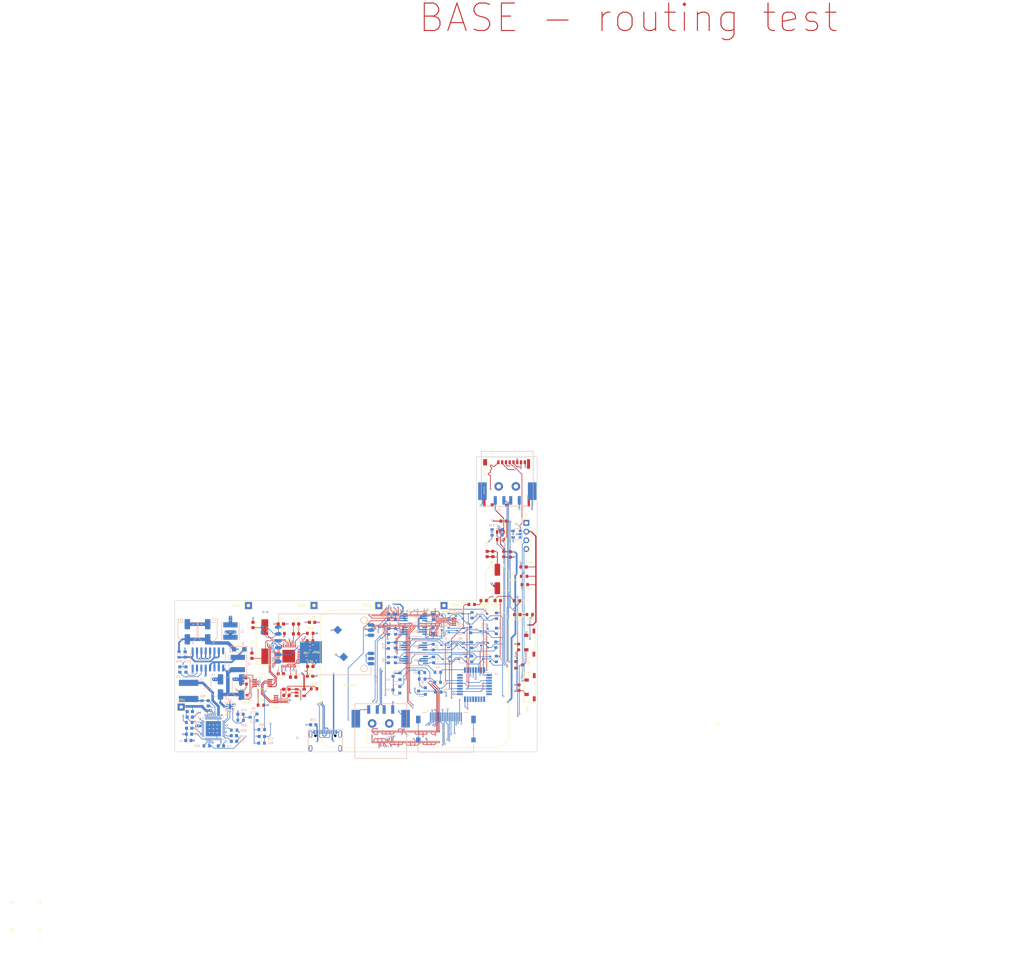
<source format=kicad_pcb>
(kicad_pcb (version 20211014) (generator pcbnew)
  (title_block (title "China layout single board") (date "2022-02-08") (rev "1.8"))
  (layers (0 "F.Cu" signal) (1 "In1.Cu" signal) (2 "In2.Cu" signal) (3 "In3.Cu" signal) (4 "In4.Cu" signal) (31 "B.Cu" signal) (34 "B.Paste" user) (35 "F.Paste" user) (36 "B.SilkS" user "B.Silkscreen") (37 "F.SilkS" user "F.Silkscreen") (38 "B.Mask" user) (39 "F.Mask" user) (44 "Edge.Cuts" user))
  (net 0 "")
  (net 1 "/Battery/BATT+")
  (net 2 "/Batteries/BT1-")
  (net 3 "/Batteries/BT2-")
  (net 4 "/Batteries/BT3-")
  (net 5 "/Batteries/BT4-")
  (net 6 "PWR_GND")
  (net 7 "Net-(C2-Pad1)")
  (net 8 "/Charger/IPS_OUT")
  (net 9 "GND")
  (net 10 "Net-(C5-Pad2)")
  (net 11 "Net-(C6-Pad2)")
  (net 12 "Net-(C7-Pad2)")
  (net 13 "Net-(C8-Pad2)")
  (net 14 "Net-(C9-Pad2)")
  (net 15 "Net-(C10-Pad1)")
  (net 16 "/Power/IPS_SW")
  (net 17 "Net-(C13-Pad1)")
  (net 18 "Net-(C14-Pad1)")
  (net 19 "Net-(C15-Pad1)")
  (net 20 "+5V")
  (net 21 "+3.3v")
  (net 22 "/CM4_GPIO/GPIO_IRQ")
  (net 23 "/CM4_GPIO/SD_PWR")
  (net 24 "/CM4_HighSpeed/HDMI_5v")
  (net 25 "Net-(C23-Pad1)")
  (net 26 "Net-(C24-Pad1)")
  (net 27 "/USB Hub/VBUS")
  (net 28 "/AC_IN")
  (net 29 "Net-(D1-Pad1)")
  (net 30 "/CM4_GPIO/EXT_ENA")
  (net 31 "Net-(D4-Pad2)")
  (net 32 "/CM4_GPIO/GPIO_PB1")
  (net 33 "/CM4_GPIO/PowerSwitch")
  (net 34 "/CM4_GPIO/SD_DAT1")
  (net 35 "/CM4_GPIO/SD_DAT0")
  (net 36 "/CM4_GPIO/SD_CLK")
  (net 37 "/CM4_GPIO/SD_CMD")
  (net 38 "/CM4_GPIO/SD_DAT3")
  (net 39 "/CM4_GPIO/SD_DAT2")
  (net 40 "/CM4_HighSpeed/HDMI0_HOTPLUG")
  (net 41 "/CM4_HighSpeed/HDMI0_SDA")
  (net 42 "/CM4_HighSpeed/HDMI0_SCL")
  (net 43 "/CM4_HighSpeed/HDMI0_CEC")
  (net 44 "/CM4_HighSpeed/HDMI0_CK_N")
  (net 45 "/CM4_HighSpeed/HDMI0_CK_P")
  (net 46 "/CM4_HighSpeed/HDMI0_D0_N")
  (net 47 "/CM4_HighSpeed/HDMI0_D0_P")
  (net 48 "/CM4_HighSpeed/HDMI0_D1_N")
  (net 49 "/CM4_HighSpeed/HDMI0_D1_P")
  (net 50 "/CM4_HighSpeed/HDMI0_D2_N")
  (net 51 "/CM4_HighSpeed/HDMI0_D2_P")
  (net 52 "/USB Hub/HD4_N")
  (net 53 "/USB Hub/HD4_P")
  (net 54 "/USB Hub/HD3_N")
  (net 55 "/USB Hub/HD3_P")
  (net 56 "/USB Hub/OTG_ID")
  (net 57 "/USB Hub/OTG_D+")
  (net 58 "/USB Hub/OTG_D-")
  (net 59 "Net-(L1-Pad2)")
  (net 60 "Net-(LED1-Pad1)")
  (net 61 "Net-(LED9-Pad1)")
  (net 62 "Net-(LED9-Pad2)")
  (net 63 "Net-(LED10-Pad2)")
  (net 64 "Net-(LED11-Pad1)")
  (net 65 "/CM4_GPIO/GPIO6")
  (net 66 "/CM4_GPIO/TRD3_P")
  (net 67 "/CM4_GPIO/TRD1_P")
  (net 68 "/CM4_GPIO/TRD3_N")
  (net 69 "/CM4_GPIO/TRD1_N")
  (net 70 "/CM4_GPIO/TRD2_N")
  (net 71 "/CM4_GPIO/TRD0_N")
  (net 72 "/CM4_GPIO/TRD2_P")
  (net 73 "/CM4_GPIO/TRD0_P")
  (net 74 "/CM4_GPIO/PI_nLED_Activity")
  (net 75 "/Battery/{slash}BT1_ENA")
  (net 76 "/Battery/BT1_PRES")
  (net 77 "/Battery/{slash}BT2_ENA")
  (net 78 "/Battery/BT2_PRES")
  (net 79 "/CM4_GPIO/GPIO_PB2")
  (net 80 "/CM4_GPIO/SD_PWR_ON")
  (net 81 "/Battery/{slash}BT3_ENA")
  (net 82 "/Battery/BT3_PRES")
  (net 83 "/CM4_GPIO/+1.8v")
  (net 84 "/USB Hub/nEXTRST")
  (net 85 "/CM4_HighSpeed/USBOTG_ID")
  (net 86 "/CM4_HighSpeed/USB2_N")
  (net 87 "/CM4_HighSpeed/USB2_P")
  (net 88 "Net-(Q1-Pad1)")
  (net 89 "Net-(Q2-Pad3)")
  (net 90 "Net-(Q3-Pad3)")
  (net 91 "Net-(Q6-Pad3)")
  (net 92 "Net-(Q7-Pad3)")
  (net 93 "Net-(Q10-Pad3)")
  (net 94 "Net-(Q11-Pad3)")
  (net 95 "Net-(Q14-Pad3)")
  (net 96 "Net-(Q15-Pad3)")
  (net 97 "Net-(Q18-Pad1)")
  (net 98 "/Battery/ADC2")
  (net 99 "Net-(R35-Pad1)")
  (net 100 "Net-(R36-Pad1)")
  (net 101 "Net-(R37-Pad2)")
  (net 102 "Net-(R52-Pad1)")
  (net 103 "Net-(R56-Pad1)")
  (net 104 "Net-(R57-Pad1)")
  (net 105 "Net-(R58-Pad1)")
  (net 106 "Net-(R59-Pad2)")
  (net 107 "Net-(R60-Pad1)")
  (net 108 "/Battery/{slash}BT4_ENA")
  (net 109 "/Battery/BT4_PRES")
  (net 110 "/Battery/MOSI")
  (net 111 "/Battery/MISO")
  (net 112 "/Battery/SCL")
  (net 113 "/Battery/I2C_SDA")
  (net 114 "/Battery/I2C_SCL")
  (net 115 "/Battery/{slash}RESET")
  (net 116 "/USB Hub/USBH_N")
  (net 117 "/USB Hub/USBH_P")
  (net 118 "/USB Hub/nOCS1")
  (net 119 "/USB Hub/PWR1")
  (net 120 "/USB Hub/HD2_N")
  (net 121 "/USB Hub/HD2_P")
  (net 122 "unconnected-(U10-Pad4)")
  (net 123 "unconnected-(U10-Pad5)")
  (net 128 "/CM4_GPIO/ETH_LEDY")
  (net 129 "/CM4_GPIO/SYNC_IN")
  (net 130 "/CM4_GPIO/ETH_LEDG")
  (net 131 "/CM4_GPIO/SYNC_OUT")
  (net 133 "/CM4_GPIO/EEPROM_nWP")
  (net 134 "/CM4_GPIO/GPIO26")
  (net 135 "/CM4_GPIO/GPIO21")
  (net 136 "/CM4_GPIO/GPIO19")
  (net 137 "/CM4_GPIO/GPIO20")
  (net 138 "/CM4_GPIO/GPIO13")
  (net 139 "/CM4_GPIO/GPIO16")
  (net 140 "/CM4_GPIO/GPIO12")
  (net 141 "/CM4_GPIO/GPIO5")
  (net 142 "/CM4_GPIO/ID_SC")
  (net 143 "/CM4_GPIO/ID_SD")
  (net 144 "/CM4_GPIO/GPIO7")
  (net 145 "/CM4_GPIO/GPIO8")
  (net 146 "/CM4_GPIO/GPIO25")
  (net 147 "/CM4_GPIO/GPIO24")
  (net 148 "/CM4_GPIO/GPIO23")
  (net 149 "/CM4_GPIO/GPIO27")
  (net 150 "/CM4_GPIO/GPIO18")
  (net 151 "/CM4_GPIO/GPIO17")
  (net 152 "/CM4_GPIO/GPIO14")
  (net 153 "/CM4_GPIO/GPIO2")
  (net 159 "/CM4_GPIO/Reserved")
  (net 160 "/CM4_GPIO/WL_nDis")
  (net 161 "/CM4_GPIO/BT_nDis")
  (net 162 "/CM4_GPIO/RUN_PG")
  (net 163 "/CM4_GPIO/nRPIBOOT")
  (net 164 "/CM4_GPIO/AIN1")
  (net 165 "/CM4_GPIO/nPWR_LED")
  (net 166 "/CM4_GPIO/AIN0")
  (net 167 "/CM4_GPIO/Camera_GPIO")
  (net 168 "/CM4_GPIO/GLOBAL_EN")
  (net 169 "/CM4_HighSpeed/PCIE_CLK_nREQ")
  (net 172 "/CM4_HighSpeed/PCIE_nRST")
  (net 173 "/CM4_HighSpeed/PCIE_CLK_P")
  (net 174 "/CM4_HighSpeed/TV_OUT")
  (net 175 "/CM4_HighSpeed/PCIE_CLK_N")
  (net 176 "/CM4_HighSpeed/CAM1_D0_N")
  (net 177 "/CM4_HighSpeed/PCIE_RX_P")
  (net 178 "/CM4_HighSpeed/CAM1_D0_P")
  (net 179 "/CM4_HighSpeed/PCIE_RX_N")
  (net 180 "/CM4_HighSpeed/CAM1_D1_N")
  (net 181 "/CM4_HighSpeed/PCIE_TX_P")
  (net 182 "/CM4_HighSpeed/CAM1_D1_P")
  (net 183 "/CM4_HighSpeed/PCIE_TX_N")
  (net 184 "/CM4_HighSpeed/CAM1_C_N")
  (net 185 "/CM4_HighSpeed/CAM0_D0_N")
  (net 186 "/CM4_HighSpeed/CAM1_C_P")
  (net 187 "/CM4_HighSpeed/CAM0_D0_P")
  (net 188 "/CM4_HighSpeed/CAM1_D2_N")
  (net 189 "/CM4_HighSpeed/CAM0_D1_N")
  (net 190 "/CM4_HighSpeed/CAM1_D2_P")
  (net 191 "/CM4_HighSpeed/CAM0_D1_P")
  (net 192 "/CM4_HighSpeed/CAM1_D3_N")
  (net 193 "/CM4_HighSpeed/CAM0_C_N")
  (net 194 "/CM4_HighSpeed/CAM1_D3_P")
  (net 195 "/CM4_HighSpeed/CAM0_C_P")
  (net 196 "/CM4_HighSpeed/HDMI1_HOTPLUG")
  (net 197 "/CM4_HighSpeed/HDMI1_SDA")
  (net 198 "/CM4_HighSpeed/HDMI1_D2_P")
  (net 199 "/CM4_HighSpeed/HDMI1_SCL")
  (net 200 "/CM4_HighSpeed/HDMI1_D2_N")
  (net 201 "/CM4_HighSpeed/HDMI1_CEC")
  (net 202 "/CM4_HighSpeed/HDMI1_D1_P")
  (net 203 "/CM4_HighSpeed/HDMI1_D1_N")
  (net 204 "/CM4_HighSpeed/DSI0_D0_N")
  (net 205 "/CM4_HighSpeed/HDMI1_D0_P")
  (net 206 "/CM4_HighSpeed/DSI0_D0_P")
  (net 207 "/CM4_HighSpeed/HDMI1_D0_N")
  (net 208 "/CM4_HighSpeed/DSI0_D1_N")
  (net 209 "/CM4_HighSpeed/HDMI1_CK_P")
  (net 210 "/CM4_HighSpeed/DSI0_D1_P")
  (net 211 "/CM4_HighSpeed/HDMI1_CK_N")
  (net 212 "/CM4_HighSpeed/DSI0_C_N")
  (net 213 "/CM4_HighSpeed/DSI0_C_P")
  (net 214 "/CM4_HighSpeed/DSI1_D0_N")
  (net 215 "/CM4_HighSpeed/DSI1_D0_P")
  (net 216 "/CM4_HighSpeed/DSI1_D1_N")
  (net 217 "/CM4_HighSpeed/DSI1_D1_P")
  (net 218 "/CM4_HighSpeed/DSI1_C_N")
  (net 219 "/CM4_HighSpeed/DSI1_C_P")
  (net 220 "/CM4_HighSpeed/DSI1_D2_N")
  (net 221 "/CM4_HighSpeed/DSI1_D3_N")
  (net 222 "/CM4_HighSpeed/DSI1_D2_P")
  (net 223 "/CM4_HighSpeed/DSI1_D3_P")
  (net 242 "/Battery/ADC0")
  (net 243 "/Battery/ADC1")
  (net 244 "/Battery/ADC3")
  (net 266 "/USB Hub/HD1_N")
  (net 267 "/USB Hub/HD1_P")
  (footprint "Resistor_SMD:R_0603_1608Metric" (layer "F.Cu") (at 186.49 157.02)
    (fp_text reference "R38")
    (fp_text value "1.8K" hide)
  )
  (footprint "Capacitor_SMD:C_0603_1608Metric" (layer "F.Cu") (at 139.37 177.92)
    (fp_text reference "C37")
    (fp_text value "0.1uf" hide)
  )
  (footprint "Resistor_SMD:R_0603_1608Metric" (layer "F.Cu") (at 125.05 186.39)
    (fp_text reference "R55")
    (fp_text value "2.2K" hide)
  )
  (footprint "MountingHole:MountingHole_3.2mm_M3" (layer "F.Cu") (at 52.47 256.08)
    (fp_text reference "H2")
    (fp_text value "MountingHole" hide)
  )
  (footprint "Resistor_SMD:R_0603_1608Metric" (layer "F.Cu") (at 139.37 169.73)
    (fp_text reference "R56")
    (fp_text value "36.0K" hide)
  )
  (footprint "Resistor_SMD:R_0603_1608Metric" (layer "F.Cu") (at 200.16 169.4 90)
    (fp_text reference "R46")
    (fp_text value "10K" hide)
  )
  (footprint "MountingHole:MountingHole_3.2mm_M3" (layer "F.Cu") (at 52.47 248.13)
    (fp_text reference "H4")
    (fp_text value "MountingHole" hide)
  )
  (footprint "Package_SO:MSOP-10_3x3mm_P0.5mm" (layer "F.Cu") (at 125.41 179.91)
    (fp_text reference "U11")
    (fp_text value "FSUSB42MUX" hide)
  )
  (footprint "Capacitor_SMD:C_0603_1608Metric" (layer "F.Cu") (at 197.72 142.43 -90)
    (fp_text reference "C32")
    (fp_text value "10uF" hide)
  )
  (footprint "Capacitor_SMD:C_0603_1608Metric" (layer "F.Cu") (at 139.98 162.22)
    (fp_text reference "C28")
    (fp_text value "0.1uf" hide)
  )
  (footprint "Resistor_SMD:R_0603_1608Metric" (layer "F.Cu") (at 119.88 178.41)
    (fp_text reference "R54")
    (fp_text value "2.2K" hide)
  )
  (footprint "CustomComponents:SW-TL3330A" (layer "F.Cu") (at 203.63 168.134 90)
    (fp_text reference "PB1")
    (fp_text value "SPST-PUSH" hide)
  )
  (footprint "Capacitor_SMD:C_0603_1608Metric" (layer "F.Cu") (at 132.45 181.75 180)
    (fp_text reference "C22")
    (fp_text value "0.1uf" hide)
  )
  (footprint "Capacitor_SMD:C_0603_1608Metric" (layer "F.Cu") (at 192.64 142.31 -90)
    (fp_text reference "C38")
    (fp_text value "10uF" hide)
  )
  (footprint "Resistor_SMD:R_0603_1608Metric" (layer "F.Cu") (at 131.08 165.5)
    (fp_text reference "R59")
    (fp_text value "12K" hide)
  )
  (footprint "Resistor_SMD:R_0603_1608Metric" (layer "F.Cu") (at 200.27 181.3 90)
    (fp_text reference "R47")
    (fp_text value "10K" hide)
  )
  (footprint "Package_DFN_QFN:QFN-36-1EP_6x6mm_P0.5mm_EP3.7x3.7mm" (layer "F.Cu") (at 133.16 172.11)
    (fp_text reference "U13")
    (fp_text value "USB2514B-I/M2" hide)
  )
  (footprint "TestPoint:TestPoint_THTPad_2.0x2.0mm_Drill1.0mm" (layer "F.Cu") (at 178.42 157.33)
    (fp_text reference "BTM4")
    (fp_text value "Conn_01x01_Female")
  )
  (footprint "Capacitor_SMD:C_0603_1608Metric" (layer "F.Cu") (at 134.44 178.22)
    (fp_text reference "C33")
    (fp_text value "0.1uf" hide)
  )
  (footprint "CM4IO:SDCARD_MOLEX_503398-1892" (layer "F.Cu") (at 196.66 121.1625)
    (fp_text reference "J1")
    (fp_text value "Micro_SD_Card" hide)
  )
  (footprint "TestPoint:TestPoint_THTPad_2.0x2.0mm_Drill1.0mm" (layer "F.Cu") (at 121.41 157.33)
    (fp_text reference "BTM1")
    (fp_text value "Conn_01x01_Female")
  )
  (footprint "TestPoint:TestPoint_THTPad_2.0x2.0mm_Drill1.0mm" (layer "F.Cu") (at 140.54 157.31)
    (fp_text reference "BTM2")
    (fp_text value "Conn_01x01_Female")
  )
  (footprint "LED_SMD:LED_0603_1608Metric" (layer "F.Cu") (at 194.096 155.905 180)
    (fp_text reference "LED10")
    (fp_text value "Green" hide)
  )
  (footprint "MountingHole:MountingHole_3.2mm_M3" (layer "F.Cu") (at 60.42 248.13)
    (fp_text reference "H3")
    (fp_text value "MountingHole" hide)
  )
  (footprint "MountingHole:MountingHole_3.2mm_M3" (layer "F.Cu") (at 60.42 256.08)
    (fp_text reference "H1")
    (fp_text value "MountingHole" hide)
  )
  (footprint "LED_SMD:LED_0603_1608Metric" (layer "F.Cu") (at 189.975 155.905 180)
    (fp_text reference "LED9")
    (fp_text value "Red" hide)
  )
  (footprint "CustomComponents:USON-10_2.5x1.0mm_P0.5mm" (layer "F.Cu") (at 129.44 184.61 180)
    (fp_text reference "U10")
    (fp_text value "TPD4EUSB30" hide)
  )
  (footprint "Resistor_SMD:R_0603_1608Metric" (layer "F.Cu") (at 201.76 148.8)
    (fp_text reference "R43")
    (fp_text value "2.2K" hide)
  )
  (footprint "Capacitor_SMD:C_0603_1608Metric" (layer "F.Cu") (at 130.87 162.7)
    (fp_text reference "C27")
    (fp_text value "10uF" hide)
  )
  (footprint "Resistor_SMD:R_0603_1608Metric" (layer "F.Cu") (at 203.41 159.96 180)
    (fp_text reference "R45")
    (fp_text value "1K" hide)
  )
  (footprint "Resistor_SMD:R_0603_1608Metric" (layer "F.Cu") (at 139.37 167.63)
    (fp_text reference "R60")
    (fp_text value "36.0K" hide)
  )
  (footprint "Diode_SMD:D_SOT-23_ANK" (layer "F.Cu") (at 200.38 174.63)
    (fp_text reference "D5")
    (fp_text value "MMBD914" hide)
  )
  (footprint "Package_TO_SOT_SMD:SOT-23-5" (layer "F.Cu") (at 194.86 136.98 -90)
    (fp_text reference "U12")
    (fp_text value "RT9742ANGJ5F" hide)
  )
  (footprint "TestPoint:TestPoint_THTPad_2.0x2.0mm_Drill1.0mm" (layer "F.Cu") (at 101.82 186.92)
    (fp_text reference "BTP1")
    (fp_text value "Conn_01x01_Female")
  )
  (footprint "Resistor_SMD:R_0603_1608Metric" (layer "F.Cu") (at 120 180.24)
    (fp_text reference "R53")
    (fp_text value "51K" hide)
  )
  (footprint "Capacitor_SMD:C_0603_1608Metric" (layer "F.Cu") (at 130.87 177.25 180)
    (fp_text reference "C31")
    (fp_text value "0.1uf" hide)
  )
  (footprint "CustomComponents:SW-TL3330A" (layer "F.Cu") (at 203.73 181.154 90)
    (fp_text reference "PB2")
    (fp_text value "SPST-PUSH" hide)
  )
  (footprint "Package_TO_SOT_SMD:SOT-23" (layer "F.Cu") (at 120 183.53)
    (fp_text reference "Q18")
    (fp_text value "2N7002" hide)
  )
  (footprint "TestPoint:TestPoint_THTPad_2.0x2.0mm_Drill1.0mm" (layer "F.Cu") (at 159.42 157.33)
    (fp_text reference "BTM3")
    (fp_text value "Conn_01x01_Female")
  )
  (footprint "Capacitor_SMD:C_0603_1608Metric" (layer "F.Cu") (at 135.29 162.72)
    (fp_text reference "C29")
    (fp_text value "0.1uf" hide)
  )
  (footprint "LED_SMD:LED_0603_1608Metric" (layer "F.Cu") (at 199.79 159.97 180)
    (fp_text reference "LED11")
    (fp_text value "LED Green" hide)
  )
  (footprint "Capacitor_SMD:C_0603_1608Metric" (layer "F.Cu") (at 195.81 132.7 180)
    (fp_text reference "C25")
    (fp_text value "10uF" hide)
  )
  (footprint "CustomComponents:USON-10_2.5x1.0mm_P0.5mm" (layer "F.Cu") (at 181.35 162.05)
    (fp_text reference "U6")
    (fp_text value "TPD4EUSB30" hide)
  )
  (footprint "Capacitor_SMD:C_0603_1608Metric" (layer "F.Cu") (at 201.63 146.09 180)
    (fp_text reference "C18")
    (fp_text value "1uF" hide)
  )
  (footprint "Capacitor_SMD:C_0603_1608Metric" (layer "F.Cu") (at 139.455 175.11)
    (fp_text reference "C35")
    (fp_text value "0.1uf" hide)
  )
  (footprint "Capacitor_SMD:C_0603_1608Metric" (layer "F.Cu") (at 191.02 142.31 -90)
    (fp_text reference "C36")
    (fp_text value "10uF" hide)
  )
  (footprint "Capacitor_SMD:C_0603_1608Metric" (layer "F.Cu") (at 195.87 142.315 -90)
    (fp_text reference "C34")
    (fp_text value "10uF" hide)
  )
  (footprint "Capacitor_SMD:CP_Elec_6.3x4.5" (layer "F.Cu") (at 193.98 149.59 -90)
    (fp_text reference "C30")
    (fp_text value "100uF" hide)
  )
  (footprint "Package_TO_SOT_SMD:SOT-23-5" (layer "F.Cu") (at 136.55 182.72)
    (fp_text reference "U9")
    (fp_text value "RT9742ANGJ5F" hide)
  )
  (footprint "Capacitor_SMD:C_0603_1608Metric" (layer "F.Cu") (at 132.5 183.52)
    (fp_text reference "C21")
    (fp_text value "0.1uf" hide)
  )
  (footprint "Resistor_SMD:R_0603_1608Metric" (layer "F.Cu") (at 140.56 181.61)
    (fp_text reference "R52")
    (fp_text value "12K" hide)
  )
  (footprint "Capacitor_SMD:C_0603_1608Metric" (layer "F.Cu") (at 135.29 165.59)
    (fp_text reference "C26")
    (fp_text value "10uF" hide)
  )
  (footprint "CustomComponents:USON-10_2.5x1.0mm_P0.5mm" (layer "F.Cu") (at 175.28 165.585 -90)
    (fp_text reference "U7")
    (fp_text value "TPD4EUSB30" hide)
  )
  (footprint "Crystal:Crystal_SMD_HC49-SD" (layer "F.Cu") (at 126.19 167.87 90)
    (fp_text reference "Y1")
    (fp_text value "24MHz" hide)
  )
  (footprint "Connector_PinHeader_2.54mm:PinHeader_1x04_P2.54mm_Vertical" (layer "F.Cu") (at 202.42 133.23)
    (fp_text reference "P1")
    (fp_text value "Conn_01x04" hide)
  )
  (footprint "Resistor_SMD:R_0603_1608Metric" (layer "F.Cu") (at 201.97 151.23)
    (fp_text reference "R44")
    (fp_text value "2.2K" hide)
  )
  (footprint "Capacitor_SMD:C_0603_1608Metric" (layer "F.Cu") (at 122.43 171.97 90)
    (fp_text reference "C23")
    (fp_text value "9pF" hide)
  )
  (footprint "Resistor_SMD:R_0603_1608Metric" (layer "F.Cu") (at 138.34 172.64)
    (fp_text reference "R57")
    (fp_text value "36.0K" hide)
  )
  (footprint "Resistor_SMD:R_0603_1608Metric" (layer "F.Cu") (at 199.68 155.94 180)
    (fp_text reference "R41")
    (fp_text value "1K" hide)
  )
  (footprint "Capacitor_SMD:C_0603_1608Metric" (layer "F.Cu") (at 122.74 163.01 90)
    (fp_text reference "C24")
    (fp_text value "9pF" hide)
  )
  (footprint "CustomComponents:CM4_Module_noHoles" (layer "F.Cu") (at 145.812993 162.160001 -90)
    (fp_text reference "Module1")
    (fp_text value "ComputeModule4")
  )
  (footprint "Resistor_SMD:R_0603_1608Metric" (layer "F.Cu") (at 139.42 165.42)
    (fp_text reference "R58")
    (fp_text value "36.0K" hide)
  )
  (footprint "CustomComponents:USB_A_CUI_smd" (layer "B.Cu") (at 193.375098 126.66)
    (fp_text reference "J5")
    (fp_text value "USB_A" hide)
  )
  (footprint "Resistor_SMD:R_0603_1608Metric" (layer "B.Cu") (at 104.18 191.44)
    (fp_text reference "R36")
    (fp_text value "100" hide)
  )
  (footprint "Capacitor_SMD:C_0603_1608Metric" (layer "B.Cu") (at 101.43 175.998 90)
    (fp_text reference "C13")
    (fp_text value "1.0uf" hide)
  )
  (footprint "Capacitor_SMD:C_0603_1608Metric" (layer "B.Cu") (at 125.46 164.34 90)
    (fp_text reference "C40")
    (fp_text value "22uF" hide)
  )
  (footprint "Capacitor_SMD:CP_Elec_5x3" (layer "B.Cu") (at 109.544 164.982 90)
    (fp_text reference "C17")
    (fp_text value "150uf" hide)
  )
  (footprint "Resistor_SMD:R_0603_1608Metric" (layer "B.Cu") (at 176.62 176.79 180)
    (fp_text reference "R2")
    (fp_text value "2.2K" hide)
  )
  (footprint "Capacitor_SMD:C_0603_1608Metric" (layer "B.Cu") (at 104.145098 193.1)
    (fp_text reference "C8")
    (fp_text value "1uF" hide)
  )
  (footprint "Package_TO_SOT_SMD:SOT-23-5" (layer "B.Cu") (at 199.635098 136.52 180)
    (fp_text reference "U8")
    (fp_text value "RT9742ANGJ5F" hide)
  )
  (footprint "Resistor_SMD:R_0603_1608Metric" (layer "B.Cu") (at 164.19256 160.6316 90)
    (fp_text reference "R32")
    (fp_text value "100K" hide)
  )
  (footprint "Resistor_SMD:R_0603_1608Metric" (layer "B.Cu") (at 186.2 164.45 90)
    (fp_text reference "R21")
    (fp_text value "100K" hide)
  )
  (footprint "Resistor_SMD:R_0603_1608Metric" (layer "B.Cu") (at 172.039928 178.780008 180)
    (fp_text reference "R3")
    (fp_text value "20K" hide)
  )
  (footprint "Capacitor_SMD:C_0603_1608Metric" (layer "B.Cu") (at 117.180098 195.29 180)
    (fp_text reference "C6")
    (fp_text value "4.7uF" hide)
  )
  (footprint "Package_TO_SOT_SMD:SOT-323_SC-70" (layer "B.Cu") (at 189.97256 160.4416 180)
    (fp_text reference "Q16")
    (fp_text value "3J15" hide)
  )
  (footprint "Resistor_SMD:R_0603_1608Metric" (layer "B.Cu") (at 164.23 168.9 90)
    (fp_text reference "R17")
    (fp_text value "100K" hide)
  )
  (footprint "Resistor_SMD:R_0603_1608Metric" (layer "B.Cu") (at 175.388178 173.17 90)
    (fp_text reference "R11")
    (fp_text value "20K" hide)
  )
  (footprint "Resistor_SMD:R_0603_1608Metric" (layer "B.Cu") (at 193.53 168.74 90)
    (fp_text reference "R13")
    (fp_text value "10K" hide)
  )
  (footprint "Capacitor_SMD:C_0603_1608Metric" (layer "B.Cu") (at 109.7 185.85 -90)
    (fp_text reference "C2")
    (fp_text value "10uF" hide)
  )
  (footprint "Diode_SMD:D_SOT-23_ANK" (layer "B.Cu") (at 164.59 177.97 180)
    (fp_text reference "D2")
    (fp_text value "MMBD914" hide)
  )
  (footprint "Capacitor_SMD:C_0603_1608Metric" (layer "B.Cu") (at 113.385098 198.28)
    (fp_text reference "C3")
    (fp_text value "10uF" hide)
  )
  (footprint "CustomComponents:U-DFN2020-6" (layer "B.Cu") (at 116.01 186.79 180)
    (fp_text reference "U3")
    (fp_text value "AP22814A" hide)
  )
  (footprint "Resistor_SMD:R_0603_1608Metric" (layer "B.Cu") (at 162.28256 160.5616 -90)
    (fp_text reference "R30")
    (fp_text value "10K" hide)
  )
  (footprint "Resistor_SMD:R_0603_1608Metric" (layer "B.Cu") (at 186.47 168.88 90)
    (fp_text reference "R14")
    (fp_text value "100K" hide)
  )
  (footprint "Package_SO:TSSOP-8_4.4x3mm_P0.65mm" (layer "B.Cu") (at 169.93 169.24 180)
    (fp_text reference "Q9")
    (fp_text value "8205A" hide)
  )
  (footprint "Capacitor_SMD:C_0603_1608Metric" (layer "B.Cu") (at 140.31 192.11 180)
    (fp_text reference "C39")
    (fp_text value "22uF" hide)
  )
  (footprint "Resistor_SMD:R_0603_1608Metric" (layer "B.Cu") (at 162.27 164.92 -90)
    (fp_text reference "R23")
    (fp_text value "10K" hide)
  )
  (footprint "Capacitor_SMD:C_0603_1608Metric" (layer "B.Cu") (at 104.31 189.87)
    (fp_text reference "C7")
    (fp_text value "4.7uF" hide)
  )
  (footprint "Capacitor_SMD:CP_Elec_5x3" (layer "B.Cu") (at 119.43 181.06 90)
    (fp_text reference "C12")
    (fp_text value "150uf" hide)
  )
  (footprint "Resistor_SMD:R_0603_1608Metric" (layer "B.Cu") (at 176.574928 179.720008 180)
    (fp_text reference "R1")
    (fp_text value "10K" hide)
  )
  (footprint "Resistor_SMD:R_0603_1608Metric" (layer "B.Cu") (at 162.218178 173.21 -90)
    (fp_text reference "R9")
    (fp_text value "10K" hide)
  )
  (footprint "Package_TO_SOT_SMD:SOT-323_SC-70" (layer "B.Cu") (at 190.14 164.78 180)
    (fp_text reference "Q12")
    (fp_text value "3J15" hide)
  )
  (footprint "Package_TO_SOT_SMD:SOT-323_SC-70" (layer "B.Cu") (at 178.79 164.48 180)
    (fp_text reference "Q11")
    (fp_text value "3J15" hide)
  )
  (footprint "Capacitor_SMD:CP_Elec_5x3" (layer "B.Cu") (at 113.27 181.06 90)
    (fp_text reference "C11")
    (fp_text value "150uf" hide)
  )
  (footprint "Diode_SMD:D_SOT-23_ANK" (layer "B.Cu") (at 122.91 189.92 180)
    (fp_text reference "D3")
    (fp_text value "MMBD914" hide)
  )
  (footprint "Capacitor_SMD:C_0603_1608Metric" (layer "B.Cu") (at 125.33 195.51 180)
    (fp_text reference "C19")
    (fp_text value "10uF" hide)
  )
  (footprint "Resistor_SMD:R_0603_1608Metric" (layer "B.Cu") (at 175.26 164.67 90)
    (fp_text reference "R25")
    (fp_text value "20K" hide)
  )
  (footprint "Resistor_SMD:R_0603_1608Metric" (layer "B.Cu") (at 119.135 190.79 180)
    (fp_text reference "R39")
    (fp_text value "220K" hide)
  )
  (footprint "Resistor_SMD:R_0603_1608Metric" (layer "B.Cu") (at 193.698178 172.9 90)
    (fp_text reference "R6")
    (fp_text value "10K" hide)
  )
  (footprint "CustomComponents:INDUCTOR_SMD_6x6-1" (layer "B.Cu") (at 103.98 182.23)
    (fp_text reference "L1")
    (fp_text value "4.7 uH" hide)
  )
  (footprint "Resistor_SMD:R_0603_1608Metric" (layer "B.Cu") (at 175.29 169.45 90)
    (fp_text reference "R18")
    (fp_text value "20K" hide)
  )
  (footprint "CustomComponents:USB_A_CUI_smd" (layer "B.Cu") (at 163.475098 187.655 180)
    (fp_text reference "J3")
    (fp_text value "USB_A" hide)
  )
  (footprint "Resistor_SMD:R_0603_1608Metric" (layer "B.Cu") (at 193.73256 160.3116 90)
    (fp_text reference "R27")
    (fp_text value "10K" hide)
  )
  (footprint "CustomComponents:HC-R8812AU2" (layer "B.Cu") (at 143.63 168.65 90)
    (fp_text reference "U14")
    (fp_text value "HC-R8812AF1" hide)
  )
  (footprint "Package_TO_SOT_SMD:SOT-323_SC-70" (layer "B.Cu") (at 179.078178 172.98 180)
    (fp_text reference "Q3")
    (fp_text value "3J15" hide)
  )
  (footprint "Package_SO:TSSOP-8_4.4x3mm_P0.65mm" (layer "B.Cu") (at 169.97256 160.7516 180)
    (fp_text reference "Q17")
    (fp_text value "8205A" hide)
  )
  (footprint "Resistor_SMD:R_0603_1608Metric" (layer "B.Cu") (at 117.260098 193.68)
    (fp_text reference "R35")
    (fp_text value "10K" hide)
  )
  (footprint "Package_QFP:TQFP-32_7x7mm_P0.8mm" (layer "B.Cu") (at 187.32 180.4 180)
    (fp_text reference "U1")
    (fp_text value "ATtiny88-AU" hide)
  )
  (footprint "CustomComponents:HDMI_CnC_SMT" (layer "B.Cu") (at 178.971098 191.09325 180)
    (fp_text reference "J2")
    (fp_text value "690-019-298-412" hide)
  )
  (footprint "Inductor_SMD:L_Taiyo-Yuden_MD-5050" (layer "B.Cu") (at 118.302 174.238 90)
    (fp_text reference "L2")
    (fp_text value "1.0 uH" hide)
  )
  (footprint "Resistor_SMD:R_0603_1608Metric" (layer "B.Cu") (at 192.435098 136 90)
    (fp_text reference "R49")
    (fp_text value "12K" hide)
  )
  (footprint "Capacitor_SMD:C_0603_1608Metric" (layer "B.Cu") (at 117.220098 196.93 180)
    (fp_text reference "C5")
    (fp_text value "4.7uF" hide)
  )
  (footprint "Package_SO:SOP-16_3.9x9.9mm_P1.27mm" (layer "B.Cu") (at 109.6 173.05 90)
    (fp_text reference "U4")
    (fp_text value "MAX1709ESE" hide)
  )
  (footprint "Resistor_SMD:R_0603_1608Metric" (layer "B.Cu") (at 171.969928 176.890008 180)
    (fp_text reference "R4")
    (fp_text value "20K" hide)
  )
  (footprint "Capacitor_SMD:CP_Elec_5x3" (layer "B.Cu") (at 103.604 164.982 90)
    (fp_text reference "C16")
    (fp_text value "150uf" hide)
  )
  (footprint "Diode_SMD:D_SOT-23_ANK" (layer "B.Cu") (at 164.54 181.93 180)
    (fp_text reference "D1")
    (fp_text value "MMBD914" hide)
  )
  (footprint "Resistor_SMD:R_0603_1608Metric" (layer "B.Cu") (at 164.31 164.9 90)
    (fp_text reference "R24")
    (fp_text value "100K" hide)
  )
  (footprint "Resistor_SMD:R_0603_1608Metric" (layer "B.Cu") (at 109.25 198.26 180)
    (fp_text reference "R37")
    (fp_text value "200K" hide)
  )
  (footprint "Package_TO_SOT_SMD:SOT-323_SC-70" (layer "B.Cu") (at 183.23 164.64 180)
    (fp_text reference "Q10")
    (fp_text value "3J15" hide)
  )
  (footprint "CustomComponents:UQFN-48-1EP_6x6mm_Pitch0.4mm_75" (layer "B.Cu") (at 111.183098 193.268 180)
    (fp_text reference "U2")
    (fp_text value "AXP209" hide)
  )
  (footprint "Package_TO_SOT_SMD:SOT-323_SC-70" (layer "B.Cu") (at 183.14 168.92 180)
    (fp_text reference "Q6")
    (fp_text value "3J15" hide)
  )
  (footprint "Package_TO_SOT_SMD:SOT-323_SC-70" (layer "B.Cu") (at 190.868178 172.87 180)
    (fp_text reference "Q4")
    (fp_text value "3J15" hide)
  )
  (footprint "Inductor_SMD:L_Taiyo-Yuden_NR-50xx" (layer "B.Cu") (at 116.172 164.766 90)
    (fp_text reference "L3")
    (fp_text value "1.5 uH" hide)
  )
  (footprint "Package_TO_SOT_SMD:SOT-323_SC-70" (layer "B.Cu") (at 178.7 168.9 180)
    (fp_text reference "Q7")
    (fp_text value "3J15" hide)
  )
  (footprint "CustomComponents:USB-C-GCT" (layer "B.Cu") (at 143.835098 194.8175 180)
    (fp_text reference "J6")
    (fp_text value "USB-C")
  )
  (footprint "Capacitor_SMD:C_0603_1608Metric" (layer "B.Cu") (at 104.095098 194.85)
    (fp_text reference "C9")
    (fp_text value "1uF" hide)
  )
  (footprint "Resistor_SMD:R_0603_1608Metric" (layer "B.Cu") (at 186.59256 160.1516 90)
    (fp_text reference "R28")
    (fp_text value "100K" hide)
  )
  (footprint "Package_TO_SOT_SMD:SOT-323_SC-70" (layer "B.Cu") (at 183.758178 172.97 180)
    (fp_text reference "Q2")
    (fp_text value "3J15" hide)
  )
  (footprint "Resistor_SMD:R_0603_1608Metric" (layer "B.Cu") (at 175.30256 160.6516 90)
    (fp_text reference "R33")
    (fp_text value "20K" hide)
  )
  (footprint "Resistor_SMD:R_0603_1608Metric" (layer "B.Cu") (at 125.29 193.51 180)
    (fp_text reference "R50")
    (fp_text value "51K" hide)
  )
  (footprint "Capacitor_SMD:C_0603_1608Metric" (layer "B.Cu") (at 195.345098 135.995 -90)
    (fp_text reference "C20")
    (fp_text value "10uF" hide)
  )
  (footprint "Capacitor_SMD:C_0603_1608Metric" (layer "B.Cu") (at 104.33 188.25 180)
    (fp_text reference "C1")
    (fp_text value "10uF" hide)
  )
  (footprint "Resistor_SMD:R_0603_1608Metric" (layer "B.Cu") (at 193.71 164.755 90)
    (fp_text reference "R20")
    (fp_text value "10K" hide)
  )
  (footprint "Package_TO_SOT_SMD:SOT-23" (layer "B.Cu") (at 171.984928 182.290008 180)
    (fp_text reference "Q1")
    (fp_text value "NX6008" hide)
  )
  (footprint "Package_SO:TSSOP-8_4.4x3mm_P0.65mm" (layer "B.Cu") (at 170.158178 173.17 180)
    (fp_text reference "Q5")
    (fp_text value "8205A" hide)
  )
  (footprint "Package_TO_SOT_SMD:SOT-323_SC-70" (layer "B.Cu") (at 178.80256 160.3016 180)
    (fp_text reference "Q15")
    (fp_text value "3J15" hide)
  )
  (footprint "Resistor_SMD:R_0603_1608Metric" (layer "B.Cu") (at 125.25 197.46 180)
    (fp_text reference "R51")
    (fp_text value "1K" hide)
  )
  (footprint "Capacitor_SMD:C_0603_1608Metric" (layer "B.Cu") (at 103.208 175.998 90)
    (fp_text reference "C14")
    (fp_text value "0.22uf" hide)
  )
  (footprint "Resistor_SMD:R_0603_1608Metric" (layer "B.Cu") (at 176.729928 182.560008 180)
    (fp_text reference "R5")
    (fp_text value "100K" hide)
  )
  (footprint "CustomComponents:SOD-123FL" (layer "B.Cu") (at 118.712 170.078)
    (fp_text reference "D4")
    (fp_text value "NRVTS260ESFT1G" hide)
  )
  (footprint "Resistor_SMD:R_0603_1608Metric" (layer "B.Cu") (at 186.498178 172.91 90)
    (fp_text reference "R7")
    (fp_text value "36K" hide)
  )
  (footprint "Resistor_SMD:R_0603_1608Metric" (layer "B.Cu") (at 164.278178 173.195 90)
    (fp_text reference "R10")
    (fp_text value "100K" hide)
  )
  (footprint "Resistor_SMD:R_0603_1608Metric" (layer "B.Cu") (at 101.186 171.602 -90)
    (fp_text reference "R40")
    (fp_text value "2.0" hide)
  )
  (footprint "Resistor_SMD:R_0603_1608Metric" (layer "B.Cu") (at 162.19 169.06 -90)
    (fp_text reference "R16")
    (fp_text value "10K" hide)
  )
  (footprint "Capacitor_SMD:C_0603_1608Metric" (layer "B.Cu") (at 119.105 189.03 180)
    (fp_text reference "C10")
    (fp_text value "22uF" hide)
  )
  (footprint "Package_SO:TSSOP-8_4.4x3mm_P0.65mm" (layer "B.Cu") (at 169.96 164.7 180)
    (fp_text reference "Q13")
    (fp_text value "8205A" hide)
  )
  (footprint "Package_TO_SOT_SMD:SOT-323_SC-70" (layer "B.Cu") (at 190.26 168.93 180)
    (fp_text reference "Q8")
    (fp_text value "3J15" hide)
  )
  (footprint "Resistor_SMD:R_0603_1608Metric" (layer "B.Cu") (at 107.89 185.92 90)
    (fp_text reference "R34")
    (fp_text value "0.03 ohm" hide)
  )
  (footprint "Capacitor_SMD:C_0603_1608Metric" (layer "B.Cu") (at 102.964 171.602 90)
    (fp_text reference "C15")
    (fp_text value "0.1uf" hide)
  )
  (footprint "Capacitor_SMD:C_0603_1608Metric" (layer "B.Cu") (at 103.915098 196.7 180)
    (fp_text reference "C4")
    (fp_text value "10uF" hide)
  )
  (footprint "Package_TO_SOT_SMD:SOT-323_SC-70" (layer "B.Cu") (at 182.87256 160.4016 180)
    (fp_text reference "Q14")
    (fp_text value "3J15" hide)
  )
  (gr_line (start 99.965098 155.82) (end 187.915098 155.82) (layer "Edge.Cuts") (width 0.1))
  (gr_line (start 205.565098 200) (end 205.565098 113.92) (layer "Edge.Cuts") (width 0.1))
  (gr_line (start 187.915098 113.92) (end 205.565098 113.92) (layer "Edge.Cuts") (width 0.1))
  (gr_line (start 205.565098 200) (end 99.965098 200) (layer "Edge.Cuts") (width 0.1))
  (gr_line (start 205.565098 200) (end 99.965098 200) (layer "Edge.Cuts") (width 0.1))
  (gr_line (start 99.965098 155.82) (end 99.965098 200) (layer "Edge.Cuts") (width 0.1))
  (gr_line (start 187.915098 155.82) (end 187.915098 113.92) (layer "Edge.Cuts") (width 0.1))
  (gr_line (start 99.965098 155.82) (end 187.915098 155.82) (layer "Edge.Cuts") (width 0.1))
  (gr_line (start 187.915098 155.82) (end 187.915098 113.92) (layer "Edge.Cuts") (width 0.1))
  (gr_line (start 99.965098 155.82) (end 99.965098 200) (layer "Edge.Cuts") (width 0.1))
  (gr_line (start 205.565098 200) (end 205.565098 113.92) (layer "Edge.Cuts") (width 0.1))
  (gr_line (start 187.915098 113.92) (end 205.565098 113.92) (layer "Edge.Cuts") (width 0.1))
  (gr_text "BASE - routing test" (at 232.11 -14.07) (layer "F.Cu") (effects (font (size 8 8) (thickness 0.3))))
  (via (at 179.04 183.72) (size 0.5) (drill 0.3) (layers "F.Cu" "B.Cu") (net 1))
  (via (at 161.34 183.52) (size 0.5) (drill 0.3) (layers "F.Cu" "B.Cu") (net 1))
  (via (at 195.75 183.77) (size 0.5) (drill 0.3) (layers "F.Cu" "B.Cu") (net 1))
  (via (at 110.49 187.930003) (size 0.5) (drill 0.3) (layers "F.Cu" "B.Cu") (net 1))
  (segment (start 193.24 168.57) (end 195.46 168.57) (width 0.1778) (layer "B.Cu") (net 1))
  (segment (start 194.94 160.31) (end 191.9 160.31) (width 0.1778) (layer "B.Cu") (net 1))
  (segment (start 195.47 174.68) (end 195.47 168.58) (width 0.1778) (layer "B.Cu") (net 1))
  (segment (start 161.395 165.745) (end 161.34 165.8) (width 0.1778) (layer "B.Cu") (net 1))
  (segment (start 161.34 174) (end 161.34 169.88) (width 0.1778) (layer "B.Cu") (net 1))
  (segment (start 192.83 174.73) (end 195.44 174.73) (width 0.1778) (layer "B.Cu") (net 1))
  (segment (start 109.383098 189.326902) (end 109.383098 188.303098) (width 0.1778) (layer "B.Cu") (net 1))
  (segment (start 102.015009 186.744991) (end 101.84 186.92) (width 0.762) (layer "B.Cu") (net 1))
  (segment (start 110.98309 188.423093) (end 110.49 187.930003) (width 0.254) (layer "B.Cu") (net 1))
  (segment (start 110.49 187.930003) (end 109.009993 187.930003) (width 0.762) (layer "B.Cu") (net 1))
  (segment (start 195.47 168.58) (end 195.47 166.6) (width 0.1778) (layer "B.Cu") (net 1))
  (segment (start 177.554928 182.560008) (end 178.980008 182.560008) (width 0.1778) (layer "B.Cu") (net 1))
  (segment (start 179.04 182.62) (end 179.04 183.72) (width 0.1778) (layer "B.Cu") (net 1))
  (segment (start 187.02756 160.9766) (end 188.09256 159.9116) (width 0.1778) (layer "B.Cu") (net 1))
  (segment (start 191.868178 173.768178) (end 192.83 174.73) (width 0.1778) (layer "B.Cu") (net 1))
  (segment (start 186.47 169.705) (end 187.305 169.705) (width 0.1778) (layer "B.Cu") (net 1))
  (segment (start 186.59256 160.9766) (end 187.02756 160.9766) (width 0.1778) (layer "B.Cu") (net 1))
  (segment (start 191.868178 173.52) (end 191.868178 173.768178) (width 0.1778) (layer "B.Cu") (net 1))
  (segment (start 160.95 162.68) (end 162.36 161.27) (width 0.1778) (layer "B.Cu") (net 1))
  (segment (start 109.783098 189.726902) (end 109.383098 189.326902) (width 0.1778) (layer "B.Cu") (net 1))
  (segment (start 190.985 165.275) (end 191.14 165.43) (width 0.1778) (layer "B.Cu") (net 1))
  (segment (start 195.47 166.65) (end 195.47 160.84) (width 0.1778) (layer "B.Cu") (net 1))
  (segment (start 189.792566 159.911602) (end 190.972548 161.09161) (width 0.1778) (layer "B.Cu") (net 1))
  (segment (start 110.983098 190.268) (end 110.983098 188.423098) (width 0.1778) (layer "B.Cu") (net 1))
  (segment (start 160.95 165.41) (end 160.95 162.68) (width 0.1778) (layer "B.Cu") (net 1))
  (segment (start 109.383098 190.268) (end 109.383098 189.326902) (width 0.1778) (layer "B.Cu") (net 1))
  (segment (start 191.9 160.31) (end 191.02 161.19) (width 0.1778) (layer "B.Cu") (net 1))
  (segment (start 161.345 169.885) (end 161.34 169.88) (width 0.1778) (layer "B.Cu") (net 1))
  (segment (start 161.34 183.52) (end 161.34 174) (width 0.1778) (layer "B.Cu") (net 1))
  (segment (start 162.27 165.745) (end 161.395 165.745) (width 0.1778) (layer "B.Cu") (net 1))
  (segment (start 105.105 187.055) (end 104.794991 186.744991) (width 0.1778) (layer "B.Cu") (net 1))
  (segment (start 161.34 165.8) (end 160.95 165.41) (width 0.1778) (layer "B.Cu") (net 1))
  (segment (start 195.48 174.69) (end 195.47 174.68) (width 0.1778) (layer "B.Cu") (net 1))
  (segment (start 105.105 188.25) (end 105.105 187.055) (width 0.1778) (layer "B.Cu") (net 1))
  (segment (start 187.305 169.705) (end 188.62268 168.38732) (width 0.1778) (layer "B.Cu") (net 1))
  (segment (start 190.16 168.38732) (end 191.26 169.48732) (width 0.1778) (layer "B.Cu") (net 1))
  (segment (start 188.09256 159.9116) (end 189.79256 159.9116) (width 0.1778) (layer "B.Cu") (net 1))
  (segment (start 195.44 174.73) (end 195.48 174.69) (width 0.1778) (layer "B.Cu") (net 1))
  (segment (start 161.34 169.88) (end 161.34 165.8) (width 0.1778) (layer "B.Cu") (net 1))
  (segment (start 195.47 160.84) (end 194.94 160.31) (width 0.1778) (layer "B.Cu") (net 1))
  (segment (start 104.794991 186.744991) (end 102.015009 186.744991) (width 0.762) (layer "B.Cu") (net 1))
  (segment (start 192.23 169.58) (end 193.24 168.57) (width 0.1778) (layer "B.Cu") (net 1))
  (segment (start 162.218178 174.035) (end 161.375 174.035) (width 0.1778) (layer "B.Cu") (net 1))
  (segment (start 109.783098 190.268) (end 109.783098 189.726902) (width 0.1778) (layer "B.Cu") (net 1))
  (segment (start 108.974992 187.895001) (end 107.86999 186.79) (width 0.762) (layer "B.Cu") (net 1))
  (segment (start 191.14 165.43) (end 192.36 166.65) (width 0.1778) (layer "B.Cu") (net 1))
  (segment (start 107.779998 186.744991) (end 104.79499 186.744991) (width 0.762) (layer "B.Cu") (net 1))
  (segment (start 186.2 165.275) (end 190.985 165.275) (width 0.1778) (layer "B.Cu") (net 1))
  (segment (start 188.62268 168.38732) (end 190.16 168.38732) (width 0.1778) (layer "B.Cu") (net 1))
  (segment (start 195.46 168.57) (end 195.47 168.58) (width 0.1778) (layer "B.Cu") (net 1))
  (segment (start 195.75 183.77) (end 195.48 183.5) (width 0.1778) (layer "B.Cu") (net 1))
  (segment (start 191.26 169.48732) (end 191.26 169.58) (width 0.1778) (layer "B.Cu") (net 1))
  (segment (start 191.26 169.58) (end 192.23 169.58) (width 0.1778) (layer "B.Cu") (net 1))
  (segment (start 195.48 183.5) (end 195.48 174.69) (width 0.1778) (layer "B.Cu") (net 1))
  (segment (start 192.36 166.65) (end 195.47 166.65) (width 0.1778) (layer "B.Cu") (net 1))
  (segment (start 162.19 169.885) (end 161.345 169.885) (width 0.1778) (layer "B.Cu") (net 1))
  (segment (start 161.375 174.035) (end 161.34 174) (width 0.1778) (layer "B.Cu") (net 1))
  (segment (start 108.974992 187.895001) (end 109.383093 188.303103) (width 0.381) (layer "B.Cu") (net 1))
  (segment (start 178.980008 182.560008) (end 179.04 182.62) (width 0.1778) (layer "B.Cu") (net 1))
  (via (at 165.485 173.495) (size 0.5) (drill 0.3) (layers "F.Cu" "B.Cu") (net 2))
  (via (at 165.31 172.6) (size 0.5) (drill 0.3) (layers "F.Cu" "B.Cu") (net 2))
  (segment (start 167.295678 173.495) (end 165.485 173.495) (width 0.381) (layer "B.Cu") (net 2))
  (segment (start 166.158178 173.48) (end 167.138178 173.48) (width 0.1778) (layer "B.Cu") (net 2))
  (segment (start 162.218178 172.385) (end 164.275 172.385) (width 0.1778) (layer "B.Cu") (net 2))
  (segment (start 164.278178 172.37) (end 165.08 172.37) (width 0.1778) (layer "B.Cu") (net 2))
  (segment (start 165.485 172.775) (end 165.31 172.6) (width 0.381) (layer "B.Cu") (net 2))
  (segment (start 165.08 172.37) (end 165.31 172.6) (width 0.1778) (layer "B.Cu") (net 2))
  (segment (start 186.833178 171.12) (end 187.973178 172.26) (width 0.1778) (layer "B.Cu") (net 2))
  (segment (start 165.485 172.845) (end 165.485 172.775) (width 0.381) (layer "B.Cu") (net 2))
  (segment (start 165.31 172.6) (end 166.79 171.12) (width 0.1778) (layer "B.Cu") (net 2))
  (segment (start 166.79 171.12) (end 186.833178 171.12) (width 0.1778) (layer "B.Cu") (net 2))
  (segment (start 166.123178 173.445) (end 166.158178 173.48) (width 0.1778) (layer "B.Cu") (net 2))
  (segment (start 191.828178 172.26) (end 191.868178 172.22) (width 0.1778) (layer "B.Cu") (net 2))
  (segment (start 187.973178 172.26) (end 191.828178 172.26) (width 0.1778) (layer "B.Cu") (net 2))
  (segment (start 186.498178 173.735) (end 187.973178 172.26) (width 0.1778) (layer "B.Cu") (net 2))
  (segment (start 167.295678 172.845) (end 165.485 172.845) (width 0.381) (layer "B.Cu") (net 2))
  (via (at 165.65 168.91) (size 0.5) (drill 0.3) (layers "F.Cu" "B.Cu") (net 3))
  (via (at 165.665 169.565) (size 0.5) (drill 0.3) (layers "F.Cu" "B.Cu") (net 3))
  (segment (start 188.06 168.05) (end 187.36 168.75) (width 0.1778) (layer "B.Cu") (net 3))
  (segment (start 180.151822 168.87) (end 178.7 168.87) (width 0.1778) (layer "B.Cu") (net 3))
  (segment (start 164.23 168.075) (end 162.345 168.075) (width 0.1778) (layer "B.Cu") (net 3))
  (segment (start 183.682958 168.75) (end 183.042227 168.109269) (width 0.1778) (layer "B.Cu") (net 3))
  (segment (start 187.36 168.75) (end 183.682958 168.75) (width 0.1778) (layer "B.Cu") (net 3))
  (segment (start 178.7 168.87) (end 177.105817 167.275817) (width 0.1778) (layer "B.Cu") (net 3))
  (segment (start 167.0675 168.915) (end 168.235 168.915) (width 0.1778) (layer "B.Cu") (net 3))
  (segment (start 168.64342 167.81658) (end 164.53342 167.81658) (width 0.1778) (layer "B.Cu") (net 3))
  (segment (start 168.235 168.915) (end 168.64342 168.50658) (width 0.1778) (layer "B.Cu") (net 3))
  (segment (start 165.655 168.915) (end 165.65 168.91) (width 0.381) (layer "B.Cu") (net 3))
  (segment (start 183.042227 168.109269) (end 180.912553 168.109269) (width 0.1778) (layer "B.Cu") (net 3))
  (segment (start 162.345 168.075) (end 162.28 168.14) (width 0.1778) (layer "B.Cu") (net 3))
  (segment (start 180.912553 168.109269) (end 180.151822 168.87) (width 0.1778) (layer "B.Cu") (net 3))
  (segment (start 191.03 168.05) (end 188.06 168.05) (width 0.1778) (layer "B.Cu") (net 3))
  (segment (start 164.53342 167.81658) (end 164.26 168.09) (width 0.1778) (layer "B.Cu") (net 3))
  (segment (start 191.26 168.28) (end 191.03 168.05) (width 0.1778) (layer "B.Cu") (net 3))
  (segment (start 177.105817 167.275817) (end 169.184183 167.275817) (width 0.1778) (layer "B.Cu") (net 3))
  (segment (start 169.184183 167.275817) (end 168.64342 167.81658) (width 0.1778) (layer "B.Cu") (net 3))
  (segment (start 167.0675 168.915) (end 165.655 168.915) (width 0.381) (layer "B.Cu") (net 3))
  (segment (start 168.64342 168.50658) (end 168.64342 167.81658) (width 0.1778) (layer "B.Cu") (net 3))
  (segment (start 167.0675 169.565) (end 165.665 169.565) (width 0.381) (layer "B.Cu") (net 3))
  (via (at 165.5 164.6) (size 0.5) (drill 0.3) (layers "F.Cu" "B.Cu") (net 4))
  (via (at 191.01 162.87) (size 0.5) (drill 0.3) (layers "F.Cu" "B.Cu") (net 4))
  (via (at 165.5 165.28) (size 0.5) (drill 0.3) (layers "F.Cu" "B.Cu") (net 4))
  (segment (start 191.01 162.87) (end 191.01 163.93) (width 0.1778) (layer "B.Cu") (net 4))
  (segment (start 165.725 164.375) (end 165.5 164.6) (width 0.381) (layer "B.Cu") (net 4))
  (segment (start 191.01 163.93) (end 191.15 164.07) (width 0.1778) (layer "B.Cu") (net 4))
  (segment (start 167.0975 165.025) (end 165.755 165.025) (width 0.381) (layer "B.Cu") (net 4))
  (segment (start 164.38 164.05) (end 162.23 164.05) (width 0.1778) (layer "B.Cu") (net 4))
  (segment (start 167.0975 164.375) (end 165.725 164.375) (width 0.381) (layer "B.Cu") (net 4))
  (segment (start 165.755 165.025) (end 165.5 165.28) (width 0.381) (layer "B.Cu") (net 4))
  (segment (start 165.5 164.6) (end 164.93 164.6) (width 0.1778) (layer "B.Cu") (net 4))
  (segment (start 164.93 164.6) (end 164.38 164.05) (width 0.1778) (layer "B.Cu") (net 4))
  (via (at 163.66 156.97) (size 0.5) (drill 0.3) (layers "F.Cu" "B.Cu") (net 5))
  (via (at 164.47 156.93) (size 0.5) (drill 0.3) (layers "F.Cu" "B.Cu") (net 5))
  (segment (start 167.11006 160.4266) (end 165.8066 160.4266) (width 0.381) (layer "B.Cu") (net 5))
  (segment (start 178.42 157.33) (end 179.49 158.4) (width 0.1778) (layer "B.Cu") (net 5))
  (segment (start 164.19256 159.8066) (end 165.5366 159.8066) (width 0.1778) (layer "B.Cu") (net 5))
  (segment (start 165.61 156.97) (end 166.47 157.83) (width 0.381) (layer "B.Cu") (net 5))
  (segment (start 166.47 159.042736) (end 165.67 159.842736) (width 0.381) (layer "B.Cu") (net 5))
  (segment (start 166.47 157.83) (end 166.47 159.042736) (width 0.381) (layer "B.Cu") (net 5))
  (segment (start 163.66 156.97) (end 165.61 156.97) (width 0.381) (layer "B.Cu") (net 5))
  (segment (start 165.67 159.842736) (end 165.67 159.94) (width 0.381) (layer "B.Cu") (net 5))
  (segment (start 165.8066 160.4266) (end 165.67 160.29) (width 0.381) (layer "B.Cu") (net 5))
  (segment (start 165.67 160.29) (end 165.67 159.94) (width 0.381) (layer "B.Cu") (net 5))
  (segment (start 165.5366 159.8066) (end 165.67 159.94) (width 0.1778) (layer "B.Cu") (net 5))
  (segment (start 189.85 158.4) (end 190.94 159.49) (width 0.1778) (layer "B.Cu") (net 5))
  (segment (start 162.28256 159.7366) (end 164.1334 159.7366) (width 0.1778) (layer "B.Cu") (net 5))
  (segment (start 179.49 158.4) (end 189.85 158.4) (width 0.1778) (layer "B.Cu") (net 5))
  (segment (start 167.110054 161.076589) (end 165.7366 161.076589) (width 0.381) (layer "B.Cu") (net 5))
  (segment (start 164.47 156.93) (end 164.43 156.97) (width 0.381) (layer "B.Cu") (net 5))
  (segment (start 165.7366 161.0766) (end 165.67 161.01) (width 0.381) (layer "B.Cu") (net 5))
  (segment (start 165.67 161.01) (end 165.67 160.29) (width 0.381) (layer "B.Cu") (net 5))
  (segment (start 190.94 159.49) (end 190.94 159.81) (width 0.1778) (layer "B.Cu") (net 5))
  (segment (start 194.72 172.43) (end 194.84 172.55) (width 0.1778) (layer "F.Cu") (net 6))
  (segment (start 194.82 163.95) (end 194.82 167.9) (width 0.1778) (layer "F.Cu") (net 6))
  (segment (start 194.82 159.5) (end 194.82 156.02) (width 0.1778) (layer "F.Cu") (net 6))
  (segment (start 194.82 167.9) (end 194.82 171.9) (width 0.1778) (layer "F.Cu") (net 6))
  (segment (start 194.82 156.02) (end 194.86 155.98) (width 0.1778) (layer "F.Cu") (net 6))
  (segment (start 194.82 159.5) (end 194.82 163.95) (width 0.1778) (layer "F.Cu") (net 6))
  (segment (start 194.82 171.9) (end 194.72 172) (width 0.1778) (layer "F.Cu") (net 6))
  (segment (start 194.72 172) (end 194.72 172.43) (width 0.1778) (layer "F.Cu") (net 6))
  (via (at 107.698 162.782) (size 0.5) (drill 0.3) (layers "F.Cu" "B.Cu") (net 6))
  (via (at 105.12 177.09) (size 0.5) (drill 0.3) (layers "F.Cu" "B.Cu") (net 6))
  (via (at 194.84 172.55) (size 0.5) (drill 0.3) (layers "F.Cu" "B.Cu") (net 6))
  (via (at 111.910007 178.859993) (size 0.5) (drill 0.3) (layers "F.Cu" "B.Cu") (net 6))
  (via (at 114.96 194.28) (size 0.5) (drill 0.3) (layers "F.Cu" "B.Cu") (net 6))
  (via (at 117.97 178.9) (size 0.5) (drill 0.3) (layers "F.Cu" "B.Cu") (net 6))
  (via (at 171.022518 165.097482) (size 0.5) (drill 0.3) (layers "F.Cu" "B.Cu") (net 6))
  (via (at 118.34 188.16) (size 0.5) (drill 0.3) (layers "F.Cu" "B.Cu") (net 6))
  (via (at 102.91 169.83) (size 0.5) (drill 0.3) (layers "F.Cu" "B.Cu") (net 6))
  (via (at 105.34 162.81) (size 0.5) (drill 0.3) (layers "F.Cu" "B.Cu") (net 6))
  (via (at 116.19 165.06) (size 0.5) (drill 0.3) (layers "F.Cu" "B.Cu") (net 6))
  (via (at 108.81 177.89) (size 0.5) (drill 0.3) (layers "F.Cu" "B.Cu") (net 6))
  (via (at 107.57 172.83) (size 0.5) (drill 0.3) (layers "F.Cu" "B.Cu") (net 6))
  (via (at 118.78 195.93) (size 0.5) (drill 0.3) (layers "F.Cu" "B.Cu") (net 6))
  (via (at 102.4 174.07) (size 0.5) (drill 0.3) (layers "F.Cu" "B.Cu") (net 6))
  (via (at 117.260007 178.859993) (size 0.5) (drill 0.3) (layers "F.Cu" "B.Cu") (net 6))
  (via (at 111.19 178.77) (size 0.5) (drill 0.3) (layers "F.Cu" "B.Cu") (net 6))
  (via (at 117.43 165.06) (size 0.5) (drill 0.3) (layers "F.Cu" "B.Cu") (net 6))
  (via (at 109.92 172.83) (size 0.5) (drill 0.3) (layers "F.Cu" "B.Cu") (net 6))
  (via (at 169.94 181.56) (size 0.5) (drill 0.3) (layers "F.Cu" "B.Cu") (net 6))
  (via (at 106.71 172.79) (size 0.5) (drill 0.3) (layers "F.Cu" "B.Cu") (net 6))
  (via (at 108.88 172.83) (size 0.5) (drill 0.3) (layers "F.Cu" "B.Cu") (net 6))
  (via (at 194.82 167.9) (size 0.5) (drill 0.3) (layers "F.Cu" "B.Cu") (net 6))
  (via (at 114.87 165.17) (size 0.5) (drill 0.3) (layers "F.Cu" "B.Cu") (net 6))
  (via (at 115.13 192.32) (size 0.5) (drill 0.3) (layers "F.Cu" "B.Cu") (net 6))
  (via (at 171.002518 169.747482) (size 0.5) (drill 0.3) (layers "F.Cu" "B.Cu") (net 6))
  (via (at 171 173.53) (size 0.5) (drill 0.3) (layers "F.Cu" "B.Cu") (net 6))
  (via (at 105.81 191.17) (size 0.5) (drill 0.3) (layers "F.Cu" "B.Cu") (net 6))
  (via (at 171.002518 169.057482) (size 0.5) (drill 0.3) (layers "F.Cu" "B.Cu") (net 6))
  (via (at 115.99 185.42) (size 0.5) (drill 0.3) (layers "F.Cu" "B.Cu") (net 6))
  (via (at 171.022518 164.327482) (size 0.5) (drill 0.3) (layers "F.Cu" "B.Cu") (net 6))
  (via (at 106.758 162.782) (size 0.5) (drill 0.3) (layers "F.Cu" "B.Cu") (net 6))
  (via (at 114.81 196.91) (size 0.5) (drill 0.3) (layers "F.Cu" "B.Cu") (net 6))
  (via (at 194.82 163.95) (size 0.5) (drill 0.3) (layers "F.Cu" "B.Cu") (net 6))
  (via (at 110.68 187.04) (size 0.5) (drill 0.3) (layers "F.Cu" "B.Cu") (net 6))
  (via (at 194.82 159.5) (size 0.5) (drill 0.3) (layers "F.Cu" "B.Cu") (net 6))
  (segment (start 172.8225 164.375) (end 171.070036 164.375) (width 0.381) (layer "B.Cu") (net 6))
  (segment (start 172.7925 169.565) (end 171.185 169.565) (width 0.381) (layer "B.Cu") (net 6))
  (segment (start 174.288178 172.85) (end 173.268178 172.85) (width 0.1778) (layer "B.Cu") (net 6))
  (segment (start 193.53 167.915) (end 194.805 167.915) (width 0.1778) (layer "B.Cu") (net 6))
  (segment (start 103.29 189.65) (end 103.5 189.86) (width 0.1778) (layer "B.Cu") (net 6))
  (segment (start 171.070036 164.375) (end 171.022518 164.327482) (width 0.381) (layer "B.Cu") (net 6))
  (segment (start 172.7925 168.915) (end 171.145 168.915) (width 0.381) (layer "B.Cu") (net 6))
  (segment (start 118.33 188.17) (end 118.33 189.03) (width 0.1778) (layer "B.Cu") (net 6))
  (segment (start 171.145 168.915) (end 171.002518 169.057482) (width 0.381) (layer "B.Cu") (net 6))
  (segment (start 116.172 165.078) (end 116.19 165.06) (width 0.381) (layer "B.Cu") (net 6))
  (segment (start 175.26 163.845) (end 174.515 163.845) (width 0.1778) (layer "B.Cu") (net 6))
  (segment (start 117.995098 196.93) (end 117.995098 196.714902) (width 0.1778) (layer "B.Cu") (net 6))
  (segment (start 113.270005 178.859993) (end 111.910007 178.859993) (width 1.016) (layer "B.Cu") (net 6))
  (segment (start 108.88 172.83) (end 108.94 172.83) (width 0.381) (layer "B.Cu") (net 6))
  (segment (start 173.72756 160.4266) (end 174.34256 159.8116) (width 0.1778) (layer "B.Cu") (net 6))
  (segment (start 115.078 192.268) (end 115.13 192.32) (width 0.1778) (layer "B.Cu") (net 6))
  (segment (start 103.29 188.515) (end 103.29 189.65) (width 0.1778) (layer "B.Cu") (net 6))
  (segment (start 114.183098 192.268) (end 115.078 192.268) (width 0.1778) (layer "B.Cu") (net 6))
  (segment (start 171.185 169.565) (end 171.002518 169.747482) (width 0.381) (layer "B.Cu") (net 6))
  (segment (start 103.208 175.223) (end 102.333 175.223) (width 0.1778) (layer "B.Cu") (net 6))
  (segment (start 104.56 191.14) (end 105.13 191.14) (width 0.1778) (layer "B.Cu") (net 6))
  (segment (start 114.183098 194.268) (end 114.948 194.268) (width 0.1778) (layer "B.Cu") (net 6))
  (segment (start 193.71 163.93) (end 194.8 163.93) (width 0.1778) (layer "B.Cu") (net 6))
  (segment (start 112.583098 190.268) (end 112.583098 191.336902) (width 0.1778) (layer "B.Cu") (net 6))
  (segment (start 118.34 188.16) (end 118.33 188.17) (width 0.1778) (layer "B.Cu") (net 6))
  (segment (start 173.11 168.81) (end 173.06 168.86) (width 0.1778) (layer "B.Cu") (net 6))
  (segment (start 171.095 165.025) (end 171.022518 165.097482) (width 0.381) (layer "B.Cu") (net 6))
  (segment (start 114.948 194.268) (end 114.96 194.28) (width 0.1778) (layer "B.Cu") (net 6))
  (segment (start 111.28 178.86) (end 111.19 178.77) (width 0.1778) (layer "B.Cu") (net 6))
  (segment (start 105.34 162.81) (end 105.312 162.782) (width 0.381) (layer "B.Cu") (net 6))
  (segment (start 106.425 172.505) (end 106.71 172.79) (width 0.381) (layer "B.Cu") (net 6))
  (segment (start 102.333 175.223) (end 101.463 175.223) (width 0.1778) (layer "B.Cu") (net 6))
  (segment (start 105.005 191.44) (end 105.275 191.17) (width 0.1778) (layer "B.Cu") (net 6))
  (segment (start 174.793178 172.345) (end 174.288178 172.85) (width 0.1778) (layer "B.Cu") (net 6))
  (segment (start 117.260007 178.859993) (end 119.409997 178.859993) (width 1.016) (layer "B.Cu") (net 6))
  (segment (start 194.805 167.915) (end 194.82 167.9) (width 0.1778) (layer "B.Cu") (net 6))
  (segment (start 116.172005 166.566012) (end 116.172005 165.078004) (width 1.016) (layer "B.Cu") (net 6))
  (segment (start 106.425 170.55) (end 106.425 172.505) (width 0.381) (layer "B.Cu") (net 6))
  (segment (start 172.8225 165.025) (end 171.095 165.025) (width 0.381) (layer "B.Cu") (net 6))
  (segment (start 174.34256 159.8116) (end 175.25256 159.8116) (width 0.1778) (layer "B.Cu") (net 6))
  (segment (start 107.698 162.782) (end 106.758 162.782) (width 1.016) (layer "B.Cu") (net 6))
  (segment (start 110.19 172.56) (end 110.19 171.02) (width 0.381) (layer "B.Cu") (net 6))
  (segment (start 175.29 168.625) (end 174.315 168.625) (width 0.1778) (layer "B.Cu") (net 6))
  (segment (start 105.155 175.55) (end 105.155 177.055) (width 0.508) (layer "B.Cu") (net 6))
  (segment (start 108.965 170.55) (end 108.94 170.575) (width 0.381) (layer "B.Cu") (net 6))
  (segment (start 171.283178 173.495) (end 173.020678 173.495) (width 0.381) (layer "B.Cu") (net 6))
  (segment (start 105.155 177.055) (end 105.12 177.09) (width 0.508) (layer "B.Cu") (net 6))
  (segment (start 172.83506 160.4266) (end 171.8934 160.4266) (width 0.508) (layer "B.Cu") (net 6))
  (segment (start 103.535 189.87) (end 103.535 190.115) (width 0.1778) (layer "B.Cu") (net 6))
  (segment (start 105.368 162.782) (end 106.758 162.782) (width 1.016) (layer "B.Cu") (net 6))
  (segment (start 103.535 190.115) (end 104.56 191.14) (width 0.1778) (layer "B.Cu") (net 6))
  (segment (start 169.94 182.591902) (end 170.588106 183.240008) (width 0.1778) (layer "B.Cu") (net 6))
  (segment (start 171 173.53) (end 171.685 172.845) (width 0.381) (layer "B.Cu") (net 6))
  (segment (start 171.022518 161.297482) (end 171.022518 164.327482) (width 0.508) (layer "B.Cu") (net 6))
  (segment (start 107.57 172.83) (end 107.83 172.83) (width 0.381) (layer "B.Cu") (net 6))
  (segment (start 114.160098 198.28) (end 114.160098 197.559902) (width 0.1778) (layer "B.Cu") (net 6))
  (segment (start 107.695 172.695) (end 107.83 172.83) (width 0.381) (layer "B.Cu") (net 6))
  (segment (start 102.333 175.223) (end 102.333 174.137) (width 0.1778) (layer "B.Cu") (net 6))
  (segment (start 102.964 170.827) (end 102.964 169.884) (width 0.1778) (layer "B.Cu") (net 6))
  (segment (start 114.160098 197.559902) (end 114.81 196.91) (width 0.1778) (layer "B.Cu") (net 6))
  (segment (start 193.73256 159.4866) (end 194.8066 159.4866) (width 0.1778) (layer "B.Cu") (net 6))
  (segment (start 173.695 174.69) (end 171.33 174.69) (width 0.1778) (layer "B.Cu") (net 6))
  (segment (start 116.01 185.44) (end 115.99 185.42) (width 0.1778) (layer "B.Cu") (net 6))
  (segment (start 193.698178 172.075) (end 194.365 172.075) (width 0.1778) (layer "B.Cu") (net 6))
  (segment (start 171.022518 161.297482) (end 171.8934 160.4266) (width 0.508) (layer "B.Cu") (net 6))
  (segment (start 171.685 172.845) (end 173.020678 172.845) (width 0.381) (layer "B.Cu") (net 6))
  (segment (start 105.312 162.782) (end 103.604 162.782) (width 1.016) (layer "B.Cu") (net 6))
  (segment (start 106.75 172.83) (end 107.57 172.83) (width 0.381) (layer "B.Cu") (net 6))
  (segment (start 110.265 186.625) (end 109.7 186.625) (width 0.1778) (layer "B.Cu") (net 6))
  (segment (start 174.13 168.81) (end 173.11 168.81) (width 0.1778) (layer "B.Cu") (net 6))
  (segment (start 112.183098 196.268) (end 112.183098 195.206902) (width 0.1778) (layer "B.Cu") (net 6))
  (segment (start 102.964 169.884) (end 102.91 169.83) (width 0.1778) (layer "B.Cu") (net 6))
  (segment (start 109.92 172.83) (end 110.19 172.56) (width 0.381) (layer "B.Cu") (net 6))
  (segment (start 169.94 181.56) (end 169.94 182.591902) (width 0.1778) (layer "B.Cu") (net 6))
  (segment (start 117.97 178.9) (end 117.929993 178.859993) (width 1.016) (layer "B.Cu") (net 6))
  (segment (start 107.83 172.83) (end 108.88 172.83) (width 0.381) (layer "B.Cu") (net 6))
  (segment (start 109.544 162.782) (end 107.698 162.782) (width 1.016) (layer "B.Cu") (net 6))
  (segment (start 175.795 176.79) (end 173.695 174.69) (width 0.1778) (layer "B.Cu") (net 6))
  (segment (start 194.365 172.075) (end 194.84 172.55) (width 0.1778) (layer "B.Cu") (net 6))
  (segment (start 116.19 165.06) (end 117.43 165.06) (width 1.016) (layer "B.Cu") (net 6))
  (segment (start 116.01 186.79) (end 116.01 185.44) (width 0.1778) (layer "B.Cu") (net 6))
  (segment (start 172.83506 160.4266) (end 173.72756 160.4266) (width 0.1778) (layer "B.Cu") (net 6))
  (segment (start 172.83506 161.0766) (end 171.2434 161.0766) (width 0.508) (layer "B.Cu") (net 6))
  (segment (start 111.910007 178.859993) (end 111.279991 178.859993) (width 1.016) (layer "B.Cu") (net 6))
  (segment (start 175.388178 172.345) (end 174.793178 172.345) (width 0.1778) (layer "B.Cu") (net 6))
  (segment (start 174.515 163.845) (end 174.01 164.35) (width 0.1778) (layer "B.Cu") (net 6))
  (segment (start 118.33 190.69) (end 118.36 190.72) (width 0.1778) (layer "B.Cu") (net 6))
  (segment (start 170.588106 183.240008) (end 172.984928 183.240008) (width 0.1778) (layer "B.Cu") (net 6))
  (segment (start 117.995098 196.714902) (end 118.78 195.93) (width 0.1778) (layer "B.Cu") (net 6))
  (segment (start 194.8066 159.4866) (end 194.82 159.5) (width 0.1778) (layer "B.Cu") (net 6))
  (segment (start 171.33 174.69) (end 171 174.36) (width 0.1778) (layer "B.Cu") (net 6))
  (segment (start 114.98 165.06) (end 114.87 165.17) (width 0.381) (layer "B.Cu") (net 6))
  (segment (start 107.695 170.55) (end 107.695 172.695) (width 0.381) (layer "B.Cu") (net 6))
  (segment (start 108.94 172.83) (end 109.92 172.83) (width 0.381) (layer "B.Cu") (net 6))
  (segment (start 105.34 162.81) (end 105.368 162.782) (width 0.381) (layer "B.Cu") (net 6))
  (segment (start 112.183098 195.206902) (end 112.22 195.17) (width 0.1778) (layer "B.Cu") (net 6))
  (segment (start 118.33 189.03) (end 118.33 190.69) (width 0.1778) (layer "B.Cu") (net 6))
  (segment (start 108.94 170.575) (end 108.94 172.83) (width 0.381) (layer "B.Cu") (net 6))
  (segment (start 105.275 191.17) (end 105.81 191.17) (width 0.1778) (layer "B.Cu") (net 6))
  (segment (start 117.955098 195.29) (end 118.78 195.93) (width 0.1778) (layer "B.Cu") (net 6))
  (segment (start 171 174.36) (end 171 173.53) (width 0.1778) (layer "B.Cu") (net 6))
  (segment (start 106.71 172.79) (end 106.75 172.83) (width 0.381) (layer "B.Cu") (net 6))
  (segment (start 174.315 168.625) (end 174.13 168.81) (width 0.1778) (layer "B.Cu") (net 6))
  (segment (start 102.333 174.137) (end 102.4 174.07) (width 0.1778) (layer "B.Cu") (net 6))
  (segment (start 108.965 177.735) (end 108.81 177.89) (width 0.508) (layer "B.Cu") (net 6))
  (segment (start 108.965 175.55) (end 108.965 177.735) (width 0.508) (layer "B.Cu") (net 6))
  (segment (start 110.68 187.04) (end 110.265 186.625) (width 0.1778) (layer "B.Cu") (net 6))
  (segment (start 116.19 165.06) (end 114.98 165.06) (width 1.016) (layer "B.Cu") (net 6))
  (segment (start 103.555 188.25) (end 103.29 188.515) (width 0.1778) (layer "B.Cu") (net 6))
  (segment (start 174.01 164.35) (end 173.34 164.35) (width 0.1778) (layer "B.Cu") (net 6))
  (segment (start 194.8 163.93) (end 194.82 163.95) (width 0.1778) (layer "B.Cu") (net 6))
  (segment (start 107.779998 185.095007) (end 106.395012 185.095007) (width 0.381) (layer "B.Cu") (net 7))
  (segment (start 111.331589 188.63355) (end 111.66 188.305139) (width 0.1778) (layer "B.Cu") (net 7))
  (segment (start 111.331589 189.04645) (end 111.331589 188.63355) (width 0.1778) (layer "B.Cu") (net 7))
  (segment (start 111.66 186.86) (end 109.86 185.06) (width 0.1778) (layer "B.Cu") (net 7))
  (segment (start 106.395 185.095) (end 106.35 185.14) (width 0.1778) (layer "B.Cu") (net 7))
  (segment (start 107.815 185.075) (end 107.8 185.09) (width 0.1778) (layer "B.Cu") (net 7))
  (segment (start 109.7 185.075) (end 107.815 185.075) (width 0.1778) (layer "B.Cu") (net 7))
  (segment (start 106.31 185.14) (end 106.23 185.22) (width 0.1778) (layer "B.Cu") (net 7))
  (segment (start 111.383098 190.268) (end 111.36 190.244902) (width 0.1778) (layer "B.Cu") (net 7))
  (segment (start 111.36 189.074861) (end 111.331589 189.04645) (width 0.1778) (layer "B.Cu") (net 7))
  (segment (start 111.36 190.244902) (end 111.36 189.074861) (width 0.1778) (layer "B.Cu") (net 7))
  (segment (start 111.66 188.305139) (end 111.66 186.86) (width 0.1778) (layer "B.Cu") (net 7))
  (segment (start 180.64 184.3016) (end 180.64 167.02) (width 0.1778) (layer "F.Cu") (net 8))
  (segment (start 184.14 157.52) (end 184.64 157.02) (width 0.1778) (layer "F.Cu") (net 8))
  (segment (start 180.64 167.02) (end 184.14 163.52) (width 0.1778) (layer "F.Cu") (net 8))
  (segment (start 184.64 157.02) (end 185.665 157.02) (width 0.1778) (layer "F.Cu") (net 8))
  (segment (start 184.14 163.52) (end 184.14 157.52) (width 0.1778) (layer "F.Cu") (net 8))
  (via (at 180.64 184.3016) (size 0.5) (drill 0.3) (layers "F.Cu" "B.Cu") (net 8))
  (via (at 107.06 191.3) (size 0.5) (drill 0.3) (layers "F.Cu" "B.Cu") (net 8))
  (via (at 111.83 188.84) (size 0.5) (drill 0.3) (layers "F.Cu" "B.Cu") (net 8))
  (via (at 113.38 196.98) (size 0.5) (drill 0.3) (layers "F.Cu" "B.Cu") (net 8))
  (via (at 105.56 196.7) (size 0.5) (drill 0.3) (layers "F.Cu" "B.Cu") (net 8))
  (via (at 117.54 186.16) (size 0.5) (drill 0.3) (layers "F.Cu" "B.Cu") (net 8))
  (via (at 110.31 197.35) (size 0.5) (drill 0.3) (layers "F.Cu" "B.Cu") (net 8))
  (via (at 109.881498 189.11) (size 0.5) (drill 0.3) (layers "F.Cu" "B.Cu") (net 8))
  (via (at 118.65 194.21) (size 0.5) (drill 0.3) (layers "F.Cu" "B.Cu") (net 8))
  (segment (start 108.183098 191.468) (end 107.512 191.468) (width 0.1778) (layer "B.Cu") (net 8))
  (segment (start 113.38 197.64) (end 112.74 198.28) (width 0.1778) (layer "B.Cu") (net 8))
  (segment (start 109.881498 189.11) (end 110.183098 189.4116) (width 0.1778) (layer "B.Cu") (net 8))
  (segment (start 107.68 191.88) (end 108.05 191.88) (width 0.1778) (layer "B.Cu") (net 8))
  (segment (start 111.783098 188.886902) (end 111.783098 190.268) (width 0.1778) (layer "B.Cu") (net 8))
  (segment (start 107.344 191.3) (end 107.512 191.468) (width 0.1778) (layer "B.Cu") (net 8))
  (segment (start 111.83 188.84) (end 111.783098 188.886902) (width 0.1778) (layer "B.Cu") (net 8))
  (segment (start 107.51 191.71) (end 107.68 191.88) (width 0.1778) (layer "B.Cu") (net 8))
  (segment (start 104.690098 196.7) (end 105.56 196.7) (width 0.1778) (layer "B.Cu") (net 8))
  (segment (start 113.383098 196.268) (end 113.383098 196.976902) (width 0.1778) (layer "B.Cu") (net 8))
  (segment (start 117.52 186.14) (end 117.54 186.16) (width 0.1778) (layer "B.Cu") (net 8))
  (segment (start 107.06 191.3) (end 107.344 191.3) (width 0.1778) (layer "B.Cu") (net 8))
  (segment (start 107.51 191.47) (end 107.51 191.71) (width 0.1778) (layer "B.Cu") (net 8))
  (segment (start 113.38 196.98) (end 113.38 197.64) (width 0.1778) (layer "B.Cu") (net 8))
  (segment (start 113.383098 196.976902) (end 113.38 196.98) (width 0.1778) (layer "B.Cu") (net 8))
  (segment (start 118.12 193.68) (end 118.65 194.21) (width 0.1778) (layer "B.Cu") (net 8))
  (segment (start 110.31 197.35) (end 110.183098 197.223098) (width 0.1778) (layer "B.Cu") (net 8))
  (segment (start 107.512 191.468) (end 107.51 191.47) (width 0.1778) (layer "B.Cu") (net 8))
  (segment (start 116.835 186.14) (end 117.52 186.14) (width 0.1778) (layer "B.Cu") (net 8))
  (segment (start 110.183098 197.223098) (end 110.183098 196.268) (width 0.1778) (layer "B.Cu") (net 8))
  (segment (start 118.085098 193.68) (end 118.12 193.68) (width 0.1778) (layer "B.Cu") (net 8))
  (segment (start 110.183098 189.4116) (end 110.183098 190.268) (width 0.1778) (layer "B.Cu") (net 8))
  (segment (start 200.855 144.89072) (end 200.74428 144.78) (width 0.1778) (layer "F.Cu") (net 9))
  (segment (start 170.712993 159.097007) (end 170.72 159.09) (width 0.1778) (layer "F.Cu") (net 9))
  (segment (start 163.63 194.79) (end 163.91 194.51) (width 0.1778) (layer "F.Cu") (net 9))
  (segment (start 129.825 184.61) (end 130.88 184.61) (width 0.1778) (layer "F.Cu") (net 9))
  (segment (start 175.913 197.16) (end 175.913 197.697) (width 0.1778) (layer "F.Cu") (net 9))
  (segment (start 157.912993 163.240001) (end 157.912993 163.786823) (width 0.1778) (layer "F.Cu") (net 9))
  (segment (start 173.513 196.473) (end 173.18 196.14) (width 0.1778) (layer "F.Cu") (net 9))
  (segment (start 171.113 194.08) (end 171.113 194.853) (width 0.1778) (layer "F.Cu") (net 9))
  (segment (start 174.72 197.9) (end 174.72 197.25) (width 0.1778) (layer "F.Cu") (net 9))
  (segment (start 173.513 197.913) (end 173.53 197.93) (width 0.1778) (layer "F.Cu") (net 9))
  (segment (start 160.31 196.17) (end 159.08 196.17) (width 0.1778) (layer "F.Cu") (net 9))
  (segment (start 175.283931 166.7584) (end 175.28 166.754469) (width 0.1778) (layer "F.Cu") (net 9))
  (segment (start 140.26 169.77) (end 140.26 171.09) (width 0.1778) (layer "F.Cu") (net 9))
  (segment (start 177.6 162.55) (end 177.005414 162.55) (width 0.1778) (layer "F.Cu") (net 9))
  (segment (start 162.713 197.853) (end 163.03 198.17) (width 0.1778) (layer "F.Cu") (net 9))
  (segment (start 165.512993 160.997007) (end 165.51 161) (width 0.1778) (layer "F.Cu") (net 9))
  (segment (start 172.7 158.55) (end 172.712993 158.562993) (width 0.1778) (layer "F.Cu") (net 9))
  (segment (start 163.03 198.17) (end 163.03 198.390459) (width 0.1778) (layer "F.Cu") (net 9))
  (segment (start 173.112993 163.240001) (end 173.112993 162.587007) (width 0.1778) (layer "F.Cu") (net 9))
  (segment (start 169.018396 162.598582) (end 168.328582 162.598582) (width 0.1778) (layer "F.Cu") (net 9))
  (segment (start 172.712993 158.562993) (end 172.712993 159.152993) (width 0.1778) (layer "F.Cu") (net 9))
  (segment (start 175.89 159.09) (end 175.89 160) (width 0.1778) (layer "F.Cu") (net 9))
  (segment (start 175.85 162.55) (end 177.005414 162.55) (width 0.1778) (layer "F.Cu") (net 9))
  (segment (start 130.09 176.33) (end 130.095 176.335) (width 0.1778) (layer "F.Cu") (net 9))
  (segment (start 162.99617 164.07) (end 164.25 164.07) (width 0.1778) (layer "F.Cu") (net 9))
  (segment (start 161.150008 196.17) (end 160.31 196.17) (width 0.1778) (layer "F.Cu") (net 9))
  (segment (start 159.113 194.08) (end 159.12 194.087) (width 0.1778) (layer "F.Cu") (net 9))
  (segment (start 197.72 143.205) (end 198.885 143.205) (width 0.254) (layer "F.Cu") (net 9))
  (segment (start 199.78 114.6) (end 199.81 114.57) (width 0.1778) (layer "F.Cu") (net 9))
  (segment (start 161.513 194.08) (end 161.513 194.767) (width 0.1778) (layer "F.Cu") (net 9))
  (segment (start 140.26 171.09) (end 140.26 172.6) (width 0.1778) (layer "F.Cu") (net 9))
  (segment (start 159.12 194.73) (end 158.93 194.92) (width 0.1778) (layer "F.Cu") (net 9))
  (segment (start 165.45 164.07) (end 165.52 164) (width 0.1778) (layer "F.Cu") (net 9))
  (segment (start 165.113 197.877) (end 165.113 198.387459) (width 0.1778) (layer "F.Cu") (net 9))
  (segment (start 192.66 143.14) (end 192.68 143.16) (width 0.254) (layer "F.Cu") (net 9))
  (segment (start 170.712993 160.160001) (end 170.712993 159.097007) (width 0.1778) (layer "F.Cu") (net 9))
  (segment (start 133.275 183.855) (end 132.53 184.6) (width 0.1778) (layer "F.Cu") (net 9))
  (segment (start 166.119822 197.9) (end 165.09 197.9) (width 0.1778) (layer "F.Cu") (net 9))
  (segment (start 127.61 178.91) (end 128.65044 178.91) (width 0.1778) (layer "F.Cu") (net 9))
  (segment (start 128.65044 178.91) (end 128.66044 178.92) (width 0.1778) (layer "F.Cu") (net 9))
  (segment (start 169.913 198.047) (end 169.89 198.07) (width 0.1778) (layer "F.Cu") (net 9))
  (segment (start 141.2 173.44) (end 141.2 174.14) (width 0.1778) (layer "F.Cu") (net 9))
  (segment (start 166.313 194.08) (end 166.313 194.628133) (width 0.1778) (layer "F.Cu") (net 9))
  (segment (start 175.913 197.697) (end 175.69 197.92) (width 0.1778) (layer "F.Cu") (net 9))
  (segment (start 194.07 134.86) (end 194.318022 134.86) (width 0.254) (layer "F.Cu") (net 9))
  (segment (start 201.566 179.054) (end 201.3 179.32) (width 0.1778) (layer "F.Cu") (net 9))
  (segment (start 172.712993 159.152993) (end 172.712993 160.160001) (width 0.1778) (layer "F.Cu") (net 9))
  (segment (start 192.68 143.16) (end 193.4435 143.16) (width 0.254) (layer "F.Cu") (net 9))
  (segment (start 175.912993 162.612993) (end 175.85 162.55) (width 0.1778) (layer "F.Cu") (net 9))
  (segment (start 165.113 198.387459) (end 165.11 198.390459) (width 0.1778) (layer "F.Cu") (net 9))
  (segment (start 172.29 194.86) (end 173.32 194.86) (width 0.1778) (layer "F.Cu") (net 9))
  (segment (start 163.913 197.16) (end 163.913 197.853) (width 0.1778) (layer "F.Cu") (net 9))
  (segment (start 121.28 184.61) (end 119.13 184.61) (width 0.1778) (layer "F.Cu") (net 9))
  (segment (start 157.912993 194.582993) (end 158.25 194.92) (width 0.1778) (layer "F.Cu") (net 9))
  (segment (start 191.02 143.085) (end 192.605 143.085) (width 0.254) (layer "F.Cu") (net 9))
  (segment (start 173.15 162.55) (end 174.76 162.55) (width 0.1778) (layer "F.Cu") (net 9))
  (segment (start 130.89 181.77) (end 130.89 184.6) (width 0.1778) (layer "F.Cu") (net 9))
  (segment (start 165.51 161) (end 166.47 161) (width 0.1778) (layer "F.Cu") (net 9))
  (segment (start 122.74 161.06) (end 122.81 160.99) (width 0.1778) (layer "F.Cu") (net 9))
  (segment (start 169.913 194.08) (end 169.913 194.513) (width 0.1778) (layer "F.Cu") (net 9))
  (segment (start 168.713 198.047) (end 168.69 198.07) (width 0.1778) (layer "F.Cu") (net 9))
  (segment (start 172.313 197.706822) (end 172.536178 197.93) (width 0.1778) (layer "F.Cu") (net 9))
  (segment (start 177.112993 159.482993) (end 177.112993 160.160001) (width 0.1778) (layer "F.Cu") (net 9))
  (segment (start 171.112993 162.677007) (end 171.24 162.55) (width 0.1778) (layer "F.Cu") (net 9))
  (segment (start 162.712993 194.080001) (end 162.712993 194.737007) (width 0.1778) (layer "F.Cu") (net 9))
  (segment (start 141.31 177.92) (end 141.32 177.91) (width 0.1778) (layer "F.Cu") (net 9))
  (segment (start 122.43 169.83) (end 122.38 169.78) (width 0.1778) (layer "F.Cu") (net 9))
  (segment (start 166.22 193.33) (end 166.32 193.43) (width 0.1778) (layer "F.Cu") (net 9))
  (segment (start 166.313 194.628133) (end 166.100649 194.840484) (width 0.1778) (layer "F.Cu") (net 9))
  (segment (start 172.29 195.48) (end 172.3 195.49) (width 0.1778) (layer "F.Cu") (net 9))
  (segment (start 119.13 184.61) (end 119 184.48) (width 0.1778) (layer "F.Cu") (net 9))
  (segment (start 174.713 194.626822) (end 174.996178 194.91) (width 0.1778) (layer "F.Cu") (net 9))
  (segment (start 130.88 184.61) (end 130.89 184.6) (width 0.1778) (layer "F.Cu") (net 9))
  (segment (start 167.038582 162.598582) (end 165.601418 162.598582) (width 0.1778) (layer "F.Cu") (net 9))
  (segment (start 159.08 196.17) (end 158.26 196.17) (width 0.1778) (layer "F.Cu") (net 9))
  (segment (start 164.25 164.07) (end 165.45 164.07) (width 0.1778) (layer "F.Cu") (net 9))
  (segment (start 173.513 197.16) (end 173.513 196.473) (width 0.1778) (layer "F.Cu") (net 9))
  (segment (start 167.51 197.92) (end 167.51 197.21) (width 0.1778) (layer "F.Cu") (net 9))
  (segment (start 160.313 194.08) (end 160.313 194.626822) (width 0.1778) (layer "F.Cu") (net 9))
  (segment (start 175.69 197.92) (end 174.74 197.92) (width 0.1778) (layer "F.Cu") (net 9))
  (segment (start 141.45 165.42) (end 141.46 165.43) (width 0.1778) (layer "F.Cu") (net 9))
  (segment (start 165.316178 193.33) (end 166.22 193.33) (width 0.1778) (layer "F.Cu") (net 9))
  (segment (start 174.712993 160.160001) (end 174.712993 159.132993) (width 0.1778) (layer "F.Cu") (net 9))
  (segment (start 130.91 181.75) (end 130.89 181.77) (width 0.1778) (layer "F.Cu") (net 9))
  (segment (start 171.112993 163.240001) (end 171.112993 162.677007) (width 0.1778) (layer "F.Cu") (net 9))
  (segment (start 168.328582 162.388582) (end 168.31 162.37) (width 0.1778) (layer "F.Cu") (net 9))
  (segment (start 169.913 197.16) (end 169.913 198.047) (width 0.1778) (layer "F.Cu") (net 9))
  (segment (start 163.112993 160.160001) (end 163.112993 160.992993) (width 0.1778) (layer "F.Cu") (net 9))
  (segment (start 173.112993 163.240001) (end 173.112993 163.786823) (width 0.1778) (layer "F.Cu") (net 9))
  (segment (start 174.712993 163.240001) (end 174.712993 162.597007) (width 0.1778) (layer "F.Cu") (net 9))
  (segment (start 129.055 184.61) (end 129.89 184.61) (width 0.1778) (layer "F.Cu") (net 9))
  (segment (start 159.113 197.16) (end 159.113 196.203) (width 0.1778) (layer "F.Cu") (net 9))
  (segment (start 139.165 172.64) (end 140.22 172.64) (width 0.1778) (layer "F.Cu") (net 9))
  (segment (start 173.09 163.809816) (end 173.09 166.41) (width 0.1778) (layer "F.Cu") (net 9))
  (segment (start 133.275 183.52) (end 133.275 183.855) (width 0.1778) (layer "F.Cu") (net 9))
  (segment (start 174.713 194.08) (end 174.713 194.626822) (width 0.1778) (layer "F.Cu") (net 9))
  (segment (start 157.92 196.51) (end 157.92 197.07) (width 0.1778) (layer "F.Cu") (net 9))
  (segment (start 136.065 164.205) (end 136.065 162.755) (width 0.1778) (layer "F.Cu") (net 9))
  (segment (start 197.72 143.205) (end 195.855 143.205) (width 0.254) (layer "F.Cu") (net 9))
  (segment (start 165.512993 160.160001) (end 165.512993 160.997007) (width 0.1778) (layer "F.Cu") (net 9))
  (segment (start 136.065 162.755) (end 136.08 162.74) (width 0.1778) (layer "F.Cu") (net 9))
  (segment (start 135.32 178.115) (end 135.215 178.22) (width 0.1778) (layer "F.Cu") (net 9))
  (segment (start 140.22 172.64) (end 140.245 172.615) (width 0.1778) (layer "F.Cu") (net 9))
  (segment (start 165.113 197.16) (end 165.113 197.877) (width 0.1778) (layer "F.Cu") (net 9))
  (segment (start 173.53 197.93) (end 172.536178 197.93) (width 0.1778) (layer "F.Cu") (net 9))
  (segment (start 168.328582 162.598582) (end 168.328582 162.388582) (width 0.1778) (layer "F.Cu") (net 9))
  (segment (start 167.112993 163.240001) (end 167.112993 162.672993) (width 0.1778) (layer "F.Cu") (net 9))
  (segment (start 163.13 161.01) (end 164.29 161.01) (width 0.1778) (layer "F.Cu") (net 9))
  (segment (start 122.25 181.46) (end 122.25 183.95) (width 0.1778) (layer "F.Cu") (net 9))
  (segment (start 173.112993 162.587007) (end 173.15 162.55) (width 0.1778) (layer "F.Cu") (net 9))
  (segment (start 175.85 159.05) (end 175.89 159.09) (width 0.1778) (layer "F.Cu") (net 9))
  (segment (start 167.66 198.07) (end 167.51 197.92) (width 0.1778) (layer "F.Cu") (net 9))
  (segment (start 192.62 151.24) (end 192.24 150.86) (width 0.508) (layer "F.Cu") (net 9))
  (segment (start 165.601418 162.598582) (end 165.53 162.67) (width 0.1778) (layer "F.Cu") (net 9))
  (segment (start 168.69 198.07) (end 167.66 198.07) (width 0.1778) (layer "F.Cu") (net 9))
  (segment (start 157.912993 163.786823) (end 158.32617 164.2) (width 0.1778) (layer "F.Cu") (net 9))
  (segment (start 198.885 143.205) (end 198.94 143.15) (width 0.254) (layer "F.Cu") (net 9))
  (segment (start 165.512993 163.240001) (end 165.512993 164.012993) (width 0.1778) (layer "F.Cu") (net 9))
  (segment (start 135.45 182.72) (end 133.97 182.72) (width 0.1778) (layer "F.Cu") (net 9))
  (segment (start 164.29 160.685986) (end 164.29 161.01) (width 0.1778) (layer "F.Cu") (net 9))
  (segment (start 165.09 197.9) (end 163.96 197.9) (width 0.1778) (layer "F.Cu") (net 9))
  (segment (start 172.29 194.86) (end 172.29 195.48) (width 0.1778) (layer "F.Cu") (net 9))
  (segment (start 140.145 177.92) (end 141.31 177.92) (width 0.1778) (layer "F.Cu") (net 9))
  (segment (start 175.91 194.73) (end 175.91 195.15) (width 0.1778) (layer "F.Cu") (net 9))
  (segment (start 174.996178 194.91) (end 175.73 194.91) (width 0.1778) (layer "F.Cu") (net 9))
  (segment (start 175.28 165.97) (end 175.28 165.19) (width 0.1778) (layer "F.Cu") (net 9))
  (segment (start 175.91 194.73) (end 175.91 194.16) (width 0.1778) (layer "F.Cu") (net 9))
  (segment (start 140.195 167.63) (end 140.195 165.445) (width 0.1778) (layer "F.Cu") (net 9))
  (segment (start 194.318022 134.86) (end 194.86 135.401978) (width 0.254) (layer "F.Cu") (net 9))
  (segment (start 165.5 161.01) (end 165.51 161) (width 0.1778) (layer "F.Cu") (net 9))
  (segment (start 174.712993 162.597007) (end 174.76 162.55) (width 0.1778) (layer "F.Cu") (net 9))
  (segment (start 173.5 194.68) (end 173.5 194.1) (width 0.1778) (layer "F.Cu") (net 9))
  (segment (start 165.113 193.533178) (end 165.316178 193.33) (width 0.1778) (layer "F.Cu") (net 9))
  (segment (start 136.065 165.59) (end 136.065 164.205) (width 0.1778) (layer "F.Cu") (net 9))
  (segment (start 128.744545 165.5) (end 128.734663 165.490118) (width 0.1778) (layer "F.Cu") (net 9))
  (segment (start 172.313 194.08) (end 172.32 194.087) (width 0.1778) (layer "F.Cu") (net 9))
  (segment (start 131.675 181.75) (end 130.91 181.75) (width 0.1778) (layer "F.Cu") (net 9))
  (segment (start 200.855 146.09) (end 200.855 144.89072) (width 0.1778) (layer "F.Cu") (net 9))
  (segment (start 175.28 166.754469) (end 175.28 165.97) (width 0.1778) (layer "F.Cu") (net 9))
  (segment (start 174.72 197.9) (end 174.69 197.93) (width 0.1778) (layer "F.Cu") (net 9))
  (segment (start 177.7 163.53) (end 177.7 162.65) (width 0.1778) (layer "F.Cu") (net 9))
  (segment (start 170.712993 159.097007) (end 172.657007 159.097007) (width 0.1778) (layer "F.Cu") (net 9))
  (segment (start 167.112993 162.672993) (end 167.038582 162.598582) (width 0.1778) (layer "F.Cu") (net 9))
  (segment (start 160.313 196.173) (end 160.31 196.17) (width 0.1778) (layer "F.Cu") (net 9))
  (segment (start 175.85 158.4) (end 175.85 159.05) (width 0.1778) (layer "F.Cu") (net 9))
  (segment (start 162.66 194.79) (end 163.63 194.79) (width 0.1778) (layer "F.Cu") (net 9))
  (segment (start 157.4675 161.01) (end 156.58 160.1225) (width 0.1778) (layer "F.Cu") (net 9))
  (segment (start 122.25 183.95) (end 121.59 184.61) (width 0.1778) (layer "F.Cu") (net 9))
  (segment (start 157.912993 194.080001) (end 157.912993 194.582993) (width 0.1778) (layer "F.Cu") (net 9))
  (segment (start 192.79 132.7) (end 195.035 132.7) (width 0.254) (layer "F.Cu") (net 9))
  (segment (start 177.005414 162.55) (end 177.13 162.674586) (width 0.1778) (layer "F.Cu") (net 9))
  (segment (start 131.645 162.7) (end 132.81 162.7) (width 0.1778) (layer "F.Cu") (net 9))
  (segment (start 163.112993 160.992993) (end 163.13 161.01) (width 0.1778) (layer "F.Cu") (net 9))
  (segment (start 164.29 161.01) (end 165.5 161.01) (width 0.1778) (layer "F.Cu") (net 9))
  (segment (start 141.2 174.14) (end 140.23 175.11) (width 0.1778) (layer "F.Cu") (net 9))
  (segment (start 199.78 115.5375) (end 199.78 114.6) (width 0.1778) (layer "F.Cu") (net 9))
  (segment (start 169.89 198.07) (end 168.69 198.07) (width 0.1778) (layer "F.Cu") (net 9))
  (segment (start 202.395 165.135) (end 202.43 165.1) (width 0.1778) (layer "F.Cu") (net 9))
  (segment (start 164.312993 163.240001) (end 164.312993 164.007007) (width 0.1778) (layer "F.Cu") (net 9))
  (segment (start 174.712993 159.132993) (end 174.67 159.09) (width 0.1778) (layer "F.Cu") (net 9))
  (segment (start 130.095 176.335) (end 130.095 177.25) (width 0.1778) (layer "F.Cu") (net 9))
  (segment (start 174.69 197.93) (end 173.53 197.93) (width 0.1778) (layer "F.Cu") (net 9))
  (segment (start 171.24 162.55) (end 173.15 162.55) (width 0.1778) (layer "F.Cu") (net 9))
  (segment (start 168.328582 162.598582) (end 167.038582 162.598582) (width 0.1778) (layer "F.Cu") (net 9))
  (segment (start 171.113 197.706822) (end 170.749822 198.07) (width 0.1778) (layer "F.Cu") (net 9))
  (segment (start 165.113 194.08) (end 165.113 193.533178) (width 0.1778) (layer "F.Cu") (net 9))
  (segment (start 162.712993 194.737007) (end 162.66 194.79) (width 0.1778) (layer "F.Cu") (net 9))
  (segment (start 164.312993 160.662993) (end 164.29 160.685986) (width 0.1778) (layer "F.Cu") (net 9))
  (segment (start 160.476178 194.79) (end 162.66 194.79) (width 0.1778) (layer "F.Cu") (net 9))
  (segment (start 174.74 197.92) (end 174.72 197.9) (width 0.1778) (layer "F.Cu") (net 9))
  (segment (start 132.81 162.7) (end 132.82 162.71) (width 0.1778) (layer "F.Cu") (net 9))
  (segment (start 159.12 194.087) (end 159.12 194.73) (width 0.1778) (layer "F.Cu") (net 9))
  (segment (start 168.712993 159.397007) (end 169.02 159.09) (width 0.1778) (layer "F.Cu") (net 9))
  (segment (start 163.91 194.51) (end 163.91 194.3) (width 0.1778) (layer "F.Cu") (net 9))
  (segment (start 121.59 184.61) (end 121.28 184.61) (width 0.1778) (layer "F.Cu") (net 9))
  (segment (start 161.513 194.767) (end 161.49 194.79) (width 0.1778) (layer "F.Cu") (net 9))
  (segment (start 173.513 197.16) (end 173.513 197.913) (width 0.1778) (layer "F.Cu") (net 9))
  (segment (start 122.8 180.91) (end 122.25 181.46) (width 0.1778) (layer "F.Cu") (net 9))
  (segment (start 169.112993 163.240001) (end 169.112993 162.693179) (width 0.1778) (layer "F.Cu") (net 9))
  (segment (start 159.113 196.203) (end 159.08 196.17) (width 0.1778) (layer "F.Cu") (net 9))
  (segment (start 202.395 166.034) (end 202.395 165.135) (width 0.1778) (layer "F.Cu") (net 9))
  (segment (start 166.313 197.706822) (end 166.119822 197.9) (width 0.1778) (layer "F.Cu") (net 9))
  (segment (start 169.913 194.513) (end 170.26 194.86) (width 0.1778) (layer "F.Cu") (net 9))
  (segment (start 177.7 162.65) (end 177.6 162.55) (width 0.1778) (layer "F.Cu") (net 9))
  (segment (start 177.13 162.674586) (end 177.13 163.15) (width 0.1778) (layer "F.Cu") (net 9))
  (segment (start 161.513 197.16) (end 161.513 196.532992) (width 0.1778) (layer "F.Cu") (net 9))
  (segment (start 193.98 152.29) (end 193.67 152.29) (width 0.508) (layer "F.Cu") (net 9))
  (segment (start 194.86 135.401978) (end 194.86 135.88) (width 0.254) (layer "F.Cu") (net 9))
  (segment (start 166.313 197.16) (end 166.313 197.706822) (width 0.1778) (layer "F.Cu") (net 9))
  (segment (start 132.53 184.6) (end 130.89 184.6) (width 0.1778) (layer "F.Cu") (net 9))
  (segment (start 163.913 197.853) (end 163.96 197.9) (width 0.1778) (layer "F.Cu") (net 9))
  (segment (start 182.61 162.43) (end 182.23 162.05) (width 0.1778) (layer "F.Cu") (net 9))
  (segment (start 162.712993 163.240001) (end 162.712993 163.786823) (width 0.1778) (layer "F.Cu") (net 9))
  (segment (start 202.495 179.054) (end 201.566 179.054) (width 0.1778) (layer "F.Cu") (net 9))
  (segment (start 174.67 159.09) (end 175.89 159.09) (width 0.1778) (layer "F.Cu") (net 9))
  (segment (start 173.543382 166.938497) (end 173.09 166.485115) (width 0.1778) (layer "F.Cu") (net 9))
  (segment (start 172.313 197.16) (end 172.313 197.706822) (width 0.1778) (layer "F.Cu") (net 9))
  (segment (start 160.313 197.16) (end 160.313 196.173) (width 0.1778) (layer "F.Cu") (net 9))
  (segment (start 175.73 194.91) (end 175.91 194.73) (width 0.1778) (layer "F.Cu") (net 9))
  (segment (start 163.96 197.9) (end 162.76 197.9) (width 0.1778) (layer "F.Cu") (net 9))
  (segment (start 182.23 162.05) (end 180.965 162.05) (width 0.1778) (layer "F.Cu") (net 9))
  (segment (start 175.103834 166.938497) (end 173.543382 166.938497) (width 0.1778) (layer "F.Cu") (net 9))
  (segment (start 169.913 196.5741) (end 169.53 196.1911) (width 0.1778) (layer "F.Cu") (net 9))
  (segment (start 166.32 193.43) (end 166.32 194.02) (width 0.1778) (layer "F.Cu") (net 9))
  (segment (start 173.112993 163.786823) (end 173.09 163.809816) (width 0.1778) (layer "F.Cu") (net 9))
  (segment (start 123.21 180.91) (end 122.8 180.91) (width 0.1778) (layer "F.Cu") (net 9))
  (segment (start 171.113 197.16) (end 171.113 197.706822) (width 0.1778) (layer "F.Cu") (net 9))
  (segment (start 133.97 182.72) (end 133.31 183.38) (width 0.1778) (layer "F.Cu") (net 9))
  (segment (start 193.67 152.29) (end 192.62 151.24) (width 0.508) (layer "F.Cu") (net 9))
  (segment (start 173.09 166.485115) (end 173.09 166.41) (width 0.1778) (layer "F.Cu") (net 9))
  (segment (start 169.112993 162.693179) (end 169.018396 162.598582) (width 0.1778) (layer "F.Cu") (net 9))
  (segment (start 172.32 194.83) (end 172.29 194.86) (width 0.1778) (layer "F.Cu") (net 9))
  (segment (start 135.32 176.28) (end 135.32 178.115) (width 0.1778) (layer "F.Cu") (net 9))
  (segment (start 170.26 194.86) (end 171.12 194.86) (width 0.1778) (layer "F.Cu") (net 9))
  (segment (start 163.13 161.01) (end 157.4675 161.01) (width 0.1778) (layer "F.Cu") (net 9))
  (segment (start 192.605 143.085) (end 192.66 143.14) (width 0.254) (layer "F.Cu") (net 9))
  (segment (start 140.245 172.615) (end 140.245 175.095) (width 0.1778) (layer "F.Cu") (net 9))
  (segment (start 140.755 162.22) (end 141.95 162.22) (width 0.1778) (layer "F.Cu") (net 9))
  (segment (start 168.713 197.16) (end 168.713 198.047) (width 0.1778) (layer "F.Cu") (net 9))
  (segment (start 169.913 197.16) (end 169.913 196.5741) (width 0.1778) (layer "F.Cu") (net 9))
  (segment (start 173.32 194.86) (end 173.5 194.68) (width 0.1778) (layer "F.Cu") (net 9))
  (segment (start 140.245 165.42) (end 141.45 165.42) (width 0.1778) (layer "F.Cu") (net 9))
  (segment (start 166.73 160.74) (end 166.73 160.13) (width 0.1778) (layer "F.Cu") (net 9))
  (segment (start 175.77 159.04) (end 176.67 159.04) (width 0.1778) (layer "F.Cu") (net 9))
  (segment (start 176.67 159.04) (end 177.112993 159.482993) (width 0.1778) (layer "F.Cu") (net 9))
  (segment (start 174.76 162.55) (end 175.85 162.55) (width 0.1778) (layer "F.Cu") (net 9))
  (segment (start 175.912993 163.240001) (end 175.912993 162.612993) (width 0.1778) (layer "F.Cu") (net 9))
  (segment (start 162.712993 163.240001) (end 162.712993 162.61127) (width 0.1778) (layer "F.Cu") (net 9))
  (segment (start 133.16 172.11) (end 136.03 169.24) (width 0.1778) (layer "F.Cu") (net 9))
  (segment (start 164.312993 160.160001) (end 164.312993 160.662993) (width 0.1778) (layer "F.Cu") (net 9))
  (segment (start 164.312993 164.007007) (end 164.25 164.07) (width 0.1778) (layer "F.Cu") (net 9))
  (segment (start 165.113 197.877) (end 165.09 197.9) (width 0.1778) (layer "F.Cu") (net 9))
  (segment (start 140.195 168.755) (end 140.195 169.705) (width 0.1778) (layer "F.Cu") (net 9))
  (segment (start 158.26 196.17) (end 157.92 196.51) (width 0.1778) (layer "F.Cu") (net 9))
  (segment (start 140.26 172.6) (end 140.245 172.615) (width 0.1778) (layer "F.Cu") (net 9))
  (segment (start 171.113 194.853) (end 171.12 194.86) (width 0.1778) (layer "F.Cu") (net 9))
  (segment (start 141.95 162.22) (end 141.98 162.25) (width 0.1778) (layer "F.Cu") (net 9))
  (segment (start 192.59 132.5) (end 192.79 132.7) (width 0.254) (layer "F.Cu") (net 9))
  (segment (start 158.25 194.92) (end 158.93 194.92) (width 0.1778) (layer "F.Cu") (net 9))
  (segment (start 122.74 162.235) (end 122.74 161.06) (width 0.1778) (layer "F.Cu") (net 9))
  (segment (start 122.43 171.195) (end 122.43 169.83) (width 0.1778) (layer "F.Cu") (net 9))
  (segment (start 158.32617 164.2) (end 158.52 164.2) (width 0.1778) (layer "F.Cu") (net 9))
  (segment (start 140.195 167.63) (end 140.195 168.755) (width 0.1778) (layer "F.Cu") (net 9))
  (segment (start 175.283931 166.7584) (end 175.103834 166.938497) (width 0.1778) (layer "F.Cu") (net 9))
  (segment (start 162.712993 163.786823) (end 162.99617 164.07) (width 0.1778) (layer "F.Cu") (net 9))
  (segment (start 170.749822 198.07) (end 169.89 198.07) (width 0.1778) (layer "F.Cu") (net 9))
  (segment (start 165.53 162.67) (end 165.53 163.27) (width 0.1778) (layer "F.Cu") (net 9))
  (segment (start 130.255 165.5) (end 128.744545 165.5) (width 0.1778) (layer "F.Cu") (net 9))
  (segment (start 172.32 194.087) (end 172.32 194.83) (width 0.1778) (layer "F.Cu") (net 9))
  (segment (start 175.89 160) (end 175.92 160.03) (width 0.1778) (layer "F.Cu") (net 9))
  (segment (start 161.513 196.532992) (end 161.150008 196.17) (width 0.1778) (layer "F.Cu") (net 9))
  (segment (start 169.02 159.09) (end 170.72 159.09) (width 0.1778) (layer "F.Cu") (net 9))
  (segment (start 160.313 194.626822) (end 160.476178 194.79) (width 0.1778) (layer "F.Cu") (net 9))
  (segment (start 168.712993 160.160001) (end 168.712993 159.397007) (width 0.1778) (layer "F.Cu") (net 9))
  (segment (start 162.713 197.16) (end 162.713 197.853) (width 0.1778) (layer "F.Cu") (net 9))
  (segment (start 140.195 169.705) (end 140.26 169.77) (width 0.1778) (layer "F.Cu") (net 9))
  (segment (start 166.47 161) (end 166.73 160.74) (width 0.1778) (layer "F.Cu") (net 9))
  (segment (start 172.657007 159.097007) (end 172.712993 159.152993) (width 0.1778) (layer "F.Cu") (net 9))
  (segment (start 171.12 194.86) (end 172.29 194.86) (width 0.1778) (layer "F.Cu") (net 9))
  (via (at 122.81 160.99) (size 0.5) (drill 0.3) (layers "F.Cu" "B.Cu") (net 9))
  (via (at 202.43 165.1) (size 0.5) (drill 0.3) (layers "F.Cu" "B.Cu") (net 9))
  (via (at 136.065 164.205) (size 0.5) (drill 0.3) (layers "F.Cu" "B.Cu") (net 9))
  (via (at 158.93 194.92) (size 0.5) (drill 0.3) (layers "F.Cu" "B.Cu") (net 9))
  (via (at 193.4435 143.16) (size 0.5) (drill 0.3) (layers "F.Cu" "B.Cu") (net 9))
  (via (at 174.97 187.81) (size 0.5) (drill 0.3) (layers "F.Cu" "B.Cu") (net 9))
  (via (at 130.89 184.6) (size 0.5) (drill 0.3) (layers "F.Cu" "B.Cu") (net 9))
  (via (at 165.11 198.390459) (size 0.5) (drill 0.3) (layers "F.Cu" "B.Cu") (net 9))
  (via (at 123.71 195.47) (size 0.5) (drill 0.3) (layers "F.Cu" "B.Cu") (net 9))
  (via (at 200.74428 144.78) (size 0.5) (drill 0.3) (layers "F.Cu" "B.Cu") (net 9))
  (via (at 199.69 136.53) (size 0.5) (drill 0.3) (layers "F.Cu" "B.Cu") (net 9))
  (via (at 116.19 160.79) (size 0.5) (drill 0.3) (layers "F.Cu" "B.Cu") (net 9))
  (via (at 173.09 166.41) (size 0.5) (drill 0.3) (layers "F.Cu" "B.Cu") (net 9))
  (via (at 161.49 194.79) (size 0.5) (drill 0.3) (layers "F.Cu" "B.Cu") (net 9))
  (via (at 163.03 198.390459) (size 0.5) (drill 0.3) (layers "F.Cu" "B.Cu") (net 9))
  (via (at 122.38 169.78) (size 0.5) (drill 0.3) (layers "F.Cu" "B.Cu") (net 9))
  (via (at 166.100649 194.840484) (size 0.5) (drill 0.3) (layers "F.Cu" "B.Cu") (net 9))
  (via (at 200.41 129.16) (size 0.5) (drill 0.3) (layers "F.Cu" "B.Cu") (net 9))
  (via (at 182.51 191.52) (size 0.5) (drill 0.3) (layers "F.Cu" "B.Cu") (net 9))
  (via (at 204.03 129.23) (size 0.5) (drill 0.3) (layers "F.Cu" "B.Cu") (net 9))
  (via (at 158.52 164.2) (size 0.5) (drill 0.3) (layers "F.Cu" "B.Cu") (net 9))
  (via (at 201.3 179.32) (size 0.5) (drill 0.3) (layers "F.Cu" "B.Cu") (net 9))
  (via (at 192.59 132.5) (size 0.5) (drill 0.3) (layers "F.Cu" "B.Cu") (net 9))
  (via (at 155.74 171.82) (size 0.5) (drill 0.3) (layers "F.Cu" "B.Cu") (net 9))
  (via (at 141.32 177.91) (size 0.5) (drill 0.3) (layers "F.Cu" "B.Cu") (net 9))
  (via (at 177.98 187.75) (size 0.5) (drill 0.3) (layers "F.Cu" "B.Cu") (net 9))
  (via (at 140.195 168.755) (size 0.5) (drill 0.3) (layers "F.Cu" "B.Cu") (net 9))
  (via (at 146.94 171.62) (size 0.5) (drill 0.3) (layers "F.Cu" "B.Cu") (net 9))
  (via (at 179.47 187.6) (size 0.5) (drill 0.3) (layers "F.Cu" "B.Cu") (net 9))
  (via (at 187.07 193.45) (size 0.5) (drill 0.3) (layers "F.Cu" "B.Cu") (net 9))
  (via (at 192.24 150.86) (size 0.5) (drill 0.3) (layers "F.Cu" "B.Cu") (net 9))
  (via (at 130.09 176.33) (size 0.5) (drill 0.3) (layers "F.Cu" "B.Cu") (net 9))
  (via (at 141.2 173.44) (size 0.5) (drill 0.3) (layers "F.Cu" "B.Cu") (net 9))
  (via (at 141.46 165.43) (size 0.5) (drill 0.3) (layers "F.Cu" "B.Cu") (net 9))
  (via (at 138.31 192.1) (size 0.5) (drill 0.3) (layers "F.Cu" "B.Cu") (net 9))
  (via (at 121.28 184.61) (size 0.5) (drill 0.3) (layers "F.Cu" "B.Cu") (net 9))
  (via (at 172.3 195.49) (size 0.5) (drill 0.3) (layers "F.Cu" "B.Cu") (net 9))
  (via (at 198.94 143.15) (size 0.5) (drill 0.3) (layers "F.Cu" "B.Cu") (net 9))
  (via (at 175.78412 187.75) (size 0.5) (drill 0.3) (layers "F.Cu" "B.Cu") (net 9))
  (via (at 168.31 162.37) (size 0.5) (drill 0.3) (layers "F.Cu" "B.Cu") (net 9))
  (via (at 173.18 196.14) (size 0.5) (drill 0.3) (layers "F.Cu" "B.Cu") (net 9))
  (via (at 175.91 195.15) (size 0.5) (drill 0.3) (layers "F.Cu" "B.Cu") (net 9))
  (via (at 145.64 164.52) (size 0.5) (drill 0.3) (layers "F.Cu" "B.Cu") (net 9))
  (via (at 155.64 166.02) (size 0.5) (drill 0.3) (layers "F.Cu" "B.Cu") (net 9))
  (via (at 128.66044 178.92) (size 0.5) (drill 0.3) (layers "F.Cu" "B.Cu") (net 9))
  (via (at 136.03 169.24) (size 0.5) (drill 0.3) (layers "F.Cu" "B.Cu") (net 9))
  (via (at 170.96 195.35) (size 0.5) (drill 0.3) (layers "F.Cu" "B.Cu") (net 9))
  (via (at 140.26 171.09) (size 0.5) (drill 0.3) (layers "F.Cu" "B.Cu") (net 9))
  (via (at 172.7 158.55) (size 0.5) (drill 0.3) (layers "F.Cu" "B.Cu") (net 9))
  (via (at 194.07 134.86) (size 0.5) (drill 0.3) (layers "F.Cu" "B.Cu") (net 9))
  (via (at 120.62 195.51) (size 0.5) (drill 0.3) (layers "F.Cu" "B.Cu") (net 9))
  (via (at 177.7 163.53) (size 0.5) (drill 0.3) (layers "F.Cu" "B.Cu") (net 9))
  (via (at 162.712993 162.61127) (size 0.5) (drill 0.3) (layers "F.Cu" "B.Cu") (net 9))
  (via (at 175.85 158.4) (size 0.5) (drill 0.3) (layers "F.Cu" "B.Cu") (net 9))
  (via (at 128.734663 165.490118) (size 0.5) (drill 0.3) (layers "F.Cu" "B.Cu") (net 9))
  (via (at 141.98 162.25) (size 0.5) (drill 0.3) (layers "F.Cu" "B.Cu") (net 9))
  (via (at 135.32 176.28) (size 0.5) (drill 0.3) (layers "F.Cu" "B.Cu") (net 9))
  (via (at 189.1 128.18) (size 0.5) (drill 0.3) (layers "F.Cu" "B.Cu") (net 9))
  (via (at 169.53 196.1911) (size 0.5) (drill 0.3) (layers "F.Cu" "B.Cu") (net 9))
  (via (at 182.61 162.43) (size 0.5) (drill 0.3) (layers "F.Cu" "B.Cu") (net 9))
  (via (at 156.58 160.1225) (size 0.5) (drill 0.3) (layers "F.Cu" "B.Cu") (net 9))
  (via (at 132.82 162.71) (size 0.5) (drill 0.3) (layers "F.Cu" "B.Cu") (net 9))
  (via (at 155.28 187.7) (size 0.5) (drill 0.3) (layers "F.Cu" "B.Cu") (net 9))
  (via (at 102.36 194.86) (size 0.5) (drill 0.3) (layers "F.Cu" "B.Cu") (net 9))
  (via (at 192.62 151.24) (size 0.5) (drill 0.3) (layers "F.Cu" "B.Cu") (net 9))
  (via (at 160.31 196.17) (size 0.5) (drill 0.3) (layers "F.Cu" "B.Cu") (net 9))
  (via (at 165.19 188.04) (size 0.5) (drill 0.3) (layers "F.Cu" "B.Cu") (net 9))
  (via (at 199.81 114.57) (size 0.5) (drill 0.3) (layers "F.Cu" "B.Cu") (net 9))
  (via (at 116.172 161.608) (size 0.5) (drill 0.3) (layers "F.Cu" "B.Cu") (net 9))
  (segment (start 123.75 195.51) (end 123.71 195.47) (width 0.1778) (layer "B.Cu") (net 9))
  (segment (start 109.811589 197.831589) (end 109.811589 196.701589) (width 0.1778) (layer "B.Cu") (net 9))
  (segment (start 155.66 166) (end 155.64 166.02) (width 0.1778) (layer "B.Cu") (net 9))
  (segment (start 189.1 128.18) (end 189.625098 127.654902) (width 0.254) (layer "B.Cu") (net 9))
  (segment (start 194.07 134.86) (end 194.46 135.25) (width 0.1778) (layer "B.Cu") (net 9))
  (segment (start 111.47342 199.00342) (end 117.12658 199.00342) (width 0.1778) (layer "B.Cu") (net 9))
  (segment (start 156.475098 187.655) (end 155.325 187.655) (width 0.1778) (layer "B.Cu") (net 9))
  (segment (start 103.370098 196.519902) (end 103.29 196.6) (width 0.1778) (layer "B.Cu") (net 9))
  (segment (start 117.12658 199.00342) (end 120.62 195.51) (width 0.1778) (layer "B.Cu") (net 9))
  (segment (start 109.811589 196.701589) (end 109.783098 196.673098) (width 0.1778) (layer "B.Cu") (net 9))
  (segment (start 138.32 192.11) (end 138.31 192.1) (width 0.1778) (layer "B.Cu") (net 9))
  (segment (start 187.021098 193.401098) (end 187.07 193.45) (width 0.1778) (layer "B.Cu") (net 9))
  (segment (start 194.46 135.76) (end 195.345098 136.645098) (width 0.1778) (layer "B.Cu") (net 9))
  (segment (start 158.52 163.89) (end 157.64 163.01) (width 0.1778) (layer "B.Cu") (net 9))
  (segment (start 130.13 171.65) (end 133.62 171.65) (width 0.1778) (layer "B.Cu") (net 9))
  (segment (start 187.021098 193.498902) (end 187.07 193.45) (width 0.1778) (layer "B.Cu") (net 9))
  (segment (start 145.71 164.45) (end 145.64 164.52) (width 0.1778) (layer "B.Cu") (net 9))
  (segment (start 110.075 198.26) (end 110.075 198.095) (width 0.1778) (layer "B.Cu") (net 9))
  (segment (start 189.625098 127.654902) (end 189.625098 123.98) (width 0.254) (layer "B.Cu") (net 9))
  (segment (start 116.172 160.808) (end 116.19 160.79) (width 1.016) (layer "B.Cu") (net 9))
  (segment (start 155.325 187.655) (end 155.28 187.7) (width 0.1778) (layer "B.Cu") (net 9))
  (segment (start 174.971098 189.79325) (end 174.971098 187.811098) (width 0.1778) (layer "B.Cu") (net 9))
  (segment (start 149.18 172.35) (end 147.67 172.35) (width 0.1778) (layer "B.Cu") (net 9))
  (segment (start 177.971098 187.758902) (end 177.98 187.75) (width 0.1778) (layer "B.Cu") (net 9))
  (segment (start 170.921098 195.311098) (end 170.96 195.35) (width 0.1778) (layer "B.Cu") (net 9))
  (segment (start 155.74 171.82) (end 155.74 173.72) (width 0.1778) (layer "B.Cu") (net 9))
  (segment (start 125.46 163.565) (end 126.809545 163.565) (width 0.1778) (layer "B.Cu") (net 9))
  (segment (start 165.19 188.299902) (end 165.19 188.04) (width 0.1778) (layer "B.Cu") (net 9))
  (segment (start 155.74 173.72) (end 156.32 174.3) (width 0.1778) (layer "B.Cu") (net 9))
  (segment (start 102.37 194.85) (end 102.36 194.86) (width 0.1778) (layer "B.Cu") (net 9))
  (segment (start 158.52 164.2) (end 158.52 163.89) (width 0.1778) (layer "B.Cu") (net 9))
  (segment (start 156.32 174.3) (end 157.13 174.3) (width 0.1778) (layer "B.Cu") (net 9))
  (segment (start 176.471098 189.79325) (end 176.471098 188.436978) (width 0.1778) (layer "B.Cu") (net 9))
  (segment (start 187.021098 196.51325) (end 187.021098 193.498902) (width 0.1778) (layer "B.Cu") (net 9))
  (segment (start 103.320098 194.85) (end 102.37 194.85) (width 0.1778) (layer "B.Cu") (net 9))
  (segment (start 110.075 198.095) (end 109.811589 197.831589) (width 0.1778) (layer "B.Cu") (net 9))
  (segment (start 124.555 195.51) (end 123.75 195.51) (width 0.1778) (layer "B.Cu") (net 9))
  (segment (start 179.471098 189.79325) (end 179.471098 187.601098) (width 0.1778) (layer "B.Cu") (net 9))
  (segment (start 155.28 187.7) (end 154.01 187.7) (width 0.1778) (layer "B.Cu") (net 9))
  (segment (start 155.74 171.72) (end 155.74 171.82) (width 0.1778) (layer "B.Cu") (net 9))
  (segment (start 204.125098 129.134902) (end 204.03 129.23) (width 0.254) (layer "B.Cu") (net 9))
  (segment (start 156.14 171.32) (end 155.74 171.72) (width 0.1778) (layer "B.Cu") (net 9))
  (segment (start 182.471098 189.79325) (end 182.471098 191.481098) (width 0.1778) (layer "B.Cu") (net 9))
  (segment (start 154.01 187.7) (end 153.38 188.33) (width 0.1778) (layer "B.Cu") (net 9))
  (segment (start 116.172 162.966) (end 116.172 161.608) (width 1.016) (layer "B.Cu") (net 9))
  (segment (start 200.375098 129.125098) (end 200.41 129.16) (width 0.254) (layer "B.Cu") (net 9))
  (segment (start 179.471098 187.601098) (end 179.47 187.6) (width 0.1778) (layer "B.Cu") (net 9))
  (segment (start 174.971098 187.811098) (end 174.97 187.81) (width 0.1778) (layer "B.Cu") (net 9))
  (segment (start 116.172 161.608) (end 116.172 160.808) (width 1.016) (layer "B.Cu") (net 9))
  (segment (start 157.64 163.01) (end 157.64 163) (width 0.1778) (layer "B.Cu") (net 9))
  (segment (start 133.62 171.65) (end 136.03 169.24) (width 0.1778) (layer "B.Cu") (net 9))
  (segment (start 110.075 198.26) (end 110.73 198.26) (width 0.1778) (layer "B.Cu") (net 9))
  (segment (start 177.971098 189.79325) (end 177.971098 187.758902) (width 0.1778) (layer "B.Cu") (net 9))
  (segment (start 157.11 171.32) (end 156.14 171.32) (width 0.1778) (layer "B.Cu") (net 9))
  (segment (start 147.43 164.45) (end 145.71 164.45) (width 0.1778) (layer "B.Cu") (net 9))
  (segment (start 167.225098 190.335) (end 165.19 188.299902) (width 0.1778) (layer "B.Cu") (net 9))
  (segment (start 187.021098 190.55325) (end 187.021098 193.401098) (width 0.1778) (layer "B.Cu") (net 9))
  (segment (start 200.375098 126.66) (end 200.375098 129.125098) (width 0.254) (layer "B.Cu") (net 9))
  (segment (start 170.921098 195.388902) (end 170.96 195.35) (width 0.1778) (layer "B.Cu") (net 9))
  (segment (start 204.125098 123.98) (end 204.125098 129.134902) (width 0.254) (layer "B.Cu") (net 9))
  (segment (start 170.921098 190.55325) (end 170.921098 195.311098) (width 0.1778) (layer "B.Cu") (net 9))
  (segment (start 139.535 192.11) (end 138.32 192.11) (width 0.1778) (layer "B.Cu") (net 9))
  (segment (start 195.345098 136.645098) (end 195.345098 136.77) (width 0.1778) (layer "B.Cu") (net 9))
  (segment (start 176.471098 188.436978) (end 175.78412 187.75) (width 0.1778) (layer "B.Cu") (net 9))
  (segment (start 170.921098 196.51325) (end 170.921098 195.388902) (width 0.1778) (layer "B.Cu") (net 9))
  (segment (start 182.471098 191.481098) (end 182.51 191.52) (width 0.1778) (layer "B.Cu") (net 9))
  (segment (start 140.635098 194.2425) (end 139.9225 194.2425) (width 0.1778) (layer "B.Cu") (net 9))
  (segment (start 199.7 136.52) (end 199.69 136.53) (width 0.1778) (layer "B.Cu") (net 9))
  (segment (start 157.13 171.3) (end 157.11 171.32) (width 0.1778) (layer "B.Cu") (net 9))
  (segment (start 109.783098 196.268) (end 109.783098 196.673098) (width 0.1778) (layer "B.Cu") (net 9))
  (segment (start 157.13 163) (end 157.63 163) (width 0.1778) (layer "B.Cu") (net 9))
  (segment (start 147.035098 194.2425) (end 147.7275 194.2425) (width 0.1778) (layer "B.Cu") (net 9))
  (segment (start 194.46 135.25) (end 194.46 135.76) (width 0.1778) (layer "B.Cu") (net 9))
  (segment (start 103.370098 193.1) (end 103.370098 196.519902) (width 0.1778) (layer "B.Cu") (net 9))
  (segment (start 200.735098 136.52) (end 199.7 136.52) (width 0.1778) (layer "B.Cu") (net 9))
  (segment (start 157.13 166) (end 155.66 166) (width 0.1778) (layer "B.Cu") (net 9))
  (segment (start 126.809545 163.565) (end 128.734663 165.490118) (width 0.1778) (layer "B.Cu") (net 9))
  (segment (start 147.67 172.35) (end 146.94 171.62) (width 0.1778) (layer "B.Cu") (net 9))
  (segment (start 110.73 198.26) (end 111.47342 199.00342) (width 0.1778) (layer "B.Cu") (net 9))
  (segment (start 115.48342 196.01342) (end 116.48 197.01) (width 0.1778) (layer "B.Cu") (net 10))
  (segment (start 114.183098 195.468) (end 114.728518 196.01342) (width 0.1778) (layer "B.Cu") (net 10))
  (segment (start 114.728518 196.01342) (end 115.48342 196.01342) (width 0.1778) (layer "B.Cu") (net 10))
  (segment (start 115.11192 195.4) (end 116.46 195.4) (width 0.1778) (layer "B.Cu") (net 11))
  (segment (start 114.77992 195.068) (end 115.11192 195.4) (width 0.1778) (layer "B.Cu") (net 11))
  (segment (start 114.183098 195.068) (end 114.77992 195.068) (width 0.1778) (layer "B.Cu") (net 11))
  (via (at 110.484698 188.82) (size 0.5) (drill 0.3) (layers "F.Cu" "B.Cu") (net 12))
  (via (at 107.33 188.6) (size 0.5) (drill 0.3) (layers "F.Cu" "B.Cu") (net 12))
  (segment (start 106.76 188.6) (end 105.53 189.83) (width 0.1778) (layer "B.Cu") (net 12))
  (segment (start 110.583098 188.9184) (end 110.484698 188.82) (width 0.1778) (layer "B.Cu") (net 12))
  (segment (start 105.53 189.83) (end 105.09 189.83) (width 0.1778) (layer "B.Cu") (net 12))
  (segment (start 107.33 188.6) (end 106.76 188.6) (width 0.1778) (layer "B.Cu") (net 12))
  (segment (start 110.583098 190.268) (end 110.583098 188.9184) (width 0.1778) (layer "B.Cu") (net 12))
  (segment (start 107.538 195.068) (end 107.518 195.048) (width 0.1778) (layer "B.Cu") (net 13))
  (segment (start 108.183098 195.068) (end 107.538 195.068) (width 0.1778) (layer "B.Cu") (net 13))
  (segment (start 105.91 193.06) (end 104.9 193.06) (width 0.1778) (layer "B.Cu") (net 13))
  (segment (start 108.183098 194.668) (end 107.518 194.668) (width 0.1778) (layer "B.Cu") (net 13))
  (segment (start 107.518 195.048) (end 107.518 194.668) (width 0.1778) (layer "B.Cu") (net 13))
  (segment (start 107.518 194.668) (end 105.91 193.06) (width 0.1778) (layer "B.Cu") (net 13))
  (segment (start 107.908 196.268) (end 106.34 194.7) (width 0.1778) (layer "B.Cu") (net 14))
  (segment (start 105.05 194.7) (end 105 194.75) (width 0.1778) (layer "B.Cu") (net 14))
  (segment (start 108.983098 196.268) (end 107.908 196.268) (width 0.1778) (layer "B.Cu") (net 14))
  (segment (start 106.34 194.7) (end 105.05 194.7) (width 0.1778) (layer "B.Cu") (net 14))
  (segment (start 117.74 191.61) (end 119.28 191.61) (width 0.1778) (layer "B.Cu") (net 15))
  (segment (start 119.28 191.61) (end 120.03 190.86) (width 0.1778) (layer "B.Cu") (net 15))
  (segment (start 120 190.79) (end 120 189.2) (width 0.1778) (layer "B.Cu") (net 15))
  (segment (start 121.91 189.92) (end 120 189.92) (width 0.1778) (layer "B.Cu") (net 15))
  (segment (start 120 189.2) (end 119.89 189.09) (width 0.1778) (layer "B.Cu") (net 15))
  (segment (start 116.835 190.705) (end 117.74 191.61) (width 0.1778) (layer "B.Cu") (net 15))
  (segment (start 116.835 187.44) (end 116.835 190.705) (width 0.1778) (layer "B.Cu") (net 15))
  (segment (start 118.302 176.038) (end 116.372 176.038) (width 1.016) (layer "B.Cu") (net 16))
  (segment (start 119.2 183.26) (end 119.22 183.28) (width 1.016) (layer "B.Cu") (net 16))
  (segment (start 115.4 176.905) (end 115.4 177.01) (width 0.508) (layer "B.Cu") (net 16))
  (segment (start 114.370002 186.79) (end 113.23 185.649997) (width 0.762) (layer "B.Cu") (net 16))
  (segment (start 113.23 185.65) (end 113.23 183.79) (width 0.381) (layer "B.Cu") (net 16))
  (segment (start 116.372 176.038) (end 115.4 177.01) (width 1.016) (layer "B.Cu") (net 16))
  (segment (start 115.185 186.79) (end 114.37 186.79) (width 0.381) (layer "B.Cu") (net 16))
  (segment (start 113.27 183.26) (end 119.2 183.26) (width 1.016) (layer "B.Cu") (net 16))
  (segment (start 115.4 177.01) (end 115.4 183.26) (width 1.016) (layer "B.Cu") (net 16))
  (segment (start 114.045 175.55) (end 115.4 176.905) (width 0.508) (layer "B.Cu") (net 16))
  (segment (start 106.74 178.09) (end 107.71 177.12) (width 0.1778) (layer "B.Cu") (net 17))
  (segment (start 101.43 176.773) (end 101.43 176.89) (width 0.1778) (layer "B.Cu") (net 17))
  (segment (start 107.71 177.12) (end 107.71 175.67) (width 0.1778) (layer "B.Cu") (net 17))
  (segment (start 102.63 178.09) (end 106.74 178.09) (width 0.1778) (layer "B.Cu") (net 17))
  (segment (start 101.43 176.89) (end 102.63 178.09) (width 0.1778) (layer "B.Cu") (net 17))
  (segment (start 106.38 175.99) (end 106.47 175.9) (width 0.1778) (layer "B.Cu") (net 18))
  (segment (start 104.135 177.7) (end 105.68 177.7) (width 0.1778) (layer "B.Cu") (net 18))
  (segment (start 106.38 177) (end 106.38 175.99) (width 0.1778) (layer "B.Cu") (net 18))
  (segment (start 103.208 176.773) (end 104.135 177.7) (width 0.1778) (layer "B.Cu") (net 18))
  (segment (start 105.68 177.7) (end 106.38 177) (width 0.1778) (layer "B.Cu") (net 18))
  (segment (start 105.17 172.13) (end 105.17 170.54) (width 0.508) (layer "B.Cu") (net 19))
  (segment (start 105.809999 173.639988) (end 110.339988 173.639988) (width 0.508) (layer "B.Cu") (net 19))
  (segment (start 111.48 172.5) (end 112.43 172.5) (width 0.508) (layer "B.Cu") (net 19))
  (segment (start 112.43 172.5) (end 112.82 172.11) (width 0.508) (layer "B.Cu") (net 19))
  (segment (start 102.933 172.427) (end 102.97 172.39) (width 0.508) (layer "B.Cu") (net 19))
  (segment (start 111.48 172.5) (end 111.48 170.39) (width 0.508) (layer "B.Cu") (net 19))
  (segment (start 110.34 173.64) (end 111.48 172.5) (width 0.508) (layer "B.Cu") (net 19))
  (segment (start 104.923 172.377) (end 104.923 172.753) (width 0.508) (layer "B.Cu") (net 19))
  (segment (start 101.186 172.427) (end 102.933 172.427) (width 0.508) (layer "B.Cu") (net 19))
  (segment (start 112.82 172.11) (end 112.82 170.43) (width 0.508) (layer "B.Cu") (net 19))
  (segment (start 102.964 172.377) (end 104.923 172.377) (width 0.508) (layer "B.Cu") (net 19))
  (segment (start 104.923 172.377) (end 105.17 172.13) (width 0.508) (layer "B.Cu") (net 19))
  (segment (start 104.923 172.753) (end 105.81 173.64) (width 0.508) (layer "B.Cu") (net 19))
  (segment (start 200.505 156.465) (end 200.505 155.94) (width 0.1778) (layer "F.Cu") (net 20))
  (segment (start 160.712993 160.160001) (end 160.712993 159.057007) (width 0.1778) (layer "F.Cu") (net 20))
  (segment (start 132.37342 181.45083) (end 132.96425 180.86) (width 0.1778) (layer "F.Cu") (net 20))
  (segment (start 198.48 158.49) (end 199.0025 159.0125) (width 0.1778) (layer "F.Cu") (net 20))
  (segment (start 161.425 158.345) (end 161.78 157.99) (width 0.1778) (layer "F.Cu") (net 20))
  (segment (start 161.512993 160.160001) (end 161.512993 158.432993) (width 0.1778) (layer "F.Cu") (net 20))
  (segment (start 199.0025 159.0125) (end 199.0025 159.97) (width 0.1778) (layer "F.Cu") (net 20))
  (segment (start 160.312993 160.160001) (end 160.312993 159.457007) (width 0.1778) (layer "F.Cu") (net 20))
  (segment (start 161.912993 158.122993) (end 161.78 157.99) (width 0.1778) (layer "F.Cu") (net 20))
  (segment (start 195.81 138.08) (end 195.93 138.08) (width 0.1778) (layer "F.Cu") (net 20))
  (segment (start 141.48 181.74) (end 140.6 180.86) (width 0.1778) (layer "F.Cu") (net 20))
  (segment (start 138 180.86) (end 137.630002 181.229998) (width 0.1778) (layer "F.Cu") (net 20))
  (segment (start 161.112993 160.160001) (end 161.112993 158.652993) (width 0.1778) (layer "F.Cu") (net 20))
  (segment (start 196.585 132.7) (end 197.6 132.7) (width 0.1778) (layer "F.Cu") (net 20))
  (segment (start 160.712993 159.057007) (end 161.425 158.345) (width 0.1778) (layer "F.Cu") (net 20))
  (segment (start 161.512993 158.432993) (end 161.425 158.345) (width 0.1778) (layer "F.Cu") (net 20))
  (segment (start 140.6 180.86) (end 138 180.86) (width 0.1778) (layer "F.Cu") (net 20))
  (segment (start 198.48 158.49) (end 200.505 156.465) (width 0.1778) (layer "F.Cu") (net 20))
  (segment (start 137.26 180.859989) (end 137.630002 181.229991) (width 0.1778) (layer "F.Cu") (net 20))
  (segment (start 159.912993 159.857007) (end 160.312993 159.457007) (width 0.1778) (layer "F.Cu") (net 20))
  (segment (start 137.630002 177.68001) (end 137.630002 181.229998) (width 0.381) (layer "F.Cu") (net 20))
  (segment (start 196.7 137.31) (end 196.7 132.68) (width 0.1778) (layer "F.Cu") (net 20))
  (segment (start 197.6 132.7) (end 197.81 132.91) (width 0.1778) (layer "F.Cu") (net 20))
  (segment (start 161.912993 160.160001) (end 161.912993 158.122993) (width 0.1778) (layer "F.Cu") (net 20))
  (segment (start 195.93 138.08) (end 196.7 137.31) (width 0.1778) (layer "F.Cu") (net 20))
  (segment (start 132.96425 180.86) (end 137.260004 180.86) (width 0.1778) (layer "F.Cu") (net 20))
  (segment (start 132.37342 182.87158) (end 132.37342 181.45083) (width 0.1778) (layer "F.Cu") (net 20))
  (segment (start 137.630002 181.229998) (end 137.630002 181.799992) (width 0.381) (layer "F.Cu") (net 20))
  (segment (start 160.312993 159.457007) (end 160.712993 159.057007) (width 0.1778) (layer "F.Cu") (net 20))
  (segment (start 159.912993 160.160001) (end 159.912993 159.857007) (width 0.1778) (layer "F.Cu") (net 20))
  (segment (start 136.96 177.01) (end 137.630002 177.680002) (width 0.381) (layer "F.Cu") (net 20))
  (segment (start 131.725 183.52) (end 132.37342 182.87158) (width 0.1778) (layer "F.Cu") (net 20))
  (via (at 126.89 159.25) (size 0.5) (drill 0.3) (layers "F.Cu" "B.Cu") (net 20))
  (via (at 161.78 157.99) (size 0.5) (drill 0.3) (layers "F.Cu" "B.Cu") (net 20))
  (via (at 125.79 159.25) (size 0.5) (drill 0.3) (layers "F.Cu" "B.Cu") (net 20))
  (via (at 198.48 158.49) (size 0.5) (drill 0.3) (layers "F.Cu" "B.Cu") (net 20))
  (via (at 169.76 176.16) (size 0.5) (drill 0.3) (layers "F.Cu" "B.Cu") (net 20))
  (via (at 136.96 177.01) (size 0.5) (drill 0.3) (layers "F.Cu" "B.Cu") (net 20))
  (via (at 170.677736 158.5916) (size 0.5) (drill 0.3) (layers "F.Cu" "B.Cu") (net 20))
  (via (at 197.81 132.91) (size 0.5) (drill 0.3) (layers "F.Cu" "B.Cu") (net 20))
  (via (at 118.44 170.09) (size 0.5) (drill 0.3) (layers "F.Cu" "B.Cu") (net 20))
  (via (at 169.79 158.5916) (size 0.5) (drill 0.3) (layers "F.Cu" "B.Cu") (net 20))
  (segment (start 103.604 167.182) (end 109.432 167.182) (width 1.016) (layer "B.Cu") (net 20))
  (segment (start 111 168.26) (end 115.49 168.26) (width 1.016) (layer "B.Cu") (net 20))
  (segment (start 166.7 177.91) (end 166.7 179.99) (width 0.1778) (layer "B.Cu") (net 20))
  (segment (start 172.071508 176.166588) (end 172.794928 176.890008) (width 0.1778) (layer "B.Cu") (net 20))
  (segment (start 197.756687 132.963313) (end 197.81 132.91) (width 0.1778) (layer "B.Cu") (net 20))
  (segment (start 166.7 179.99) (end 165.68 181.01) (width 0.1778) (layer "B.Cu") (net 20))
  (segment (start 101.186 170.777) (end 101.186 168.124) (width 0.508) (layer "B.Cu") (net 20))
  (segment (start 101.186 168.124) (end 102.16 167.15) (width 0.508) (layer "B.Cu") (net 20))
  (segment (start 198.48 158.49) (end 197.756687 157.766687) (width 0.1778) (layer "B.Cu") (net 20))
  (segment (start 102.16 167.15) (end 103.51 167.15) (width 0.508) (layer "B.Cu") (net 20))
  (segment (start 197.756687 157.766687) (end 197.756687 132.963313) (width 0.1778) (layer "B.Cu") (net 20))
  (segment (start 169.76 176.16) (end 168.45 176.16) (width 0.1778) (layer "B.Cu") (net 20))
  (segment (start 169.76 176.16) (end 170.126824 176.16) (width 0.1778) (layer "B.Cu") (net 20))
  (segment (start 110.51 168.26) (end 111 168.26) (width 1.016) (layer "B.Cu") (net 20))
  (segment (start 170.126824 176.16) (end 170.133412 176.166588) (width 0.1778) (layer "B.Cu") (net 20))
  (segment (start 168.45 176.16) (end 166.7 177.91) (width 0.1778) (layer "B.Cu") (net 20))
  (segment (start 109.432 167.182) (end 110.51 168.26) (width 1.016) (layer "B.Cu") (net 20))
  (segment (start 118.44 170.09) (end 117.41 170.09) (width 0.381) (layer "B.Cu") (net 20))
  (segment (start 115.49 168.26) (end 117.16 169.93) (width 1.016) (layer "B.Cu") (net 20))
  (segment (start 170.133412 176.166588) (end 172.071508 176.166588) (width 0.1778) (layer "B.Cu") (net 20))
  (segment (start 160.66 163.76) (end 160.72 163.7) (width 0.1778) (layer "F.Cu") (net 21))
  (segment (start 205.20502 137.12502) (end 205.20502 145.84498) (width 0.381) (layer "F.Cu") (net 21))
  (segment (start 199.070869 180.475) (end 200.27 180.475) (width 0.1778) (layer "F.Cu") (net 21))
  (segment (start 138.595 176.445) (end 138.085 176.445) (width 0.254) (layer "F.Cu") (net 21))
  (segment (start 119.175 178.505) (end 119.09 178.42) (width 0.1778) (layer "F.Cu") (net 21))
  (segment (start 138.085 176.445) (end 138.08 176.45) (width 0.254) (layer "F.Cu") (net 21))
  (segment (start 160.312993 163.240001) (end 160.312993 163.702993) (width 0.1778) (layer "F.Cu") (net 21))
  (segment (start 205.18004 148.8) (end 205.20502 148.77502) (width 0.1778) (layer "F.Cu") (net 21))
  (segment (start 205.20502 162.13498) (end 204.33 163.01) (width 0.381) (layer "F.Cu") (net 21))
  (segment (start 199.07 168.5) (end 199.145 168.575) (width 0.1778) (layer "F.Cu") (net 21))
  (segment (start 138.47 172.2) (end 138.47 174.8) (width 0.254) (layer "F.Cu") (net 21))
  (segment (start 122.68 177.94) (end 122.68 178.9) (width 0.1778) (layer "F.Cu") (net 21))
  (segment (start 138.06 162.22) (end 138.05 162.23) (width 0.1778) (layer "F.Cu") (net 21))
  (segment (start 122.41 177.63) (end 122.68 177.9) (width 0.1778) (layer "F.Cu") (net 21))
  (segment (start 119.835 177.63) (end 122.41 177.63) (width 0.1778) (layer "F.Cu") (net 21))
  (segment (start 202.585 148.8) (end 205.18004 148.8) (width 0.1778) (layer "F.Cu") (net 21))
  (segment (start 161.912993 163.240001) (end 161.912993 167.042993) (width 0.1778) (layer "F.Cu") (net 21))
  (segment (start 161.72 162.56) (end 161.93 162.77) (width 0.1778) (layer "F.Cu") (net 21))
  (segment (start 204.98004 151.23) (end 205.20502 151.45498) (width 0.1778) (layer "F.Cu") (net 21))
  (segment (start 199.065869 180.48) (end 199.070869 180.475) (width 0.1778) (layer "F.Cu") (net 21))
  (segment (start 130.547 168.5595) (end 131.16 169.1725) (width 0.1778) (layer "F.Cu") (net 21))
  (segment (start 160.37 163.76) (end 160.66 163.76) (width 0.1778) (layer "F.Cu") (net 21))
  (segment (start 131.18 176.82) (end 131.7 177.34) (width 0.1778) (layer "F.Cu") (net 21))
  (segment (start 202.405 146.09) (end 204.96 146.09) (width 0.1778) (layer "F.Cu") (net 21))
  (segment (start 138.03 171.76) (end 138.47 172.2) (width 0.254) (layer "F.Cu") (net 21))
  (segment (start 202.795 151.23) (end 204.98004 151.23) (width 0.1778) (layer "F.Cu") (net 21))
  (segment (start 134.515 165.59) (end 134.515 168.075) (width 0.1778) (layer "F.Cu") (net 21))
  (segment (start 161.93 162.77) (end 161.93 163.17) (width 0.1778) (layer "F.Cu") (net 21))
  (segment (start 136.0975 172.11) (end 136.770924 172.11) (width 0.254) (layer "F.Cu") (net 21))
  (segment (start 138.595 176.445) (end 138.595 175.065) (width 0.254) (layer "F.Cu") (net 21))
  (segment (start 160.712993 162.827007) (end 160.98 162.56) (width 0.1778) (layer "F.Cu") (net 21))
  (segment (start 134.515 168.075) (end 134.66 168.22) (width 0.1778) (layer "F.Cu") (net 21))
  (segment (start 119.055 178.41) (end 119.835 177.63) (width 0.1778) (layer "F.Cu") (net 21))
  (segment (start 138.47 174.8) (end 138.68 175.01) (width 0.254) (layer "F.Cu") (net 21))
  (segment (start 133.65 176.28) (end 133.665 176.295) (width 0.1778) (layer "F.Cu") (net 21))
  (segment (start 202.42 135.77) (end 203.85 135.77) (width 0.381) (layer "F.Cu") (net 21))
  (segment (start 136.0975 170.11) (end 136.6 170.11) (width 0.1778) (layer "F.Cu") (net 21))
  (segment (start 128.959268 172.11) (end 130.2225 172.11) (width 0.1778) (layer "F.Cu") (net 21))
  (segment (start 130.095 162.7) (end 128.88 162.7) (width 0.1778) (layer "F.Cu") (net 21))
  (segment (start 137.15 169.56) (end 137.15 167.02) (width 0.1778) (layer "F.Cu") (net 21))
  (segment (start 138.595 175.065) (end 138.6 175.06) (width 0.254) (layer "F.Cu") (net 21))
  (segment (start 138.595 177.92) (end 138.595 176.445) (width 0.254) (layer "F.Cu") (net 21))
  (segment (start 133.66 176.27) (end 133.66 175.0475) (width 0.1778) (layer "F.Cu") (net 21))
  (segment (start 137.120924 171.76) (end 138.03 171.76) (width 0.254) (layer "F.Cu") (net 21))
  (segment (start 128.88 162.7) (end 128.86 162.72) (width 0.1778) (layer "F.Cu") (net 21))
  (segment (start 133.65 176.28) (end 133.66 176.27) (width 0.1778) (layer "F.Cu") (net 21))
  (segment (start 134.66 169.1725) (end 134.66 168.22) (width 0.1778) (layer "F.Cu") (net 21))
  (segment (start 205.20502 151.45498) (end 205.20502 162.13498) (width 0.381) (layer "F.Cu") (net 21))
  (segment (start 122.68 177.9) (end 122.68 177.94) (width 0.1778) (layer "F.Cu") (net 21))
  (segment (start 131.16 176.31) (end 131.18 176.33) (width 0.1778) (layer "F.Cu") (net 21))
  (segment (start 160.72 163.7) (end 160.72 163.23) (width 0.1778) (layer "F.Cu") (net 21))
  (segment (start 204.96 146.09) (end 205.20502 145.84498) (width 0.1778) (layer "F.Cu") (net 21))
  (segment (start 199.145 168.575) (end 200.16 168.575) (width 0.1778) (layer "F.Cu") (net 21))
  (segment (start 134.515 162.72) (end 134.515 165.665) (width 0.1778) (layer "F.Cu") (net 21))
  (segment (start 160.712993 163.240001) (end 160.712993 162.827007) (width 0.1778) (layer "F.Cu") (net 21))
  (segment (start 205.20502 148.77502) (end 205.20502 151.45498) (width 0.381) (layer "F.Cu") (net 21))
  (segment (start 131.16 175.0475) (end 131.16 176.31) (width 0.1778) (layer "F.Cu") (net 21))
  (segment (start 205.20502 145.84498) (end 205.20502 148.77502) (width 0.381) (layer "F.Cu") (net 21))
  (segment (start 131.18 176.33) (end 131.18 176.82) (width 0.1778) (layer "F.Cu") (net 21))
  (segment (start 136.770924 172.11) (end 137.120924 171.76) (width 0.254) (layer "F.Cu") (net 21))
  (segment (start 160.312993 163.702993) (end 160.37 163.76) (width 0.1778) (layer "F.Cu") (net 21))
  (segment (start 119.175 180.24) (end 119.175 178.505) (width 0.1778) (layer "F.Cu") (net 21))
  (segment (start 204.33 163.01) (end 202.87 163.01) (width 0.381) (layer "F.Cu") (net 21))
  (segment (start 128.75811 171.908842) (end 128.959268 172.11) (width 0.1778) (layer "F.Cu") (net 21))
  (segment (start 133.665 176.295) (end 133.665 178.22) (width 0.1778) (layer "F.Cu") (net 21))
  (segment (start 139.205 162.22) (end 138.06 162.22) (width 0.1778) (layer "F.Cu") (net 21))
  (segment (start 136.6 170.11) (end 137.15 169.56) (width 0.1778) (layer "F.Cu") (net 21))
  (segment (start 203.85 135.77) (end 205.20502 137.12502) (width 0.381) (layer "F.Cu") (net 21))
  (segment (start 160.98 162.56) (end 161.72 162.56) (width 0.1778) (layer "F.Cu") (net 21))
  (segment (start 130.31 168.5595) (end 130.547 168.5595) (width 0.1778) (layer "F.Cu") (net 21))
  (segment (start 161.912993 167.042993) (end 161.99 167.12) (width 0.1778) (layer "F.Cu") (net 21))
  (via (at 122.68 177.94) (size 0.5) (drill 0.3) (layers "F.Cu" "B.Cu") (net 21))
  (via (at 198.58 136.54) (size 0.5) (drill 0.3) (layers "F.Cu" "B.Cu") (net 21))
  (via (at 199.07 168.5) (size 0.5) (drill 0.3) (layers "F.Cu" "B.Cu") (net 21))
  (via (at 134.66 168.22) (size 0.5) (drill 0.3) (layers "F.Cu" "B.Cu") (net 21))
  (via (at 138.05 162.23) (size 0.5) (drill 0.3) (layers "F.Cu" "B.Cu") (net 21))
  (via (at 133.65 176.28) (size 0.5) (drill 0.3) (layers "F.Cu" "B.Cu") (net 21))
  (via (at 161.99 167.12) (size 0.5) (drill 0.3) (layers "F.Cu" "B.Cu") (net 21))
  (via (at 138.079988 176.44999) (size 0.5) (drill 0.3) (layers "F.Cu" "B.Cu") (net 21))
  (via (at 131.18 176.33) (size 0.5) (drill 0.3) (layers "F.Cu" "B.Cu") (net 21))
  (via (at 130.31 168.5595) (size 0.5) (drill 0.3) (layers "F.Cu" "B.Cu") (net 21))
  (via (at 202.87 163.01) (size 0.5) (drill 0.3) (layers "F.Cu" "B.Cu") (net 21))
  (via (at 128.75811 171.908842) (size 0.5) (drill 0.3) (layers "F.Cu" "B.Cu") (net 21))
  (via (at 137.15 167.02) (size 0.5) (drill 0.3) (layers "F.Cu" "B.Cu") (net 21))
  (via (at 128.59 166.65) (size 0.5) (drill 0.3) (layers "F.Cu" "B.Cu") (net 21))
  (via (at 128.86 162.72) (size 0.5) (drill 0.3) (layers "F.Cu" "B.Cu") (net 21))
  (via (at 192.4 136.0155) (size 0.5) (drill 0.3) (layers "F.Cu" "B.Cu") (net 21))
  (via (at 126.35 182.25) (size 0.5) (drill 0.3) (layers "F.Cu" "B.Cu") (net 21))
  (via (at 199.065869 180.48) (size 0.5) (drill 0.3) (layers "F.Cu" "B.Cu") (net 21))
  (segment (start 192.4 135.210098) (end 192.435098 135.175) (width 0.1778) (layer "B.Cu") (net 21))
  (segment (start 198.58 135.614902) (end 198.535098 135.57) (width 0.1778) (layer "B.Cu") (net 21))
  (segment (start 192.4 136.0155) (end 192.4 135.210098) (width 0.1778) (layer "B.Cu") (net 21))
  (segment (start 126.87 166.65) (end 128.59 166.65) (width 0.1778) (layer "B.Cu") (net 21))
  (segment (start 198.58 136.54) (end 198.58 135.614902) (width 0.1778) (layer "B.Cu") (net 21))
  (segment (start 130.13 163.65) (end 130.13 165.52) (width 0.1778) (layer "B.Cu") (net 21))
  (segment (start 130.13 165.65) (end 129.59 165.65) (width 0.1778) (layer "B.Cu") (net 21))
  (segment (start 126.87 166.65) (end 125.42 165.2) (width 0.1778) (layer "B.Cu") (net 21))
  (segment (start 129.59 165.65) (end 128.59 166.65) (width 0.1778) (layer "B.Cu") (net 21))
  (segment (start 126.35 182.25) (end 126.115 182.485) (width 0.1778) (layer "B.Cu") (net 21))
  (segment (start 126.115 182.485) (end 126.115 193.51) (width 0.1778) (layer "B.Cu") (net 21))
  (segment (start 167.113 161.437) (end 166.78 161.77) (width 0.1778) (layer "F.Cu") (net 22))
  (segment (start 167.113 160.16) (end 167.113 161.437) (width 0.1778) (layer "F.Cu") (net 22))
  (segment (start 157.08 161.77) (end 155.29 163.56) (width 0.1778) (layer "F.Cu") (net 22))
  (segment (start 166.78 161.77) (end 157.08 161.77) (width 0.1778) (layer "F.Cu") (net 22))
  (via (at 155.29 163.56) (size 0.5) (drill 0.3) (layers "F.Cu" "B.Cu") (net 22))
  (via (at 150.54 190.6) (size 0.5) (drill 0.3) (layers "F.Cu" "B.Cu") (net 22))
  (via (at 127.85 191.76) (size 0.5) (drill 0.3) (layers "F.Cu" "B.Cu") (net 22))
  (segment (start 126.105 195.51) (end 127.35 195.51) (width 0.1778) (layer "B.Cu") (net 22))
  (segment (start 154.92 171.17) (end 150.49 175.6) (width 0.1778) (layer "B.Cu") (net 22))
  (segment (start 127.85 195.01) (end 127.85 191.76) (width 0.1778) (layer "B.Cu") (net 22))
  (segment (start 127.35 195.51) (end 127.85 195.01) (width 0.1778) (layer "B.Cu") (net 22))
  (segment (start 155.29 163.56) (end 154.92 163.93) (width 0.1778) (layer "B.Cu") (net 22))
  (segment (start 150.49 175.6) (end 150.49 190.55) (width 0.1778) (layer "B.Cu") (net 22))
  (segment (start 154.92 163.93) (end 154.92 171.17) (width 0.1778) (layer "B.Cu") (net 22))
  (segment (start 126.075 197.46) (end 126.075 195.535) (width 0.1778) (layer "B.Cu") (net 22))
  (segment (start 150.49 190.55) (end 150.54 190.6) (width 0.1778) (layer "B.Cu") (net 22))
  (segment (start 197.58 115.776239) (end 198.38 116.576239) (width 0.1778) (layer "F.Cu") (net 23))
  (segment (start 201.14 133.43) (end 200.4 134.17) (width 0.1778) (layer "F.Cu") (net 23))
  (segment (start 198.38 116.576239) (end 198.627373 116.576239) (width 0.1778) (layer "F.Cu") (net 23))
  (segment (start 197.58 115.5375) (end 197.58 115.776239) (width 0.1778) (layer "F.Cu") (net 23))
  (segment (start 198.627373 116.576239) (end 201.14 119.088866) (width 0.1778) (layer "F.Cu") (net 23))
  (segment (start 201.14 119.088866) (end 201.14 133.43) (width 0.1778) (layer "F.Cu") (net 23))
  (via (at 200.4 134.17) (size 0.5) (drill 0.3) (layers "F.Cu" "B.Cu") (net 23))
  (via (at 194.3 134.18) (size 0.5) (drill 0.3) (layers "F.Cu" "B.Cu") (net 23))
  (segment (start 200.735098 135.57) (end 200.735098 134.505098) (width 0.1778) (layer "B.Cu") (net 23))
  (segment (start 195.34 135.22) (end 194.3 134.18) (width 0.1778) (layer "B.Cu") (net 23))
  (segment (start 200.735098 134.505098) (end 200.4 134.17) (width 0.1778) (layer "B.Cu") (net 23))
  (segment (start 195.345098 135.22) (end 195.34 135.22) (width 0.1778) (layer "B.Cu") (net 23))
  (segment (start 133.22 181.77) (end 135.45 181.77) (width 0.1778) (layer "F.Cu") (net 24))
  (segment (start 136.68 182.2922) (end 136.68 184.78) (width 0.1778) (layer "F.Cu") (net 24))
  (segment (start 136.1578 181.77) (end 136.68 182.2922) (width 0.1778) (layer "F.Cu") (net 24))
  (segment (start 135.45 181.77) (end 136.1578 181.77) (width 0.1778) (layer "F.Cu") (net 24))
  (via (at 182.99 184.8) (size 0.5) (drill 0.3) (layers "F.Cu" "B.Cu") (net 24))
  (via (at 136.68 184.63892) (size 0.5) (drill 0.3) (layers "F.Cu" "B.Cu") (net 24))
  (segment (start 182.971098 188.31545) (end 182.99 188.296548) (width 0.1778) (layer "B.Cu") (net 24))
  (segment (start 182.971098 189.79325) (end 182.971098 188.31545) (width 0.1778) (layer "B.Cu") (net 24))
  (segment (start 182.99 188.296548) (end 182.99 184.8) (width 0.1778) (layer "B.Cu") (net 24))
  (segment (start 132.66 168.33) (end 131.94 167.61) (width 0.1778) (layer "F.Cu") (net 25))
  (segment (start 125.985 172.745) (end 126.02 172.71) (width 0.1778) (layer "F.Cu") (net 25))
  (segment (start 126.02 172.71) (end 126.02 172.69) (width 0.1778) (layer "F.Cu") (net 25))
  (segment (start 126.4 168.03) (end 126.4 170.74) (width 0.1778) (layer "F.Cu") (net 25))
  (segment (start 131.94 167.61) (end 126.82 167.61) (width 0.1778) (layer "F.Cu") (net 25))
  (segment (start 126.82 167.61) (end 126.4 168.03) (width 0.1778) (layer "F.Cu") (net 25))
  (segment (start 122.43 172.745) (end 125.985 172.745) (width 0.1778) (layer "F.Cu") (net 25))
  (segment (start 132.66 169.1725) (end 132.66 168.33) (width 0.1778) (layer "F.Cu") (net 25))
  (segment (start 126.19 163.62) (end 126.19 165.23) (width 0.1778) (layer "F.Cu") (net 26))
  (segment (start 133.14 168.33) (end 133.14 169.09) (width 0.1778) (layer "F.Cu") (net 26))
  (segment (start 132.04 167.23) (end 133.14 168.33) (width 0.1778) (layer "F.Cu") (net 26))
  (segment (start 128.19 167.23) (end 132.04 167.23) (width 0.1778) (layer "F.Cu") (net 26))
  (segment (start 126.19 165.23) (end 128.19 167.23) (width 0.1778) (layer "F.Cu") (net 26))
  (segment (start 125.835 163.785) (end 125.84 163.78) (width 0.1778) (layer "F.Cu") (net 26))
  (segment (start 122.74 163.785) (end 125.835 163.785) (width 0.1778) (layer "F.Cu") (net 26))
  (segment (start 195.81 135.88) (end 195.81 131.89) (width 0.254) (layer "F.Cu") (net 27))
  (segment (start 197.72 141.655) (end 195.955 141.655) (width 0.254) (layer "F.Cu") (net 27))
  (segment (start 193.98 141.85) (end 193.67 141.54) (width 0.254) (layer "F.Cu") (net 27))
  (segment (start 198.97 141.61) (end 198.88 141.7) (width 0.254) (layer "F.Cu") (net 27))
  (segment (start 195.81 131.89) (end 193.41 129.49) (width 0.254) (layer "F.Cu") (net 27))
  (segment (start 193.665 141.535) (end 193.67 141.54) (width 0.254) (layer "F.Cu") (net 27))
  (segment (start 195.955 141.655) (end 195.91 141.61) (width 0.254) (layer "F.Cu") (net 27))
  (segment (start 191.02 141.535) (end 192.695 141.535) (width 0.254) (layer "F.Cu") (net 27))
  (segment (start 194.88 139.462034) (end 194.88 137.288022) (width 0.254) (layer "F.Cu") (net 27))
  (segment (start 192.64 141.535) (end 193.665 141.535) (width 0.254) (layer "F.Cu") (net 27))
  (segment (start 193.98 146.89) (end 193.98 141.85) (width 0.254) (layer "F.Cu") (net 27))
  (segment (start 195.87 141.54) (end 195.87 140.452034) (width 0.254) (layer "F.Cu") (net 27))
  (segment (start 195.89 136.278022) (end 195.89 135.91) (width 0.254) (layer "F.Cu") (net 27))
  (segment (start 198.88 141.7) (end 197.67 141.7) (width 0.254) (layer "F.Cu") (net 27))
  (segment (start 195.87 140.452034) (end 194.88 139.462034) (width 0.254) (layer "F.Cu") (net 27))
  (segment (start 194.88 137.288022) (end 195.89 136.278022) (width 0.254) (layer "F.Cu") (net 27))
  (via (at 193.67 141.54) (size 0.5) (drill 0.3) (layers "F.Cu" "B.Cu") (net 27))
  (via (at 198.97 141.61) (size 0.5) (drill 0.3) (layers "F.Cu" "B.Cu") (net 27))
  (via (at 196.99 185.52) (size 0.5) (drill 0.3) (layers "F.Cu" "B.Cu") (net 27))
  (via (at 163.56 185.5) (size 0.5) (drill 0.3) (layers "F.Cu" "B.Cu") (net 27))
  (via (at 193.41 129.49) (size 0.5) (drill 0.3) (layers "F.Cu" "B.Cu") (net 27))
  (segment (start 163.474238 185.585762) (end 163.56 185.5) (width 0.1778) (layer "B.Cu") (net 27))
  (segment (start 199.26 165.600696) (end 198.12 166.740696) (width 0.508) (layer "B.Cu") (net 27))
  (segment (start 198.97 141.61) (end 199.603511 142.243511) (width 0.508) (layer "B.Cu") (net 27))
  (segment (start 199.603511 148.159742) (end 199.196489 148.566764) (width 0.508) (layer "B.Cu") (net 27))
  (segment (start 193.375958 129.455958) (end 193.41 129.49) (width 0.254) (layer "B.Cu") (net 27))
  (segment (start 199.196489 156.60732) (end 199.26 156.670831) (width 0.508) (layer "B.Cu") (net 27))
  (segment (start 163.474238 187.65288) (end 163.474238 185.585762) (width 0.1778) (layer "B.Cu") (net 27))
  (segment (start 199.603511 142.243511) (end 199.603511 148.159742) (width 0.508) (layer "B.Cu") (net 27))
  (segment (start 198.12 184.39) (end 196.99 185.52) (width 0.508) (layer "B.Cu") (net 27))
  (segment (start 198.12 166.740696) (end 198.12 184.39) (width 0.508) (layer "B.Cu") (net 27))
  (segment (start 199.26 156.670831) (end 199.26 165.600696) (width 0.508) (layer "B.Cu") (net 27))
  (segment (start 199.196489 148.566764) (end 199.196489 156.60732) (width 0.508) (layer "B.Cu") (net 27))
  (segment (start 193.375958 126.66212) (end 193.375958 129.455958) (width 0.254) (layer "B.Cu") (net 27))
  (via (at 106.849991 192.450009) (size 0.5) (drill 0.3) (layers "F.Cu" "B.Cu") (net 28))
  (via (at 146.27 177.25) (size 0.5) (drill 0.3) (layers "F.Cu" "B.Cu") (net 28))
  (via (at 146.235098 196.874902) (size 0.5) (drill 0.3) (layers "F.Cu" "B.Cu") (net 28))
  (via (at 163.92 177.02) (size 0.5) (drill 0.3) (layers "F.Cu" "B.Cu") (net 28))
  (via (at 106.269993 192.450009) (size 0.5) (drill 0.3) (layers "F.Cu" "B.Cu") (net 28))
  (via (at 141.42 196.97) (size 0.5) (drill 0.3) (layers "F.Cu" "B.Cu") (net 28))
  (segment (start 146.235098 194.814322) (end 145.83 195.21942) (width 0.381) (layer "B.Cu") (net 28))
  (segment (start 141.435098 192.535098) (end 141.09 192.19) (width 0.381) (layer "B.Cu") (net 28))
  (segment (start 164.01 177.11) (end 165.87 177.11) (width 0.381) (layer "B.Cu") (net 28))
  (segment (start 106.849991 192.450009) (end 106.269993 192.450009) (width 0.762) (layer "B.Cu") (net 28))
  (segment (start 141.59 195.06) (end 141.59 196.8) (width 0.381) (layer "B.Cu") (net 28))
  (segment (start 146.235098 194.2425) (end 146.235098 177.284902) (width 0.381) (layer "B.Cu") (net 28))
  (segment (start 108.183098 192.268) (end 107.418 192.268) (width 0.1778) (layer "B.Cu") (net 28))
  (segment (start 173.003347 178.641589) (end 174.318411 178.641589) (width 0.1778) (layer "B.Cu") (net 28))
  (segment (start 107.34 192.45) (end 107.34 192.6) (width 0.1778) (layer "B.Cu") (net 28))
  (segment (start 174.318411 178.641589) (end 174.761589 178.641589) (width 0.1778) (layer "B.Cu") (net 28))
  (segment (start 107.339994 192.450009) (end 106.849991 192.450009) (width 0.762) (layer "B.Cu") (net 28))
  (segment (start 141.435098 194.2425) (end 141.435098 194.905098) (width 0.381) (layer "B.Cu") (net 28))
  (segment (start 107.34 192.6) (end 107.42 192.68) (width 0.1778) (layer "B.Cu") (net 28))
  (segment (start 141.435098 194.2425) (end 141.435098 192.535098) (width 0.381) (layer "B.Cu") (net 28))
  (segment (start 165.48 177.08) (end 167.04 175.52) (width 0.1778) (layer "B.Cu") (net 28))
  (segment (start 146.235098 194.2425) (end 146.235098 194.814322) (width 0.381) (layer "B.Cu") (net 28))
  (segment (start 174.761589 178.641589) (end 175.82 179.7) (width 0.1778) (layer "B.Cu") (net 28))
  (segment (start 145.83 196.469804) (end 146.235098 196.874902) (width 0.381) (layer "B.Cu") (net 28))
  (segment (start 146.235098 177.284902) (end 146.27 177.25) (width 0.381) (layer "B.Cu") (net 28))
  (segment (start 141.435098 194.905098) (end 141.59 195.06) (width 0.381) (layer "B.Cu") (net 28))
  (segment (start 141.59 196.8) (end 141.42 196.97) (width 0.381) (layer "B.Cu") (net 28))
  (segment (start 107.34 192.346) (end 107.34 192.45) (width 0.1778) (layer "B.Cu") (net 28))
  (segment (start 145.83 195.21942) (end 145.83 196.469804) (width 0.381) (layer "B.Cu") (net 28))
  (segment (start 107.418 192.268) (end 107.34 192.346) (width 0.1778) (layer "B.Cu") (net 28))
  (segment (start 107.42 192.68) (end 108.1 192.68) (width 0.1778) (layer "B.Cu") (net 28))
  (segment (start 172.864928 178.780008) (end 173.003347 178.641589) (width 0.1778) (layer "B.Cu") (net 28))
  (segment (start 173.07 175.52) (end 174.318411 176.768411) (width 0.1778) (layer "B.Cu") (net 28))
  (segment (start 167.04 175.52) (end 173.07 175.52) (width 0.1778) (layer "B.Cu") (net 28))
  (segment (start 174.318411 176.768411) (end 174.318411 178.641589) (width 0.1778) (layer "B.Cu") (net 28))
  (segment (start 163.92 177.02) (end 164.01 177.11) (width 0.381) (layer "B.Cu") (net 28))
  (segment (start 189.79 179.99) (end 189.79 181.73) (width 0.1778) (layer "F.Cu") (net 29))
  (segment (start 189.79 181.73) (end 189.29 182.23) (width 0.1778) (layer "F.Cu") (net 29))
  (via (at 189.29 182.23) (size 0.5) (drill 0.3) (layers "F.Cu" "B.Cu") (net 29))
  (via (at 163.62 183.03) (size 0.5) (drill 0.3) (layers "F.Cu" "B.Cu") (net 29))
  (via (at 181.15 182.41) (size 0.5) (drill 0.3) (layers "F.Cu" "B.Cu") (net 29))
  (via (at 189.79 179.99) (size 0.5) (drill 0.3) (layers "F.Cu" "B.Cu") (net 29))
  (segment (start 189.12 182.4) (end 189.29 182.23) (width 0.1778) (layer "B.Cu") (net 29))
  (segment (start 189.8 180) (end 189.79 179.99) (width 0.1778) (layer "B.Cu") (net 29))
  (segment (start 183.07 182.4) (end 181.16 182.4) (width 0.1778) (layer "B.Cu") (net 29))
  (segment (start 163.62 183.03) (end 163.62 177.86) (width 0.1778) (layer "B.Cu") (net 29))
  (segment (start 191.57 180) (end 189.8 180) (width 0.1778) (layer "B.Cu") (net 29))
  (segment (start 183.07 182.4) (end 189.12 182.4) (width 0.1778) (layer "B.Cu") (net 29))
  (segment (start 181.16 182.4) (end 181.15 182.41) (width 0.1778) (layer "B.Cu") (net 29))
  (via (at 123.15 197.48) (size 0.5) (drill 0.3) (layers "F.Cu" "B.Cu") (net 30))
  (via (at 111.1 197.35) (size 0.5) (drill 0.3) (layers "F.Cu" "B.Cu") (net 30))
  (segment (start 111.1 197.35) (end 110.58 196.83) (width 0.1778) (layer "B.Cu") (net 30))
  (segment (start 123.91 188.97) (end 123.08 189.8) (width 0.1778) (layer "B.Cu") (net 30))
  (segment (start 123.08 189.8) (end 123.08 193.47) (width 0.1778) (layer "B.Cu") (net 30))
  (segment (start 123.08 197.41) (end 123.15 197.48) (width 0.1778) (layer "B.Cu") (net 30))
  (segment (start 124.465 193.51) (end 123.12 193.51) (width 0.1778) (layer "B.Cu") (net 30))
  (segment (start 123.12 193.51) (end 123.08 193.47) (width 0.1778) (layer "B.Cu") (net 30))
  (segment (start 124.425 197.46) (end 123.17 197.46) (width 0.1778) (layer "B.Cu") (net 30))
  (segment (start 123.08 193.47) (end 123.08 197.41) (width 0.1778) (layer "B.Cu") (net 30))
  (segment (start 110.58 196.83) (end 110.58 196.35) (width 0.1778) (layer "B.Cu") (net 30))
  (segment (start 123.17 197.46) (end 123.15 197.48) (width 0.1778) (layer "B.Cu") (net 30))
  (segment (start 118.03 172.39) (end 118.08 172.39) (width 0.508) (layer "B.Cu") (net 31))
  (segment (start 111.505 175.55) (end 111.505 173.995) (width 0.508) (layer "B.Cu") (net 31))
  (segment (start 111.36 173.85) (end 112.71 173.85) (width 0.508) (layer "B.Cu") (net 31))
  (segment (start 110.235 174.695) (end 111.08 173.85) (width 0.508) (layer "B.Cu") (net 31))
  (segment (start 118.302 172.438) (end 118.302 172.008) (width 0.508) (layer "B.Cu") (net 31))
  (segment (start 111.505 173.995) (end 111.36 173.85) (width 0.508) (layer "B.Cu") (net 31))
  (segment (start 112.775 175.55) (end 112.775 173.915) (width 0.508) (layer "B.Cu") (net 31))
  (segment (start 116.57 173.85) (end 118.03 172.39) (width 0.508) (layer "B.Cu") (net 31))
  (segment (start 112.775 173.915) (end 112.71 173.85) (width 0.508) (layer "B.Cu") (net 31))
  (segment (start 110.235 175.55) (end 110.235 174.695) (width 0.508) (layer "B.Cu") (net 31))
  (segment (start 111.08 173.85) (end 111.36 173.85) (width 0.508) (layer "B.Cu") (net 31))
  (segment (start 112.71 173.85) (end 116.57 173.85) (width 0.508) (layer "B.Cu") (net 31))
  (segment (start 118.302 172.008) (end 120.23 170.08) (width 0.508) (layer "B.Cu") (net 31))
  (segment (start 166.312993 165.171868) (end 166.312993 163.240001) (width 0.1778) (layer "F.Cu") (net 32))
  (segment (start 164.313303 170.701345) (end 164.460001 170.554647) (width 0.1778) (layer "F.Cu") (net 32))
  (segment (start 199.403189 171.41) (end 199.74 171.746811) (width 0.1778) (layer "F.Cu") (net 32))
  (segment (start 199.403189 170.981811) (end 200.16 170.225) (width 0.1778) (layer "F.Cu") (net 32))
  (segment (start 199.403189 171.41) (end 199.403189 170.981811) (width 0.1778) (layer "F.Cu") (net 32))
  (segment (start 199.74 173.5) (end 199.32 173.92) (width 0.1778) (layer "F.Cu") (net 32))
  (segment (start 164.460001 167.02486) (end 166.312993 165.171868) (width 0.1778) (layer "F.Cu") (net 32))
  (segment (start 199.74 171.746811) (end 199.74 173.5) (width 0.1778) (layer "F.Cu") (net 32))
  (segment (start 164.460001 170.554647) (end 164.460001 167.02486) (width 0.1778) (layer "F.Cu") (net 32))
  (via (at 164.313303 170.701345) (size 0.5) (drill 0.3) (layers "F.Cu" "B.Cu") (net 32))
  (via (at 199.403189 171.41) (size 0.5) (drill 0.3) (layers "F.Cu" "B.Cu") (net 32))
  (segment (start 202.3 174.01) (end 202.3 170.17) (width 0.1778) (layer "F.Cu") (net 33))
  (segment (start 200.81 174.63) (end 200.63 174.81) (width 0.1778) (layer "F.Cu") (net 33))
  (segment (start 201.38 174.63) (end 201.68 174.63) (width 0.1778) (layer "F.Cu") (net 33))
  (segment (start 201.38 174.63) (end 200.81 174.63) (width 0.1778) (layer "F.Cu") (net 33))
  (segment (start 201.68 174.63) (end 202.3 174.01) (width 0.1778) (layer "F.Cu") (net 33))
  (via (at 200.4 188.96) (size 0.5) (drill 0.3) (layers "F.Cu" "B.Cu") (net 33))
  (via (at 113.76 189.28) (size 0.5) (drill 0.3) (layers "F.Cu" "B.Cu") (net 33))
  (via (at 200.63 174.81) (size 0.5) (drill 0.3) (layers "F.Cu" "B.Cu") (net 33))
  (segment (start 200.4 175.04) (end 200.63 174.81) (width 0.1778) (layer "B.Cu") (net 33))
  (segment (start 112.983098 190.268) (end 112.983098 189.807042) (width 0.1778) (layer "B.Cu") (net 33))
  (segment (start 113.51014 189.28) (end 113.76 189.28) (width 0.1778) (layer "B.Cu") (net 33))
  (segment (start 200.4 188.96) (end 200.4 175.04) (width 0.1778) (layer "B.Cu") (net 33))
  (segment (start 112.983098 189.807042) (end 113.51014 189.28) (width 0.1778) (layer "B.Cu") (net 33))
  (segment (start 202.15 116.93) (end 202.15 115.55) (width 0.2032) (layer "F.Cu") (net 34))
  (segment (start 163.912993 159.066752) (end 163.912993 160.160001) (width 0.2032) (layer "F.Cu") (net 34))
  (segment (start 164.000445 158.9793) (end 163.912993 159.066752) (width 0.2032) (layer "F.Cu") (net 34))
  (via (at 202.15 116.93) (size 0.5) (drill 0.3) (layers "F.Cu" "B.Cu") (net 34))
  (via (at 164.000445 158.9793) (size 0.5) (drill 0.3) (layers "F.Cu" "B.Cu") (net 34))
  (segment (start 200.85 115.76) (end 200.88 115.73) (width 0.2032) (layer "F.Cu") (net 35))
  (segment (start 164.712993 158.748293) (end 164.712993 160.160001) (width 0.2032) (layer "F.Cu") (net 35))
  (segment (start 163.87 157.9053) (end 164.712993 158.748293) (width 0.2032) (layer "F.Cu") (net 35))
  (segment (start 200.85 117.29) (end 200.85 115.76) (width 0.2032) (layer "F.Cu") (net 35))
  (via (at 163.87 157.9053) (size 0.5) (drill 0.3) (layers "F.Cu" "B.Cu") (net 35))
  (via (at 200.85 117.29) (size 0.5) (drill 0.3) (layers "F.Cu" "B.Cu") (net 35))
  (segment (start 165.912993 158.680793) (end 165.8522 158.62) (width 0.2032) (layer "F.Cu") (net 36))
  (segment (start 200.309793 116.881448) (end 199.666126 116.881448) (width 0.2032) (layer "F.Cu") (net 36))
  (segment (start 165.912993 160.160001) (end 165.912993 158.680793) (width 0.2032) (layer "F.Cu") (net 36))
  (segment (start 198.73 115.945322) (end 198.73 115.58) (width 0.2032) (layer "F.Cu") (net 36))
  (segment (start 199.666126 116.881448) (end 198.73 115.945322) (width 0.2032) (layer "F.Cu") (net 36))
  (via (at 165.8522 158.62) (size 0.5) (drill 0.3) (layers "F.Cu" "B.Cu") (net 36))
  (via (at 200.309793 116.881448) (size 0.5) (drill 0.3) (layers "F.Cu" "B.Cu") (net 36))
  (segment (start 197.42 116.6111) (end 196.8611 116.6111) (width 0.1778) (layer "F.Cu") (net 37))
  (segment (start 196.54 116.29) (end 196.54 115.64) (width 0.1778) (layer "F.Cu") (net 37))
  (segment (start 165.140137 162.3595) (end 165.140137 162.439863) (width 0.1778) (layer "F.Cu") (net 37))
  (segment (start 165.112993 162.467007) (end 165.112993 163.240001) (width 0.1778) (layer "F.Cu") (net 37))
  (segment (start 196.8611 116.6111) (end 196.54 116.29) (width 0.1778) (layer "F.Cu") (net 37))
  (segment (start 165.140137 162.439863) (end 165.112993 162.467007) (width 0.1778) (layer "F.Cu") (net 37))
  (via (at 165.140137 162.3595) (size 0.5) (drill 0.3) (layers "F.Cu" "B.Cu") (net 37))
  (via (at 197.42 116.6111) (size 0.5) (drill 0.3) (layers "F.Cu" "B.Cu") (net 37))
  (via (at 167.7 159.0311) (size 0.5) (drill 0.3) (layers "F.Cu" "B.Cu") (net 37))
  (segment (start 165.134082 157.998654) (end 165.134082 160.09) (width 0.2032) (layer "F.Cu") (net 38))
  (segment (start 165.000728 157.8653) (end 165.134082 157.998654) (width 0.2032) (layer "F.Cu") (net 38))
  (segment (start 198.99 117.6689) (end 197.153578 117.6689) (width 0.2032) (layer "F.Cu") (net 38))
  (segment (start 195.38 115.895322) (end 195.38 115.5375) (width 0.2032) (layer "F.Cu") (net 38))
  (segment (start 197.153578 117.6689) (end 195.38 115.895322) (width 0.2032) (layer "F.Cu") (net 38))
  (via (at 198.99 117.6689) (size 0.5) (drill 0.3) (layers "F.Cu" "B.Cu") (net 38))
  (via (at 165.000728 157.8653) (size 0.5) (drill 0.3) (layers "F.Cu" "B.Cu") (net 38))
  (segment (start 192.432892 116.417157) (end 192.715735 116.7) (width 0.2032) (layer "F.Cu") (net 39))
  (segment (start 192.008628 116.841421) (end 192.29147 117.124263) (width 0.2032) (layer "F.Cu") (net 39))
  (segment (start 163.512993 159.239842) (end 163.512993 160.160001) (width 0.2032) (layer "F.Cu") (net 39))
  (segment (start 162.9 157.97) (end 162.9 158.626849) (width 0.2032) (layer "F.Cu") (net 39))
  (segment (start 194.27 115.57) (end 193.14 116.7) (width 0.2032) (layer "F.Cu") (net 39))
  (segment (start 191.950459 119.629541) (end 191.950459 123.388989) (width 0.2032) (layer "F.Cu") (net 39))
  (segment (start 191.950459 119.579541) (end 191.950459 119.629541) (width 0.2032) (layer "F.Cu") (net 39))
  (segment (start 191.950459 117.930459) (end 191.950459 118.379541) (width 0.2032) (layer "F.Cu") (net 39))
  (segment (start 162.9 158.626849) (end 163.512993 159.239842) (width 0.2032) (layer "F.Cu") (net 39))
  (segment (start 191.650459 118.679541) (end 191.608981 118.679541) (width 0.2032) (layer "F.Cu") (net 39))
  (segment (start 191.93 117.91) (end 192.291471 117.548527) (width 0.2032) (layer "F.Cu") (net 39))
  (segment (start 191.93 117.91) (end 191.950459 117.930459) (width 0.2032) (layer "F.Cu") (net 39))
  (segment (start 191.608981 119.279541) (end 191.650459 119.279541) (width 0.2032) (layer "F.Cu") (net 39))
  (via (at 162.9 157.97) (size 0.5) (drill 0.3) (layers "F.Cu" "B.Cu") (net 39))
  (via (at 191.950459 123.388989) (size 0.5) (drill 0.3) (layers "F.Cu" "B.Cu") (net 39))
  (arc (start 192.29147 117.124263) (mid 192.379338 117.336395) (end 192.29147 117.548527) (width 0.2032) (layer "F.Cu") (net 39))
  (arc (start 193.14 116.7) (mid 192.927867 116.787868) (end 192.715734 116.7) (width 0.2032) (layer "F.Cu") (net 39))
  (arc (start 192.432892 116.417157) (mid 192.22076 116.329289) (end 192.008628 116.417157) (width 0.2032) (layer "F.Cu") (net 39))
  (arc (start 191.650459 119.279541) (mid 191.862591 119.367409) (end 191.950459 119.579541) (width 0.2032) (layer "F.Cu") (net 39))
  (arc (start 191.608981 118.679541) (mid 191.396849 118.767409) (end 191.308981 118.979541) (width 0.2032) (layer "F.Cu") (net 39))
  (arc (start 192.008628 116.417157) (mid 191.92076 116.629289) (end 192.008628 116.841421) (width 0.2032) (layer "F.Cu") (net 39))
  (arc (start 191.308981 118.979541) (mid 191.396849 119.191673) (end 191.608981 119.279541) (width 0.2032) (layer "F.Cu") (net 39))
  (arc (start 191.950459 118.379541) (mid 191.862591 118.591673) (end 191.650459 118.679541) (width 0.2032) (layer "F.Cu") (net 39))
  (segment (start 166.661404 193.487087) (end 166.661404 193.89) (width 0.1778) (layer "F.Cu") (net 40))
  (segment (start 166.828989 193.319502) (end 166.661404 193.487087) (width 0.1778) (layer "F.Cu") (net 40))
  (via (at 166.828989 193.319502) (size 0.5) (drill 0.3) (layers "F.Cu" "B.Cu") (net 40))
  (via (at 183.48 191.79) (size 0.5) (drill 0.3) (layers "F.Cu" "B.Cu") (net 40))
  (segment (start 183.471098 189.79325) (end 183.471098 191.781098) (width 0.1778) (layer "B.Cu") (net 40))
  (segment (start 183.471098 191.781098) (end 183.48 191.79) (width 0.1778) (layer "B.Cu") (net 40))
  (segment (start 157.725172 193.26) (end 157.48 193.505172) (width 0.2032) (layer "F.Cu") (net 41))
  (segment (start 157.48 193.505172) (end 157.48 194.09) (width 0.2032) (layer "F.Cu") (net 41))
  (segment (start 158.94 193.26) (end 157.725172 193.26) (width 0.2032) (layer "F.Cu") (net 41))
  (via (at 158.94 193.26) (size 0.5) (drill 0.3) (layers "F.Cu" "B.Cu") (net 41))
  (via (at 181.99 192.07) (size 0.5) (drill 0.3) (layers "F.Cu" "B.Cu") (net 41))
  (segment (start 181.971098 192.051098) (end 181.99 192.07) (width 0.2032) (layer "B.Cu") (net 41))
  (segment (start 181.971098 189.79325) (end 181.971098 192.051098) (width 0.2032) (layer "B.Cu") (net 41))
  (segment (start 157.44 195.29) (end 157.44 197.21) (width 0.2032) (layer "F.Cu") (net 42))
  (segment (start 157.47 195.26) (end 157.44 195.29) (width 0.2032) (layer "F.Cu") (net 42))
  (via (at 181.53 194.57) (size 0.5) (drill 0.3) (layers "F.Cu" "B.Cu") (net 42))
  (via (at 157.47 195.26) (size 0.5) (drill 0.3) (layers "F.Cu" "B.Cu") (net 42))
  (segment (start 181.461089 189.803259) (end 181.461089 194.501089) (width 0.2032) (layer "B.Cu") (net 42))
  (segment (start 181.471098 189.79325) (end 181.461089 189.803259) (width 0.2032) (layer "B.Cu") (net 42))
  (segment (start 181.461089 194.501089) (end 181.53 194.57) (width 0.2032) (layer "B.Cu") (net 42))
  (segment (start 167.12 194.6) (end 167.12 194.12) (width 0.1778) (layer "F.Cu") (net 43))
  (segment (start 167.748057 195.228057) (end 167.12 194.6) (width 0.1778) (layer "F.Cu") (net 43))
  (via (at 180.499998 194.91) (size 0.5) (drill 0.3) (layers "F.Cu" "B.Cu") (net 43))
  (via (at 167.748057 195.228057) (size 0.5) (drill 0.3) (layers "F.Cu" "B.Cu") (net 43))
  (segment (start 180.499998 194.91) (end 180.471098 194.8811) (width 0.1778) (layer "B.Cu") (net 43))
  (segment (start 180.471098 194.8811) (end 180.471098 189.79325) (width 0.1778) (layer "B.Cu") (net 43))
  (segment (start 159.513 197.16) (end 159.513 198.707) (width 0.2032) (layer "F.Cu") (net 44))
  (segment (start 159.513 198.707) (end 159.51 198.71) (width 0.2032) (layer "F.Cu") (net 44))
  (via (at 159.51 198.71) (size 0.5) (drill 0.3) (layers "F.Cu" "B.Cu") (net 44))
  (via (at 179.989432 196.820709) (size 0.5) (drill 0.3) (layers "F.Cu" "B.Cu") (net 44))
  (segment (start 179.971098 196.802375) (end 179.971098 189.79325) (width 0.2032) (layer "B.Cu") (net 44))
  (segment (start 179.989432 196.820709) (end 179.971098 196.802375) (width 0.2032) (layer "B.Cu") (net 44))
  (segment (start 159.913 197.16) (end 159.913 198.041248) (width 0.2032) (layer "F.Cu") (net 45))
  (segment (start 159.913 198.041248) (end 160.052852 198.1811) (width 0.2032) (layer "F.Cu") (net 45))
  (via (at 160.052852 198.1811) (size 0.5) (drill 0.3) (layers "F.Cu" "B.Cu") (net 45))
  (via (at 179.41 196.47) (size 0.5) (drill 0.3) (layers "F.Cu" "B.Cu") (net 45))
  (segment (start 178.971098 191.42052) (end 178.971098 189.79325) (width 0.2032) (layer "B.Cu") (net 45))
  (segment (start 179.41 196.47) (end 179.590578 196.289422) (width 0.2032) (layer "B.Cu") (net 45))
  (segment (start 179.590578 191.980578) (end 179.03052 191.42052) (width 0.2032) (layer "B.Cu") (net 45))
  (segment (start 179.03052 191.42052) (end 178.971098 191.42052) (width 0.2032) (layer "B.Cu") (net 45))
  (segment (start 179.590578 196.289422) (end 179.590578 191.980578) (width 0.2032) (layer "B.Cu") (net 45))
  (segment (start 161.163562 198.566362) (end 160.713 198.1158) (width 0.2032) (layer "F.Cu") (net 46))
  (segment (start 160.713 198.1158) (end 160.713 197.16) (width 0.2032) (layer "F.Cu") (net 46))
  (via (at 178.74 197.629419) (size 0.5) (drill 0.3) (layers "F.Cu" "B.Cu") (net 46))
  (via (at 161.163562 198.566362) (size 0.5) (drill 0.3) (layers "F.Cu" "B.Cu") (net 46))
  (segment (start 178.74 197.629419) (end 178.471098 197.360517) (width 0.2032) (layer "B.Cu") (net 46))
  (segment (start 178.471098 197.360517) (end 178.471098 189.79325) (width 0.2032) (layer "B.Cu") (net 46))
  (segment (start 161.824167 198.478989) (end 161.113 197.767822) (width 0.2032) (layer "F.Cu") (net 47))
  (segment (start 161.998989 198.478989) (end 161.824167 198.478989) (width 0.2032) (layer "F.Cu") (net 47))
  (segment (start 161.113 197.767822) (end 161.113 197.16) (width 0.2032) (layer "F.Cu") (net 47))
  (via (at 178.05 198.009939) (size 0.5) (drill 0.3) (layers "F.Cu" "B.Cu") (net 47))
  (via (at 161.998989 198.478989) (size 0.5) (drill 0.3) (layers "F.Cu" "B.Cu") (net 47))
  (segment (start 178.090578 191.920552) (end 177.471098 191.301072) (width 0.2032) (layer "B.Cu") (net 47))
  (segment (start 178.211089 197.848502) (end 178.211089 197.638644) (width 0.2032) (layer "B.Cu") (net 47))
  (segment (start 178.211089 197.638644) (end 178.090578 197.518133) (width 0.2032) (layer "B.Cu") (net 47))
  (segment (start 178.090578 197.518133) (end 178.090578 191.920552) (width 0.2032) (layer "B.Cu") (net 47))
  (segment (start 178.211263 197.848676) (end 178.211089 197.848502) (width 0.2032) (layer "B.Cu") (net 47))
  (segment (start 178.05 198.009939) (end 178.211263 197.848676) (width 0.2032) (layer "B.Cu") (net 47))
  (segment (start 177.471098 191.301072) (end 177.471098 189.79325) (width 0.2032) (layer "B.Cu") (net 47))
  (segment (start 161.913 196.202958) (end 161.913 197.16) (width 0.2032) (layer "F.Cu") (net 48))
  (segment (start 161.901142 196.1911) (end 161.913 196.202958) (width 0.2032) (layer "F.Cu") (net 48))
  (via (at 161.901142 196.1911) (size 0.5) (drill 0.3) (layers "F.Cu" "B.Cu") (net 48))
  (via (at 175.76632 192.48) (size 0.5) (drill 0.3) (layers "F.Cu" "B.Cu") (net 48))
  (segment (start 175.76632 192.48) (end 175.76632 192.47368) (width 0.2032) (layer "B.Cu") (net 48))
  (segment (start 176.971098 191.268902) (end 176.971098 189.79325) (width 0.2032) (layer "B.Cu") (net 48))
  (segment (start 175.76632 192.47368) (end 176.971098 191.268902) (width 0.2032) (layer "B.Cu") (net 48))
  (segment (start 162.486131 195.81058) (end 162.486131 196.379047) (width 0.2032) (layer "F.Cu") (net 49))
  (segment (start 162.313 196.552178) (end 162.313 197.16) (width 0.2032) (layer "F.Cu") (net 49))
  (segment (start 162.486131 196.379047) (end 162.313 196.552178) (width 0.2032) (layer "F.Cu") (net 49))
  (via (at 175.117622 192.224) (size 0.5) (drill 0.3) (layers "F.Cu" "B.Cu") (net 49))
  (via (at 162.486131 195.81058) (size 0.5) (drill 0.3) (layers "F.Cu" "B.Cu") (net 49))
  (segment (start 175.971098 191.730766) (end 175.971098 189.79325) (width 0.2032) (layer "B.Cu") (net 49))
  (segment (start 175.456391 191.885231) (end 175.816633 191.885231) (width 0.2032) (layer "B.Cu") (net 49))
  (segment (start 175.117622 192.224) (end 175.456391 191.885231) (width 0.2032) (layer "B.Cu") (net 49))
  (segment (start 175.816633 191.885231) (end 175.971098 191.730766) (width 0.2032) (layer "B.Cu") (net 49))
  (segment (start 163.17 195.43006) (end 163.113 195.48706) (width 0.2032) (layer "F.Cu") (net 50))
  (segment (start 163.113 195.48706) (end 163.113 197.16) (width 0.2032) (layer "F.Cu") (net 50))
  (via (at 163.17 195.43006) (size 0.5) (drill 0.3) (layers "F.Cu" "B.Cu") (net 50))
  (via (at 174.03 192.15) (size 0.5) (drill 0.3) (layers "F.Cu" "B.Cu") (net 50))
  (segment (start 174.897839 191.372161) (end 175.400009 191.372161) (width 0.2032) (layer "B.Cu") (net 50))
  (segment (start 175.471098 191.301072) (end 175.471098 189.79325) (width 0.2032) (layer "B.Cu") (net 50))
  (segment (start 174.03 192.15) (end 174.12 192.15) (width 0.2032) (layer "B.Cu") (net 50))
  (segment (start 175.400009 191.372161) (end 175.471098 191.301072) (width 0.2032) (layer "B.Cu") (net 50))
  (segment (start 174.12 192.15) (end 174.897839 191.372161) (width 0.2032) (layer "B.Cu") (net 50))
  (segment (start 163.513 197.16) (end 163.513 195.847) (width 0.2032) (layer "F.Cu") (net 51))
  (segment (start 163.513 195.847) (end 163.95 195.41) (width 0.2032) (layer "F.Cu") (net 51))
  (via (at 173.282033 192.150011) (size 0.5) (drill 0.3) (layers "F.Cu" "B.Cu") (net 51))
  (via (at 163.95 195.41) (size 0.5) (drill 0.3) (layers "F.Cu" "B.Cu") (net 51))
  (segment (start 173.810917 191.621089) (end 174.110775 191.621089) (width 0.2032) (layer "B.Cu") (net 51))
  (segment (start 174.110775 191.621089) (end 174.471098 191.260766) (width 0.2032) (layer "B.Cu") (net 51))
  (segment (start 174.471098 191.260766) (end 174.471098 189.79325) (width 0.2032) (layer "B.Cu") (net 51))
  (segment (start 173.282033 192.149973) (end 173.810917 191.621089) (width 0.2032) (layer "B.Cu") (net 51))
  (segment (start 173.282033 192.150011) (end 173.282033 192.149973) (width 0.2032) (layer "B.Cu") (net 51))
  (segment (start 129.247496 173.61) (end 130.2225 173.61) (width 0.23876) (layer "F.Cu") (net 52))
  (segment (start 128.508709 175.178709) (end 128.508709 174.348787) (width 0.23876) (layer "F.Cu") (net 52))
  (segment (start 128.6 175.27) (end 128.508709 175.178709) (width 0.23876) (layer "F.Cu") (net 52))
  (segment (start 128.508709 174.348787) (end 129.247496 173.61) (width 0.23876) (layer "F.Cu") (net 52))
  (via (at 128.6 175.27) (size 0.5) (drill 0.3) (layers "F.Cu" "B.Cu") (net 52))
  (via (at 160.35128 176.45) (size 0.5) (drill 0.3) (layers "F.Cu" "B.Cu") (net 52))
  (segment (start 160.22068 186.20068) (end 161.2 187.18) (width 0.23876) (layer "B.Cu") (net 52))
  (segment (start 160.35128 176.45) (end 160.22068 176.5806) (width 0.23876) (layer "B.Cu") (net 52))
  (segment (start 160.22068 176.5806) (end 160.22068 186.20068) (width 0.23876) (layer "B.Cu") (net 52))
  (segment (start 129.3 174.11) (end 130.2225 174.11) (width 0.23876) (layer "F.Cu") (net 53))
  (segment (start 129.03 174.38) (end 129.3 174.11) (width 0.23876) (layer "F.Cu") (net 53))
  (segment (start 129.03 174.71) (end 129.03 174.38) (width 0.23876) (layer "F.Cu") (net 53))
  (via (at 159.976806 175.749604) (size 0.5) (drill 0.3) (layers "F.Cu" "B.Cu") (net 53))
  (via (at 129.03 174.71) (size 0.5) (drill 0.3) (layers "F.Cu" "B.Cu") (net 53))
  (segment (start 159.83 175.89641) (end 159.83 186.1) (width 0.23876) (layer "B.Cu") (net 53))
  (segment (start 159.64 186.3) (end 159.1 186.84) (width 0.23876) (layer "B.Cu") (net 53))
  (segment (start 159.976806 175.749604) (end 159.83 175.89641) (width 0.23876) (layer "B.Cu") (net 53))
  (segment (start 159.64 186.29) (end 159.64 186.3) (width 0.23876) (layer "B.Cu") (net 53))
  (segment (start 159.83 186.1) (end 159.64 186.29) (width 0.23876) (layer "B.Cu") (net 53))
  (segment (start 128.642795 172.61) (end 128.523735 172.72906) (width 0.23876) (layer "F.Cu") (net 54))
  (segment (start 130.2225 172.61) (end 128.642795 172.61) (width 0.23876) (layer "F.Cu") (net 54))
  (via (at 128.523735 172.72906) (size 0.5) (drill 0.3) (layers "F.Cu" "B.Cu") (net 54))
  (via (at 196.81872 173.61872) (size 0.5) (drill 0.3) (layers "F.Cu" "B.Cu") (net 54))
  (segment (start 196.6 126.94) (end 195.77 126.94) (width 0.23876) (layer "B.Cu") (net 54))
  (segment (start 196.81872 173.61872) (end 196.837116 173.600324) (width 0.23876) (layer "B.Cu") (net 54))
  (segment (start 196.837116 173.600324) (end 196.837117 157.972413) (width 0.23876) (layer "B.Cu") (net 54))
  (segment (start 196.82 127.16) (end 196.6 126.94) (width 0.23876) (layer "B.Cu") (net 54))
  (segment (start 196.89043 133.290899) (end 196.82 133.220469) (width 0.23876) (layer "B.Cu") (net 54))
  (segment (start 196.94932 157.86021) (end 196.94932 133.34979) (width 0.23876) (layer "B.Cu") (net 54))
  (segment (start 196.94932 133.34979) (end 196.890429 133.290899) (width 0.23876) (layer "B.Cu") (net 54))
  (segment (start 196.837117 157.972413) (end 196.94932 157.86021) (width 0.23876) (layer "B.Cu") (net 54))
  (segment (start 196.82 133.220469) (end 196.82 127.16) (width 0.23876) (layer "B.Cu") (net 54))
  (segment (start 128.879569 173.11) (end 128.591369 173.3982) (width 0.23876) (layer "F.Cu") (net 55))
  (segment (start 128.879569 173.11) (end 130.2225 173.11) (width 0.23876) (layer "F.Cu") (net 55))
  (via (at 197.442513 173.808084) (size 0.5) (drill 0.3) (layers "F.Cu" "B.Cu") (net 55))
  (via (at 128.591369 173.3982) (size 0.5) (drill 0.3) (layers "F.Cu" "B.Cu") (net 55))
  (segment (start 197.442513 173.505295) (end 197.227796 173.290578) (width 0.23876) (layer "B.Cu") (net 55))
  (segment (start 197.34 133.187966) (end 197.21068 133.058646) (width 0.23876) (layer "B.Cu") (net 55))
  (segment (start 197.21068 133.058646) (end 197.21068 127.324418) (width 0.23876) (layer "B.Cu") (net 55))
  (segment (start 197.34 158.022034) (end 197.34 133.187966) (width 0.23876) (layer "B.Cu") (net 55))
  (segment (start 197.442513 173.808084) (end 197.442513 173.505295) (width 0.23876) (layer "B.Cu") (net 55))
  (segment (start 197.227796 158.134238) (end 197.34 158.022034) (width 0.23876) (layer "B.Cu") (net 55))
  (segment (start 197.21068 127.324418) (end 197.71 126.825098) (width 0.23876) (layer "B.Cu") (net 55))
  (segment (start 197.227796 173.290578) (end 197.227796 158.134238) (width 0.23876) (layer "B.Cu") (net 55))
  (segment (start 126.08 186.39) (end 126.04 186.35) (width 0.1778) (layer "F.Cu") (net 56))
  (segment (start 127.16 186.39) (end 126.08 186.39) (width 0.1778) (layer "F.Cu") (net 56))
  (via (at 141.63 186.12544) (size 0.5) (drill 0.3) (layers "F.Cu" "B.Cu") (net 56))
  (via (at 127.16 186.39) (size 0.5) (drill 0.3) (layers "F.Cu" "B.Cu") (net 56))
  (segment (start 142.085098 194.2425) (end 142.085098 195.565098) (width 0.1778) (layer "B.Cu") (net 56))
  (segment (start 145.12 195.55) (end 145.12 194.16) (width 0.1778) (layer "B.Cu") (net 56))
  (segment (start 142.085098 186.580538) (end 142.085098 194.2425) (width 0.1778) (layer "B.Cu") (net 56))
  (segment (start 141.63 186.12544) (end 142.085098 186.580538) (width 0.1778) (layer "B.Cu") (net 56))
  (segment (start 142.35 195.83) (end 144.84 195.83) (width 0.1778) (layer "B.Cu") (net 56))
  (segment (start 142.085098 195.565098) (end 142.35 195.83) (width 0.1778) (layer "B.Cu") (net 56))
  (segment (start 144.84 195.83) (end 145.12 195.55) (width 0.1778) (layer "B.Cu") (net 56))
  (segment (start 133.04 185.6) (end 133.027009 185.587009) (width 0.254) (layer "F.Cu") (net 57))
  (segment (start 126.09 179.37) (end 127.76 179.37) (width 0.254) (layer "F.Cu") (net 57))
  (segment (start 127.64352 185.52352) (end 125.24 183.12) (width 0.254) (layer "F.Cu") (net 57))
  (segment (start 133.027009 185.587009) (end 129.812991 185.587009) (width 0.254) (layer "F.Cu") (net 57))
  (segment (start 128.493489 185.52352) (end 127.64352 185.52352) (width 0.254) (layer "F.Cu") (net 57))
  (segment (start 125.24 180.22) (end 126.09 179.37) (width 0.254) (layer "F.Cu") (net 57))
  (segment (start 125.24 183.12) (end 125.24 180.22) (width 0.254) (layer "F.Cu") (net 57))
  (segment (start 128.579969 185.61) (end 128.493489 185.52352) (width 0.254) (layer "F.Cu") (net 57))
  (segment (start 129.055 185.61) (end 128.579969 185.61) (width 0.254) (layer "F.Cu") (net 57))
  (segment (start 129.825 185.61) (end 129.15 185.61) (width 0.254) (layer "F.Cu") (net 57))
  (segment (start 129.15 185.61) (end 129.14 185.6) (width 0.254) (layer "F.Cu") (net 57))
  (via (at 133.04 185.6) (size 0.5) (drill 0.3) (layers "F.Cu" "B.Cu") (net 57))
  (via (at 142.287784 185.792963) (size 0.5) (drill 0.3) (layers "F.Cu" "B.Cu") (net 57))
  (segment (start 143.84 195.4) (end 144.09 195.15) (width 0.254) (layer "B.Cu") (net 57))
  (segment (start 142.287784 185.983848) (end 143.171578 186.867642) (width 0.254) (layer "B.Cu") (net 57))
  (segment (start 143.27 195.4) (end 143.84 195.4) (width 0.254) (layer "B.Cu") (net 57))
  (segment (start 144.09 195.15) (end 144.09 194.28) (width 0.254) (layer "B.Cu") (net 57))
  (segment (start 142.287784 185.792963) (end 142.287784 185.983848) (width 0.254) (layer "B.Cu") (net 57))
  (segment (start 143.171578 193.375891) (end 143.085098 193.462371) (width 0.254) (layer "B.Cu") (net 57))
  (segment (start 143.085098 193.462371) (end 143.085098 194.2425) (width 0.254) (layer "B.Cu") (net 57))
  (segment (start 143.085098 194.2425) (end 143.085098 195.215098) (width 0.254) (layer "B.Cu") (net 57))
  (segment (start 143.171578 186.867642) (end 143.171578 193.375891) (width 0.254) (layer "B.Cu") (net 57))
  (segment (start 143.085098 195.215098) (end 143.27 195.4) (width 0.254) (layer "B.Cu") (net 57))
  (segment (start 129.106511 185.173489) (end 129.07 185.173489) (width 0.254) (layer "F.Cu") (net 58))
  (segment (start 133.52 184.93) (end 132.85 184.93) (width 0.254) (layer "F.Cu") (net 58))
  (segment (start 126.134806 179.91) (end 127.61 179.91) (width 0.254) (layer "F.Cu") (net 58))
  (segment (start 129.825 185.11) (end 129.133489 185.11) (width 0.254) (layer "F.Cu") (net 58))
  (segment (start 132.606511 185.173489) (end 129.746511 185.173489) (width 0.254) (layer "F.Cu") (net 58))
  (segment (start 129.133489 185.146511) (end 129.106511 185.173489) (width 0.254) (layer "F.Cu") (net 58))
  (segment (start 125.65352 182.948714) (end 125.65352 180.391286) (width 0.254) (layer "F.Cu") (net 58))
  (segment (start 129.1 185.11) (end 129.09 185.12) (width 0.254) (layer "F.Cu") (net 58))
  (segment (start 129.133489 185.11) (end 129.133489 185.146511) (width 0.254) (layer "F.Cu") (net 58))
  (segment (start 127.814806 185.11) (end 125.65352 182.948714) (width 0.254) (layer "F.Cu") (net 58))
  (segment (start 132.85 184.93) (end 132.606511 185.173489) (width 0.254) (layer "F.Cu") (net 58))
  (segment (start 125.65352 180.391286) (end 126.134806 179.91) (width 0.254) (layer "F.Cu") (net 58))
  (segment (start 129.055 185.11) (end 127.814806 185.11) (width 0.254) (layer "F.Cu") (net 58))
  (via (at 133.52 184.93) (size 0.5) (drill 0.3) (layers "F.Cu" "B.Cu") (net 58))
  (via (at 142.933734 185.506266) (size 0.5) (drill 0.3) (layers "F.Cu" "B.Cu") (net 58))
  (segment (start 143.62 193.05) (end 144.38 193.05) (width 0.254) (layer "B.Cu") (net 58))
  (segment (start 142.933734 186.044992) (end 143.585098 186.696356) (width 0.254) (layer "B.Cu") (net 58))
  (segment (start 143.585098 193.084902) (end 143.62 193.05) (width 0.254) (layer "B.Cu") (net 58))
  (segment (start 144.38 193.05) (end 144.6 193.27) (width 0.254) (layer "B.Cu") (net 58))
  (segment (start 144.6 193.27) (end 144.6 194.09) (width 0.254) (layer "B.Cu") (net 58))
  (segment (start 142.933734 185.506266) (end 142.933734 186.044992) (width 0.254) (layer "B.Cu") (net 58))
  (segment (start 143.585098 186.696356) (end 143.585098 194.2425) (width 0.254) (layer "B.Cu") (net 58))
  (segment (start 112.689996 186.730005) (end 110.98 185.020009) (width 0.762) (layer "B.Cu") (net 59))
  (segment (start 110.98 182.76) (end 108.09 179.87) (width 0.762) (layer "B.Cu") (net 59))
  (segment (start 112.689996 189.21001) (end 112.689996 186.730005) (width 0.762) (layer "B.Cu") (net 59))
  (segment (start 112.183098 189.716902) (end 112.69 189.21) (width 0.1778) (layer "B.Cu") (net 59))
  (segment (start 112.183098 190.268) (end 112.183098 189.716902) (width 0.1778) (layer "B.Cu") (net 59))
  (segment (start 110.98 185.020009) (end 110.98 182.76) (width 0.762) (layer "B.Cu") (net 59))
  (segment (start 108.09 179.87) (end 105.63 179.87) (width 0.762) (layer "B.Cu") (net 59))
  (segment (start 184.44 180) (end 185.23 180.79) (width 0.1778) (layer "B.Cu") (net 60))
  (segment (start 185.23 180.79) (end 191.35 180.79) (width 0.1778) (layer "B.Cu") (net 60))
  (segment (start 175.650008 182.290008) (end 175.93 182.57) (width 0.1778) (layer "B.Cu") (net 60))
  (segment (start 179.37 180) (end 177.92 181.45) (width 0.1778) (layer "B.Cu") (net 60))
  (segment (start 183.07 180) (end 179.37 180) (width 0.1778) (layer "B.Cu") (net 60))
  (segment (start 183.07 180) (end 184.44 180) (width 0.1778) (layer "B.Cu") (net 60))
  (segment (start 170.984928 182.290008) (end 175.650008 182.290008) (width 0.1778) (layer "B.Cu") (net 60))
  (segment (start 175.99 181.82) (end 175.99 182.41) (width 0.1778) (layer "B.Cu") (net 60))
  (segment (start 176.36 181.45) (end 175.99 181.82) (width 0.1778) (layer "B.Cu") (net 60))
  (segment (start 175.99 182.41) (end 176.01 182.43) (width 0.1778) (layer "B.Cu") (net 60))
  (segment (start 177.92 181.45) (end 176.36 181.45) (width 0.1778) (layer "B.Cu") (net 60))
  (segment (start 191.9275 154.74) (end 190.7625 155.905) (width 0.1778) (layer "F.Cu") (net 61))
  (segment (start 192.68 154.74) (end 191.9275 154.74) (width 0.1778) (layer "F.Cu") (net 61))
  (via (at 199.95 189.55) (size 0.5) (drill 0.3) (layers "F.Cu" "B.Cu") (net 61))
  (via (at 107.3 190.37) (size 0.5) (drill 0.3) (layers "F.Cu" "B.Cu") (net 61))
  (via (at 199.86 154.73) (size 0.5) (drill 0.3) (layers "F.Cu" "B.Cu") (net 61))
  (via (at 192.68 154.74) (size 0.5) (drill 0.3) (layers "F.Cu" "B.Cu") (net 61))
  (segment (start 199.901589 154.771589) (end 199.901589 189.501589) (width 0.1778) (layer "B.Cu") (net 61))
  (segment (start 108.183098 191.068) (end 107.998 191.068) (width 0.1778) (layer "B.Cu") (net 61))
  (segment (start 199.86 154.73) (end 199.901589 154.771589) (width 0.1778) (layer "B.Cu") (net 61))
  (segment (start 107.998 191.068) (end 107.3 190.37) (width 0.1778) (layer "B.Cu") (net 61))
  (segment (start 199.901589 189.501589) (end 199.95 189.55) (width 0.1778) (layer "B.Cu") (net 61))
  (segment (start 188.7 157.06) (end 187.39 157.06) (width 0.1778) (layer "F.Cu") (net 62))
  (segment (start 189.1875 156.5725) (end 188.7 157.06) (width 0.1778) (layer "F.Cu") (net 62))
  (segment (start 189.1875 155.905) (end 189.1875 156.5725) (width 0.1778) (layer "F.Cu") (net 62))
  (segment (start 197.63 154.64) (end 198.91 155.92) (width 0.1778) (layer "F.Cu") (net 63))
  (segment (start 194.16 154.64) (end 197.63 154.64) (width 0.1778) (layer "F.Cu") (net 63))
  (segment (start 193.3085 155.905) (end 193.3085 155.4915) (width 0.1778) (layer "F.Cu") (net 63))
  (segment (start 193.3085 155.4915) (end 194.16 154.64) (width 0.1778) (layer "F.Cu") (net 63))
  (segment (start 202.585 159.96) (end 200.57 159.96) (width 0.1778) (layer "F.Cu") (net 64))
  (segment (start 176.712993 160.160001) (end 176.712993 160.851434) (width 0.2032) (layer "F.Cu") (net 66))
  (segment (start 176.9 161.038441) (end 181.028441 161.038441) (width 0.2032) (layer "F.Cu") (net 66))
  (segment (start 181.07 161.08) (end 181.75 161.08) (width 0.2032) (layer "F.Cu") (net 66))
  (segment (start 181.028441 161.038441) (end 181.07 161.08) (width 0.2032) (layer "F.Cu") (net 66))
  (segment (start 176.712993 160.851434) (end 176.9 161.038441) (width 0.2032) (layer "F.Cu") (net 66))
  (segment (start 176.28 165.2) (end 176.28 166.04) (width 0.2032) (layer "F.Cu") (net 67))
  (segment (start 176.712993 163.240001) (end 176.712993 164.127007) (width 0.2032) (layer "F.Cu") (net 67))
  (segment (start 176.27 164.57) (end 176.27 165.28) (width 0.2032) (layer "F.Cu") (net 67))
  (segment (start 176.712993 164.127007) (end 176.27 164.57) (width 0.2032) (layer "F.Cu") (net 67))
  (segment (start 176.312993 160.160001) (end 176.312993 161.156721) (width 0.2032) (layer "F.Cu") (net 68))
  (segment (start 176.575233 161.418961) (end 180.198961 161.418961) (width 0.2032) (layer "F.Cu") (net 68))
  (segment (start 180.198961 161.418961) (end 180.32 161.54) (width 0.2032) (layer "F.Cu") (net 68))
  (segment (start 180.32 161.54) (end 181.79 161.54) (width 0.2032) (layer "F.Cu") (net 68))
  (segment (start 176.312993 161.156721) (end 176.575233 161.418961) (width 0.2032) (layer "F.Cu") (net 68))
  (segment (start 176.312993 163.240001) (end 176.312993 163.988871) (width 0.2032) (layer "F.Cu") (net 69))
  (segment (start 175.78 165.2) (end 175.78 165.91) (width 0.2032) (layer "F.Cu") (net 69))
  (segment (start 175.81 164.491864) (end 175.81 165.21) (width 0.2032) (layer "F.Cu") (net 69))
  (segment (start 176.312993 163.988871) (end 175.81 164.491864) (width 0.2032) (layer "F.Cu") (net 69))
  (segment (start 175.78 165.91) (end 175.81 165.94) (width 0.2032) (layer "F.Cu") (net 69))
  (segment (start 180.965 162.55) (end 181.71 162.55) (width 0.2032) (layer "F.Cu") (net 70))
  (segment (start 181.71 162.55) (end 181.72 162.56) (width 0.2032) (layer "F.Cu") (net 70))
  (segment (start 175.51 160.891864) (end 175.51 160.22) (width 0.2032) (layer "F.Cu") (net 70))
  (segment (start 179.529481 161.799481) (end 176.417617 161.799481) (width 0.2032) (layer "F.Cu") (net 70))
  (segment (start 180.28 162.55) (end 179.529481 161.799481) (width 0.2032) (layer "F.Cu") (net 70))
  (segment (start 176.417617 161.799481) (end 175.51 160.891864) (width 0.2032) (layer "F.Cu") (net 70))
  (segment (start 180.965 162.55) (end 180.28 162.55) (width 0.2032) (layer "F.Cu") (net 70))
  (segment (start 174.79 164.570816) (end 174.79 165.91) (width 0.2032) (layer "F.Cu") (net 71))
  (segment (start 175.512993 163.240001) (end 175.512993 163.847823) (width 0.2032) (layer "F.Cu") (net 71))
  (segment (start 175.512993 163.847823) (end 174.79 164.570816) (width 0.2032) (layer "F.Cu") (net 71))
  (segment (start 176.26 162.18) (end 175.112993 161.032993) (width 0.2032) (layer "F.Cu") (net 72))
  (segment (start 175.112993 161.032993) (end 175.112993 160.160001) (width 0.2032) (layer "F.Cu") (net 72))
  (segment (start 179.3 162.18) (end 176.26 162.18) (width 0.2032) (layer "F.Cu") (net 72))
  (segment (start 180.17 163.05) (end 179.3 162.18) (width 0.2032) (layer "F.Cu") (net 72))
  (segment (start 180.965 163.05) (end 181.74 163.05) (width 0.2032) (layer "F.Cu") (net 72))
  (segment (start 180.965 163.05) (end 180.17 163.05) (width 0.2032) (layer "F.Cu") (net 72))
  (segment (start 174.29 164.53268) (end 174.29 165.19) (width 0.2032) (layer "F.Cu") (net 73))
  (segment (start 175.112993 163.709687) (end 174.29 164.53268) (width 0.2032) (layer "F.Cu") (net 73))
  (segment (start 175.112993 163.240001) (end 175.112993 163.709687) (width 0.2032) (layer "F.Cu") (net 73))
  (segment (start 174.28 165.2) (end 174.28 165.99) (width 0.2032) (layer "F.Cu") (net 73))
  (segment (start 173.112993 160.160001) (end 173.112993 159.077007) (width 0.1778) (layer "F.Cu") (net 74))
  (segment (start 204.235 160.405) (end 203.7 160.94) (width 0.1778) (layer "F.Cu") (net 74))
  (segment (start 173.112993 159.077007) (end 173.66 158.53) (width 0.1778) (layer "F.Cu") (net 74))
  (segment (start 204.235 159.96) (end 204.235 160.405) (width 0.1778) (layer "F.Cu") (net 74))
  (via (at 173.66 158.53) (size 0.5) (drill 0.3) (layers "F.Cu" "B.Cu") (net 74))
  (via (at 203.7 160.94) (size 0.5) (drill 0.3) (layers "F.Cu" "B.Cu") (net 74))
  (via (at 173.749832 166.440086) (size 0.5) (drill 0.3) (layers "F.Cu" "B.Cu") (net 74))
  (via (at 203.47 167.12) (size 0.5) (drill 0.3) (layers "F.Cu" "B.Cu") (net 74))
  (segment (start 203.47 161.17) (end 203.47 167.12) (width 0.1778) (layer "B.Cu") (net 74))
  (segment (start 203.7 160.94) (end 203.47 161.17) (width 0.1778) (layer "B.Cu") (net 74))
  (segment (start 180 181.6) (end 180 173.4) (width 0.1778) (layer "F.Cu") (net 75))
  (segment (start 180 173.4) (end 179.35 172.75) (width 0.1778) (layer "F.Cu") (net 75))
  (via (at 180 181.6) (size 0.5) (drill 0.3) (layers "F.Cu" "B.Cu") (net 75))
  (via (at 179.35 172.75) (size 0.5) (drill 0.3) (layers "F.Cu" "B.Cu") (net 75))
  (segment (start 180.788178 171.57) (end 180.128178 172.23) (width 0.1778) (layer "B.Cu") (net 75))
  (segment (start 179.61 172.75) (end 179.98 172.38) (width 0.1778) (layer "B.Cu") (net 75))
  (segment (start 186.498178 172.085) (end 186.498178 171.8) (width 0.1778) (layer "B.Cu") (net 75))
  (segment (start 183.07 181.6) (end 180 181.6) (width 0.1778) (layer "B.Cu") (net 75))
  (segment (start 184.758178 171.64) (end 184.828178 171.57) (width 0.1778) (layer "B.Cu") (net 75))
  (segment (start 184.758178 172.32) (end 184.758178 171.64) (width 0.1778) (layer "B.Cu") (net 75))
  (segment (start 184.828178 171.57) (end 180.788178 171.57) (width 0.1778) (layer "B.Cu") (net 75))
  (segment (start 186.268178 171.57) (end 184.828178 171.57) (width 0.1778) (layer "B.Cu") (net 75))
  (segment (start 186.498178 171.8) (end 186.268178 171.57) (width 0.1778) (layer "B.Cu") (net 75))
  (segment (start 179.35 172.75) (end 179.61 172.75) (width 0.1778) (layer "B.Cu") (net 75))
  (segment (start 181.884547 172.496589) (end 183.474767 172.496589) (width 0.1778) (layer "B.Cu") (net 76))
  (segment (start 189.868178 172.87) (end 189.868178 173.001822) (width 0.1778) (layer "B.Cu") (net 76))
  (segment (start 188.52 174.41684) (end 188.48658 174.38342) (width 0.1778) (layer "B.Cu") (net 76))
  (segment (start 180.078178 173.63) (end 180.751136 173.63) (width 0.1778) (layer "B.Cu") (net 76))
  (segment (start 193.13 173.71) (end 193.528178 173.71) (width 0.1778) (layer "B.Cu") (net 76))
  (segment (start 188.52 176.15) (end 188.52 174.41684) (width 0.1778) (layer "B.Cu") (net 76))
  (segment (start 180.751136 173.63) (end 181.884547 172.496589) (width 0.1778) (layer "B.Cu") (net 76))
  (segment (start 183.474767 172.496589) (end 184.618178 173.64) (width 0.1778) (layer "B.Cu") (net 76))
  (segment (start 188.48658 174.38342) (end 185.381598 174.38342) (width 0.1778) (layer "B.Cu") (net 76))
  (segment (start 189.868178 172.87) (end 192.29 172.87) (width 0.1778) (layer "B.Cu") (net 76))
  (segment (start 189.868178 173.001822) (end 188.48658 174.38342) (width 0.1778) (layer "B.Cu") (net 76))
  (segment (start 185.381598 174.38342) (end 184.698178 173.7) (width 0.1778) (layer "B.Cu") (net 76))
  (segment (start 192.29 172.87) (end 193.13 173.71) (width 0.1778) (layer "B.Cu") (net 76))
  (segment (start 178.851589 179.101589) (end 178.851589 168.500011) (width 0.1778) (layer "F.Cu") (net 77))
  (segment (start 178.851589 168.500011) (end 178.98 168.3716) (width 0.1778) (layer "F.Cu") (net 77))
  (segment (start 179.14 179.39) (end 178.851589 179.101589) (width 0.1778) (layer "F.Cu") (net 77))
  (via (at 178.98 168.3716) (size 0.5) (drill 0.3) (layers "F.Cu" "B.Cu") (net 77))
  (via (at 179.14 179.39) (size 0.5) (drill 0.3) (layers "F.Cu" "B.Cu") (net 77))
  (segment (start 183.68 168.27) (end 183.142681 167.732681) (width 0.1778) (layer "B.Cu") (net 77))
  (segment (start 178.98 168.3716) (end 179.5284 168.3716) (width 0.1778) (layer "B.Cu") (net 77))
  (segment (start 184.14 168.27) (end 183.68 168.27) (width 0.1778) (layer "B.Cu") (net 77))
  (segment (start 184.295 168.055) (end 184.06 168.29) (width 0.1778) (layer "B.Cu") (net 77))
  (segment (start 183.142681 167.732681) (end 180.077319 167.732681) (width 0.1778) (layer "B.Cu") (net 77))
  (segment (start 179.5284 168.3716) (end 179.63 168.27) (width 0.1778) (layer "B.Cu") (net 77))
  (segment (start 180.077319 167.732681) (end 179.52 168.29) (width 0.1778) (layer "B.Cu") (net 77))
  (segment (start 186.47 168.055) (end 184.295 168.055) (width 0.1778) (layer "B.Cu") (net 77))
  (segment (start 183.07 179.2) (end 179.33 179.2) (width 0.1778) (layer "B.Cu") (net 77))
  (segment (start 179.33 179.2) (end 179.14 179.39) (width 0.1778) (layer "B.Cu") (net 77))
  (segment (start 189.12 170.61) (end 188.96 170.77) (width 0.1778) (layer "F.Cu") (net 78))
  (segment (start 188.96 170.77) (end 188.96 177.45) (width 0.1778) (layer "F.Cu") (net 78))
  (via (at 188.96 177.45) (size 0.5) (drill 0.3) (layers "F.Cu" "B.Cu") (net 78))
  (via (at 189.12 170.61) (size 0.5) (drill 0.3) (layers "F.Cu" "B.Cu") (net 78))
  (segment (start 181.143411 168.446589) (end 182.646589 168.446589) (width 0.1778) (layer "B.Cu") (net 78))
  (segment (start 180.04 169.55) (end 181.143411 168.446589) (width 0.1778) (layer "B.Cu") (net 78))
  (segment (start 192.95 170.61) (end 193.76 169.8) (width 0.1778) (layer "B.Cu") (net 78))
  (segment (start 189.26 168.93) (end 189.26 170.47) (width 0.1778) (layer "B.Cu") (net 78))
  (segment (start 189.26 170.47) (end 189.12 170.61) (width 0.1778) (layer "B.Cu") (net 78))
  (segment (start 179.7 169.55) (end 180.04 169.55) (width 0.1778) (layer "B.Cu") (net 78))
  (segment (start 189.32 177.09) (end 188.96 177.45) (width 0.1778) (layer "B.Cu") (net 78))
  (segment (start 183.77 169.57) (end 184.14 169.57) (width 0.1778) (layer "B.Cu") (net 78))
  (segment (start 182.646589 168.446589) (end 183.77 169.57) (width 0.1778) (layer "B.Cu") (net 78))
  (segment (start 189.12 170.61) (end 192.95 170.61) (width 0.1778) (layer "B.Cu") (net 78))
  (segment (start 185.19 170.62) (end 189.11 170.62) (width 0.1778) (layer "B.Cu") (net 78))
  (segment (start 189.12 170.61) (end 189.11 170.62) (width 0.1778) (layer "B.Cu") (net 78))
  (segment (start 184.14 169.57) (end 185.19 170.62) (width 0.1778) (layer "B.Cu") (net 78))
  (segment (start 189.32 176.15) (end 189.32 177.09) (width 0.1778) (layer "B.Cu") (net 78))
  (segment (start 201.39 182.15) (end 202.53 183.29) (width 0.1778) (layer "F.Cu") (net 79))
  (segment (start 164.7 171.32) (end 164.811714 171.208286) (width 0.1778) (layer "F.Cu") (net 79))
  (segment (start 164.797321 170.480502) (end 164.797321 167.164582) (width 0.1778) (layer "F.Cu") (net 79))
  (segment (start 164.797321 167.164582) (end 166.650312 165.311591) (width 0.1778) (layer "F.Cu") (net 79))
  (segment (start 166.661404 163.838412) (end 166.661404 163.29159) (width 0.1778) (layer "F.Cu") (net 79))
  (segment (start 166.650312 165.311591) (end 166.650313 163.838412) (width 0.1778) (layer "F.Cu") (net 79))
  (segment (start 199.09 182.3) (end 200.22 182.3) (width 0.1778) (layer "F.Cu") (net 79))
  (segment (start 166.661404 163.29159) (end 166.712993 163.240001) (width 0.1778) (layer "F.Cu") (net 79))
  (segment (start 164.811714 170.494895) (end 164.797321 170.480502) (width 0.1778) (layer "F.Cu") (net 79))
  (segment (start 200.22 182.3) (end 200.37 182.15) (width 0.1778) (layer "F.Cu") (net 79))
  (segment (start 200.37 182.15) (end 201.39 182.15) (width 0.1778) (layer "F.Cu") (net 79))
  (segment (start 166.650313 163.838412) (end 166.661404 163.838412) (width 0.1778) (layer "F.Cu") (net 79))
  (segment (start 164.811714 171.208286) (end 164.811714 170.494895) (width 0.1778) (layer "F.Cu") (net 79))
  (via (at 199.2416 172.16) (size 0.5) (drill 0.3) (layers "F.Cu" "B.Cu") (net 79))
  (via (at 199.09 182.3) (size 0.5) (drill 0.3) (layers "F.Cu" "B.Cu") (net 79))
  (via (at 164.7 171.32) (size 0.5) (drill 0.3) (layers "F.Cu" "B.Cu") (net 79))
  (segment (start 199.564269 181.825731) (end 199.564269 172.482669) (width 0.1778) (layer "B.Cu") (net 79))
  (segment (start 199.564269 172.482669) (end 199.2416 172.16) (width 0.1778) (layer "B.Cu") (net 79))
  (segment (start 199.09 182.3) (end 199.564269 181.825731) (width 0.1778) (layer "B.Cu") (net 79))
  (segment (start 162.312993 157.447007) (end 162.35 157.41) (width 0.1778) (layer "F.Cu") (net 80))
  (segment (start 162.312993 160.160001) (end 162.312993 157.447007) (width 0.1778) (layer "F.Cu") (net 80))
  (via (at 191.4989 138.66) (size 0.5) (drill 0.3) (layers "F.Cu" "B.Cu") (net 80))
  (via (at 162.35 157.41) (size 0.5) (drill 0.3) (layers "F.Cu" "B.Cu") (net 80))
  (via (at 198.63 138.7) (size 0.5) (drill 0.3) (layers "F.Cu" "B.Cu") (net 80))
  (segment (start 198.535098 138.605098) (end 198.63 138.7) (width 0.1778) (layer "B.Cu") (net 80))
  (segment (start 198.535098 137.47) (end 198.535098 138.605098) (width 0.1778) (layer "B.Cu") (net 80))
  (segment (start 192.46 137.6989) (end 192.46 136.83) (width 0.1778) (layer "B.Cu") (net 80))
  (segment (start 191.4989 138.66) (end 192.46 137.6989) (width 0.1778) (layer "B.Cu") (net 80))
  (segment (start 185.13 163.85) (end 185.17 163.81) (width 0.1778) (layer "F.Cu") (net 81))
  (segment (start 185.13 179.69) (end 185.13 163.85) (width 0.1778) (layer "F.Cu") (net 81))
  (via (at 185.13 179.69) (size 0.5) (drill 0.3) (layers "F.Cu" "B.Cu") (net 81))
  (via (at 185.17 163.81) (size 0.5) (drill 0.3) (layers "F.Cu" "B.Cu") (net 81))
  (segment (start 185.17 163.81) (end 186.1 163.81) (width 0.1778) (layer "B.Cu") (net 81))
  (segment (start 180.09 163.99) (end 179.92 163.82) (width 0.1778) (layer "B.Cu") (net 81))
  (segment (start 184.44 163.81) (end 184.31 163.94) (width 0.1778) (layer "B.Cu") (net 81))
  (segment (start 185.2 179.76) (end 185.13 179.69) (width 0.1778) (layer "B.Cu") (net 81))
  (segment (start 185.17 163.81) (end 184.44 163.81) (width 0.1778) (layer "B.Cu") (net 81))
  (segment (start 189.3 179.2) (end 188.74 179.76) (width 0.1778) (layer "B.Cu") (net 81))
  (segment (start 184.23 163.99) (end 180.09 163.99) (width 0.1778) (layer "B.Cu") (net 81))
  (segment (start 189.3 179.2) (end 191.57 179.2) (width 0.1778) (layer "B.Cu") (net 81))
  (segment (start 188.74 179.76) (end 185.2 179.76) (width 0.1778) (layer "B.Cu") (net 81))
  (segment (start 186.1 163.81) (end 186.23 163.68) (width 0.1778) (layer "B.Cu") (net 81))
  (segment (start 190.88 165.2566) (end 190.4 164.7766) (width 0.1778) (layer "F.Cu") (net 82))
  (segment (start 190.88 176.13) (end 190.88 165.2566) (width 0.1778) (layer "F.Cu") (net 82))
  (via (at 190.4 164.7766) (size 0.5) (drill 0.3) (layers "F.Cu" "B.Cu") (net 82))
  (via (at 190.88 176.13) (size 0.5) (drill 0.3) (layers "F.Cu" "B.Cu") (net 82))
  (segment (start 190.86 176.15) (end 190.88 176.13) (width 0.1778) (layer "B.Cu") (net 82))
  (segment (start 192.91 164.78) (end 188.97 164.78) (width 0.1778) (layer "B.Cu") (net 82))
  (segment (start 189.14 164.78) (end 188.6 164.78) (width 0.1778) (layer "B.Cu") (net 82))
  (segment (start 193.71 165.58) (end 192.91 164.78) (width 0.1778) (layer "B.Cu") (net 82))
  (segment (start 188.6 164.78) (end 188.19 164.37) (width 0.1778) (layer "B.Cu") (net 82))
  (segment (start 188.19 164.37) (end 185.15 164.37) (width 0.1778) (layer "B.Cu") (net 82))
  (segment (start 190.12 176.15) (end 190.86 176.15) (width 0.1778) (layer "B.Cu") (net 82))
  (segment (start 184.25 165.27) (end 179.62 165.27) (width 0.1778) (layer "B.Cu") (net 82))
  (segment (start 185.15 164.37) (end 184.25 165.27) (width 0.1778) (layer "B.Cu") (net 82))
  (segment (start 159.58 163.85) (end 159.84 163.85) (width 0.1778) (layer "F.Cu") (net 83))
  (segment (start 159.84 163.85) (end 159.91 163.78) (width 0.1778) (layer "F.Cu") (net 83))
  (segment (start 159.91 163.78) (end 159.91 163.31) (width 0.1778) (layer "F.Cu") (net 83))
  (segment (start 159.512993 163.240001) (end 159.512993 163.782993) (width 0.1778) (layer "F.Cu") (net 83))
  (segment (start 159.512993 163.782993) (end 159.58 163.85) (width 0.1778) (layer "F.Cu") (net 83))
  (segment (start 137.55926 167.315601) (end 137.86 167.014861) (width 0.1778) (layer "F.Cu") (net 84))
  (segment (start 136.577042 170.61) (end 137.55926 169.627782) (width 0.1778) (layer "F.Cu") (net 84))
  (segment (start 157.512993 163.747007) (end 157.02 164.24) (width 0.1778) (layer "F.Cu") (net 84))
  (segment (start 137.86 167.014861) (end 137.86 166.58) (width 0.1778) (layer "F.Cu") (net 84))
  (segment (start 157.512993 163.240001) (end 157.512993 163.747007) (width 0.1778) (layer "F.Cu") (net 84))
  (segment (start 137.55926 169.627782) (end 137.55926 167.315601) (width 0.1778) (layer "F.Cu") (net 84))
  (segment (start 136.0975 170.61) (end 136.577042 170.61) (width 0.1778) (layer "F.Cu") (net 84))
  (segment (start 157.02 164.24) (end 155.4184 164.24) (width 0.1778) (layer "F.Cu") (net 84))
  (via (at 137.86 166.58) (size 0.5) (drill 0.3) (layers "F.Cu" "B.Cu") (net 84))
  (via (at 155.4184 164.24) (size 0.5) (drill 0.3) (layers "F.Cu" "B.Cu") (net 84))
  (segment (start 121.83 179.41) (end 121.83 178.8) (width 0.1778) (layer "F.Cu") (net 85))
  (segment (start 174.36 179.4) (end 174.84 179.4) (width 0.1778) (layer "F.Cu") (net 85))
  (segment (start 121.39 178.36) (end 120.67 178.36) (width 0.1778) (layer "F.Cu") (net 85))
  (segment (start 121.83 178.8) (end 121.39 178.36) (width 0.1778) (layer "F.Cu") (net 85))
  (segment (start 174.84 179.4) (end 177.113 181.673) (width 0.1778) (layer "F.Cu") (net 85))
  (segment (start 123.21 179.41) (end 124.529227 179.41) (width 0.1778) (layer "F.Cu") (net 85))
  (segment (start 121.83 179.41) (end 121.83 182.81) (width 0.1778) (layer "F.Cu") (net 85))
  (segment (start 123.21 179.41) (end 121.83 179.41) (width 0.1778) (layer "F.Cu") (net 85))
  (segment (start 124.529227 179.41) (end 124.688631 179.250596) (width 0.1778) (layer "F.Cu") (net 85))
  (segment (start 177.113 181.673) (end 177.113 194.08) (width 0.1778) (layer "F.Cu") (net 85))
  (segment (start 121.83 182.81) (end 120.99 183.65) (width 0.1778) (layer "F.Cu") (net 85))
  (via (at 124.688631 179.250596) (size 0.5) (drill 0.3) (layers "F.Cu" "B.Cu") (net 85))
  (via (at 174.36 179.4) (size 0.5) (drill 0.3) (layers "F.Cu" "B.Cu") (net 85))
  (segment (start 176.713 182.015798) (end 176.713 194.08) (width 0.23876) (layer "F.Cu") (net 86))
  (segment (start 124.63 180.67) (end 124.37 180.41) (width 0.23876) (layer "F.Cu") (net 86))
  (segment (start 174.898601 180.201399) (end 176.713 182.015798) (width 0.23876) (layer "F.Cu") (net 86))
  (segment (start 124.37 180.41) (end 123.21 180.41) (width 0.23876) (layer "F.Cu") (net 86))
  (via (at 124.63 180.67) (size 0.5) (drill 0.3) (layers "F.Cu" "B.Cu") (net 86))
  (via (at 174.898601 180.201399) (size 0.5) (drill 0.3) (layers "F.Cu" "B.Cu") (net 86))
  (segment (start 123.21 179.91) (end 124.7 179.91) (width 0.23876) (layer "F.Cu") (net 87))
  (segment (start 173.84 179.88) (end 176.313 182.353) (width 0.23876) (layer "F.Cu") (net 87))
  (segment (start 176.313 182.353) (end 176.313 194.08) (width 0.23876) (layer "F.Cu") (net 87))
  (via (at 124.7 179.91) (size 0.5) (drill 0.3) (layers "F.Cu" "B.Cu") (net 87))
  (via (at 173.84 179.88) (size 0.5) (drill 0.3) (layers "F.Cu" "B.Cu") (net 87))
  (segment (start 171.23 180.43) (end 171.23 178.81) (width 0.1778) (layer "B.Cu") (net 88))
  (segment (start 171.214928 178.780008) (end 171.214928 176.814928) (width 0.1778) (layer "B.Cu") (net 88))
  (segment (start 172.984928 181.340008) (end 172.140008 181.340008) (width 0.1778) (layer "B.Cu") (net 88))
  (segment (start 172.140008 181.340008) (end 171.23 180.43) (width 0.1778) (layer "B.Cu") (net 88))
  (segment (start 174.273178 173.995) (end 174.058178 174.21) (width 0.1778) (layer "B.Cu") (net 89))
  (segment (start 182.518178 172.97) (end 181.928178 172.97) (width 0.1778) (layer "B.Cu") (net 89))
  (segment (start 175.388178 173.995) (end 174.273178 173.995) (width 0.1778) (layer "B.Cu") (net 89))
  (segment (start 175.638178 174.39) (end 175.378178 174.13) (width 0.1778) (layer "B.Cu") (net 89))
  (segment (start 181.928178 172.97) (end 181.888178 172.97) (width 0.1778) (layer "B.Cu") (net 89))
  (segment (start 181.888178 172.97) (end 180.468178 174.39) (width 0.1778) (layer "B.Cu") (net 89))
  (segment (start 174.058178 174.21) (end 173.118178 174.21) (width 0.1778) (layer "B.Cu") (net 89))
  (segment (start 182.758178 172.97) (end 182.518178 172.97) (width 0.1778) (layer "B.Cu") (net 89))
  (segment (start 180.468178 174.39) (end 175.638178 174.39) (width 0.1778) (layer "B.Cu") (net 89))
  (segment (start 176.57 171.596822) (end 170.103178 171.596822) (width 0.1778) (layer "B.Cu") (net 90))
  (segment (start 168.99 173.93) (end 168.78 174.14) (width 0.1778) (layer "B.Cu") (net 90))
  (segment (start 168.78 174.14) (end 167.62 174.14) (width 0.1778) (layer "B.Cu") (net 90))
  (segment (start 164.213178 174.145) (end 164.168178 174.1) (width 0.1778) (layer "B.Cu") (net 90))
  (segment (start 167.295678 174.145) (end 164.213178 174.145) (width 0.1778) (layer "B.Cu") (net 90))
  (segment (start 168.99 172.71) (end 168.99 173.93) (width 0.1778) (layer "B.Cu") (net 90))
  (segment (start 177.953178 172.98) (end 176.57 171.596822) (width 0.1778) (layer "B.Cu") (net 90))
  (segment (start 170.103178 171.596822) (end 168.99 172.71) (width 0.1778) (layer "B.Cu") (net 90))
  (segment (start 178.078178 172.98) (end 177.953178 172.98) (width 0.1778) (layer "B.Cu") (net 90))
  (segment (start 175.29 170.275) (end 174.255 170.275) (width 0.1778) (layer "B.Cu") (net 91))
  (segment (start 174.255 170.275) (end 174.25 170.28) (width 0.1778) (layer "B.Cu") (net 91))
  (segment (start 182.14 168.92) (end 180.83 170.23) (width 0.1778) (layer "B.Cu") (net 91))
  (segment (start 180.83 170.23) (end 175.21 170.23) (width 0.1778) (layer "B.Cu") (net 91))
  (segment (start 174.25 170.28) (end 172.78 170.28) (width 0.1778) (layer "B.Cu") (net 91))
  (segment (start 164.645 170.215) (end 164.09 169.66) (width 0.1778) (layer "B.Cu") (net 92))
  (segment (start 168.46 169.57) (end 168.46 169.97) (width 0.1778) (layer "B.Cu") (net 92))
  (segment (start 168.46 169.97) (end 168.17 170.26) (width 0.1778) (layer "B.Cu") (net 92))
  (segment (start 167.0675 170.215) (end 164.645 170.215) (width 0.1778) (layer "B.Cu") (net 92))
  (segment (start 168.17 170.26) (end 167.26 170.26) (width 0.1778) (layer "B.Cu") (net 92))
  (segment (start 177.7 168.9) (end 176.47 167.67) (width 0.1778) (layer "B.Cu") (net 92))
  (segment (start 176.47 167.67) (end 170.36 167.67) (width 0.1778) (layer "B.Cu") (net 92))
  (segment (start 170.36 167.67) (end 168.46 169.57) (width 0.1778) (layer "B.Cu") (net 92))
  (segment (start 178.77 166.02) (end 178.53 166.26) (width 0.1778) (layer "B.Cu") (net 93))
  (segment (start 174.61 166.26) (end 174.08 165.73) (width 0.1778) (layer "B.Cu") (net 93))
  (segment (start 175.3 165.59) (end 175.28 165.57) (width 0.1778) (layer "B.Cu") (net 93))
  (segment (start 179.208178 164.64) (end 178.77 165.078178) (width 0.1778) (layer "B.Cu") (net 93))
  (segment (start 175.3 166.26) (end 175.3 165.59) (width 0.1778) (layer "B.Cu") (net 93))
  (segment (start 182.23 164.64) (end 179.208178 164.64) (width 0.1778) (layer "B.Cu") (net 93))
  (segment (start 174.08 165.73) (end 173.2 165.73) (width 0.1778) (layer "B.Cu") (net 93))
  (segment (start 178.77 165.078178) (end 178.77 166.02) (width 0.1778) (layer "B.Cu") (net 93))
  (segment (start 178.53 166.26) (end 175.3 166.26) (width 0.1778) (layer "B.Cu") (net 93))
  (segment (start 175.3 166.26) (end 174.61 166.26) (width 0.1778) (layer "B.Cu") (net 93))
  (segment (start 177.76 165.1) (end 177.72 165.14) (width 0.1778) (layer "F.Cu") (net 94))
  (segment (start 177.72 165.14) (end 177.72 166.820011) (width 0.1778) (layer "F.Cu") (net 94))
  (via (at 177.76 165.1) (size 0.5) (drill 0.3) (layers "F.Cu" "B.Cu") (net 94))
  (via (at 177.72 166.820011) (size 0.5) (drill 0.3) (layers "F.Cu" "B.Cu") (net 94))
  (segment (start 177.79 165.07) (end 177.76 165.1) (width 0.1778) (layer "B.Cu") (net 94))
  (segment (start 177.79 164.48) (end 177.79 165.07) (width 0.1778) (layer "B.Cu") (net 94))
  (segment (start 167.0975 165.675) (end 166.994089 165.778411) (width 0.1778) (layer "B.Cu") (net 94))
  (segment (start 166.994089 165.778411) (end 164.458411 165.778411) (width 0.1778) (layer "B.Cu") (net 94))
  (segment (start 177.72 166.820011) (end 177.601514 166.938497) (width 0.1778) (layer "B.Cu") (net 94))
  (segment (start 168.418497 166.938497) (end 167.18 165.7) (width 0.1778) (layer "B.Cu") (net 94))
  (segment (start 164.458411 165.778411) (end 164.41 165.73) (width 0.1778) (layer "B.Cu") (net 94))
  (segment (start 177.601514 166.938497) (end 168.418497 166.938497) (width 0.1778) (layer "B.Cu") (net 94))
  (segment (start 180.6 161.68) (end 181.86 160.42) (width 0.1778) (layer "B.Cu") (net 95))
  (segment (start 178.91 160.21) (end 178.91 161.23) (width 0.1778) (layer "B.Cu") (net 95))
  (segment (start 175.30256 161.44744) (end 176.96 159.79) (width 0.1778) (layer "B.Cu") (net 95))
  (segment (start 172.83506 161.7266) (end 173.16846 162.06) (width 0.1778) (layer "B.Cu") (net 95))
  (segment (start 176.96 159.79) (end 178.49 159.79) (width 0.1778) (layer "B.Cu") (net 95))
  (segment (start 179.36 161.68) (end 180.6 161.68) (width 0.1778) (layer "B.Cu") (net 95))
  (segment (start 178.49 159.79) (end 178.91 160.21) (width 0.1778) (layer "B.Cu") (net 95))
  (segment (start 173.16846 162.06) (end 174.93 162.06) (width 0.1778) (layer "B.Cu") (net 95))
  (segment (start 175.30256 161.4766) (end 175.30256 161.44744) (width 0.1778) (layer "B.Cu") (net 95))
  (segment (start 174.93 162.06) (end 175.38 161.61) (width 0.1778) (layer "B.Cu") (net 95))
  (segment (start 175.30256 161.4766) (end 175.4034 161.4766) (width 0.1778) (layer "B.Cu") (net 95))
  (segment (start 178.91 161.23) (end 179.36 161.68) (width 0.1778) (layer "B.Cu") (net 95))
  (via (at 159.26 165.07) (size 0.5) (drill 0.3) (layers "F.Cu" "B.Cu") (net 96))
  (via (at 178.25 165.73) (size 0.5) (drill 0.3) (layers "F.Cu" "B.Cu") (net 96))
  (segment (start 159.26 163.299999) (end 159.26 164.97) (width 0.1778) (layer "B.Cu") (net 96))
  (segment (start 164.19256 161.4566) (end 164.19256 161.26256) (width 0.1778) (layer "B.Cu") (net 96))
  (segment (start 165.75 161.73) (end 167.07 161.73) (width 0.1778) (layer "B.Cu") (net 96))
  (segment (start 163.66818 160.73818) (end 161.821819 160.73818) (width 0.1778) (layer "B.Cu") (net 96))
  (segment (start 178.388411 165.591589) (end 178.388411 160.887451) (width 0.1778) (layer "B.Cu") (net 96))
  (segment (start 167.07 161.73) (end 167.08 161.72) (width 0.1778) (layer "B.Cu") (net 96))
  (segment (start 178.388411 160.887451) (end 177.80256 160.3016) (width 0.1778) (layer "B.Cu") (net 96))
  (segment (start 164.19256 161.4566) (end 165.4766 161.4566) (width 0.1778) (layer "B.Cu") (net 96))
  (segment (start 159.26 164.97) (end 159.26 165.07) (width 0.1778) (layer "B.Cu") (net 96))
  (segment (start 178.25 165.73) (end 178.388411 165.591589) (width 0.1778) (layer "B.Cu") (net 96))
  (segment (start 164.19256 161.26256) (end 163.66818 160.73818) (width 0.1778) (layer "B.Cu") (net 96))
  (segment (start 161.821819 160.73818) (end 159.26 163.299999) (width 0.1778) (layer "B.Cu") (net 96))
  (segment (start 165.4766 161.4566) (end 165.75 161.73) (width 0.1778) (layer "B.Cu") (net 96))
  (segment (start 119 182.58) (end 119.49 182.58) (width 0.1778) (layer "F.Cu") (net 97))
  (segment (start 118.58 182.53) (end 119.04 182.53) (width 0.1778) (layer "F.Cu") (net 97))
  (segment (start 119.49 182.58) (end 120.76 181.31) (width 0.1778) (layer "F.Cu") (net 97))
  (segment (start 124.225 181.935) (end 124.22 181.93) (width 0.1778) (layer "F.Cu") (net 97))
  (segment (start 117.92 181.87) (end 118.58 182.53) (width 0.1778) (layer "F.Cu") (net 97))
  (segment (start 120.76 181.31) (end 120.76 180.15) (width 0.1778) (layer "F.Cu") (net 97))
  (segment (start 124.225 186.39) (end 124.225 181.935) (width 0.1778) (layer "F.Cu") (net 97))
  (via (at 117.92 181.87) (size 0.5) (drill 0.3) (layers "F.Cu" "B.Cu") (net 97))
  (via (at 124.22 181.93) (size 0.5) (drill 0.3) (layers "F.Cu" "B.Cu") (net 97))
  (segment (start 178.09 176.05) (end 184.47 176.05) (width 0.1778) (layer "B.Cu") (net 98))
  (segment (start 177.399928 179.720008) (end 177.399928 176.839928) (width 0.1778) (layer "B.Cu") (net 98))
  (segment (start 177.35 176.79) (end 178.09 176.05) (width 0.1778) (layer "B.Cu") (net 98))
  (segment (start 177.399928 176.839928) (end 177.35 176.79) (width 0.1778) (layer "B.Cu") (net 98))
  (segment (start 114.183098 193.068) (end 115.748 193.068) (width 0.1778) (layer "B.Cu") (net 99))
  (segment (start 115.748 193.068) (end 116.37 193.69) (width 0.1778) (layer "B.Cu") (net 99))
  (via (at 108.81 189.35) (size 0.5) (drill 0.3) (layers "F.Cu" "B.Cu") (net 100))
  (via (at 102.41 189.48) (size 0.5) (drill 0.3) (layers "F.Cu" "B.Cu") (net 100))
  (segment (start 108.983098 190.268) (end 108.983098 189.523098) (width 0.1778) (layer "B.Cu") (net 100))
  (segment (start 102.41 190.84) (end 102.78 191.21) (width 0.1778) (layer "B.Cu") (net 100))
  (segment (start 108.983098 189.523098) (end 108.81 189.35) (width 0.1778) (layer "B.Cu") (net 100))
  (segment (start 102.41 189.48) (end 102.41 190.84) (width 0.1778) (layer "B.Cu") (net 100))
  (segment (start 102.78 191.21) (end 103.32 191.21) (width 0.1778) (layer "B.Cu") (net 100))
  (segment (start 109.383098 197.156902) (end 108.36 198.18) (width 0.1778) (layer "B.Cu") (net 101))
  (segment (start 109.383098 196.268) (end 109.383098 197.156902) (width 0.1778) (layer "B.Cu") (net 101))
  (segment (start 139.735 181.61) (end 139.735 181.655) (width 0.1778) (layer "F.Cu") (net 102))
  (segment (start 139.735 181.655) (end 137.68 183.71) (width 0.1778) (layer "F.Cu") (net 102))
  (segment (start 138.545 169.73) (end 138.545 169.805) (width 0.1778) (layer "F.Cu") (net 103))
  (segment (start 136.74 171.61) (end 136.0975 171.61) (width 0.1778) (layer "F.Cu") (net 103))
  (segment (start 138.545 169.805) (end 136.74 171.61) (width 0.1778) (layer "F.Cu") (net 103))
  (segment (start 137.515 172.64) (end 136.1 172.64) (width 0.1778) (layer "F.Cu") (net 104))
  (segment (start 137.31575 165.49) (end 138.63 165.49) (width 0.1778) (layer "F.Cu") (net 105))
  (segment (start 135.16 167.63) (end 135.17575 167.63) (width 0.1778) (layer "F.Cu") (net 105))
  (segment (start 135.17575 167.63) (end 137.31575 165.49) (width 0.1778) (layer "F.Cu") (net 105))
  (segment (start 135.16 169.1725) (end 135.16 167.63) (width 0.1778) (layer "F.Cu") (net 105))
  (segment (start 131.905 165.5) (end 131.905 166.205) (width 0.1778) (layer "F.Cu") (net 106))
  (segment (start 131.905 166.205) (end 131.7 166.41) (width 0.1778) (layer "F.Cu") (net 106))
  (segment (start 131.66 168.32) (end 131.67 168.31) (width 0.1778) (layer "F.Cu") (net 106))
  (segment (start 131.66 169.1725) (end 131.66 168.32) (width 0.1778) (layer "F.Cu") (net 106))
  (via (at 131.67 168.31) (size 0.5) (drill 0.3) (layers "F.Cu" "B.Cu") (net 106))
  (via (at 131.7 166.41) (size 0.5) (drill 0.3) (layers "F.Cu" "B.Cu") (net 106))
  (segment (start 136.0975 171.11) (end 136.762958 171.11) (width 0.1778) (layer "F.Cu") (net 107))
  (segment (start 136.762958 171.11) (end 137.89658 169.976378) (width 0.1778) (layer "F.Cu") (net 107))
  (segment (start 137.89658 169.976378) (end 137.89658 168.25342) (width 0.1778) (layer "F.Cu") (net 107))
  (segment (start 137.89658 168.25342) (end 138.51 167.64) (width 0.1778) (layer "F.Cu") (net 107))
  (segment (start 185.64 181) (end 185.64 172.63) (width 0.1778) (layer "F.Cu") (net 108))
  (segment (start 185.64 172.63) (end 185.85 172.42) (width 0.1778) (layer "F.Cu") (net 108))
  (segment (start 185.06 181.58) (end 185.64 181) (width 0.1778) (layer "F.Cu") (net 108))
  (segment (start 185.85 162.63) (end 185.41 162.19) (width 0.1778) (layer "F.Cu") (net 108))
  (segment (start 185.85 172.42) (end 185.85 162.63) (width 0.1778) (layer "F.Cu") (net 108))
  (via (at 185.41 162.19) (size 0.5) (drill 0.3) (layers "F.Cu" "B.Cu") (net 108))
  (via (at 185.06 181.58) (size 0.5) (drill 0.3) (layers "F.Cu" "B.Cu") (net 108))
  (segment (start 191.57 181.6) (end 185.08 181.6) (width 0.1778) (layer "B.Cu") (net 108))
  (segment (start 185.08 181.6) (end 185.06 181.58) (width 0.1778) (layer "B.Cu") (net 108))
  (segment (start 185.5384 162.0616) (end 185.41 162.19) (width 0.1778) (layer "B.Cu") (net 108))
  (segment (start 180.5184 159.6516) (end 180.579131 159.590869) (width 0.1778) (layer "B.Cu") (net 108))
  (segment (start 183.87256 159.7516) (end 185.5384 159.7516) (width 0.1778) (layer "B.Cu") (net 108))
  (segment (start 180.579131 159.590869) (end 183.680869 159.590869) (width 0.1778) (layer "B.Cu") (net 108))
  (segment (start 186.1984 159.7516) (end 186.59 159.36) (width 0.1778) (layer "B.Cu") (net 108))
  (segment (start 185.5384 159.7516) (end 186.1984 159.7516) (width 0.1778) (layer "B.Cu") (net 108))
  (segment (start 183.680869 159.590869) (end 183.83 159.74) (width 0.1778) (layer "B.Cu") (net 108))
  (segment (start 179.80256 159.6516) (end 180.5184 159.6516) (width 0.1778) (layer "B.Cu") (net 108))
  (segment (start 185.5384 159.7516) (end 185.5384 162.0616) (width 0.1778) (layer "B.Cu") (net 108))
  (segment (start 189.88 177.5716) (end 189.88 161.87416) (width 0.1778) (layer "F.Cu") (net 109))
  (segment (start 189.88 161.87416) (end 190.14256 161.6116) (width 0.1778) (layer "F.Cu") (net 109))
  (via (at 189.88 177.5716) (size 0.5) (drill 0.3) (layers "F.Cu" "B.Cu") (net 109))
  (via (at 190.14256 161.6116) (size 0.5) (drill 0.3) (layers "F.Cu" "B.Cu") (net 109))
  (segment (start 180.855971 159.928189) (end 179.77256 161.0116) (width 0.1778) (layer "B.Cu") (net 109))
  (segment (start 186.66416 162.75) (end 185.265139 162.75) (width 0.1778) (layer "B.Cu") (net 109))
  (segment (start 190.14256 161.6116) (end 188.97256 160.4416) (width 0.1778) (layer "B.Cu") (net 109))
  (segment (start 185.265139 162.75) (end 183.73256 161.217421) (width 0.1778) (layer "B.Cu") (net 109))
  (segment (start 193.73256 161.1366) (end 192.88756 161.1366) (width 0.1778) (layer "B.Cu") (net 109))
  (segment (start 188.97256 160.4416) (end 186.66416 162.75) (width 0.1778) (layer "B.Cu") (net 109))
  (segment (start 183.73256 161.217421) (end 183.73256 161.0116) (width 0.1778) (layer "B.Cu") (net 109))
  (segment (start 192.41256 161.6116) (end 190.14256 161.6116) (width 0.1778) (layer "B.Cu") (net 109))
  (segment (start 192.88756 161.1366) (end 192.41256 161.6116) (width 0.1778) (layer "B.Cu") (net 109))
  (segment (start 191.57 177.6) (end 189.9084 177.6) (width 0.1778) (layer "B.Cu") (net 109))
  (segment (start 183.87256 161.0516) (end 182.749149 159.928189) (width 0.1778) (layer "B.Cu") (net 109))
  (segment (start 182.749149 159.928189) (end 180.855971 159.928189) (width 0.1778) (layer "B.Cu") (net 109))
  (segment (start 189.9084 177.6) (end 189.88 177.5716) (width 0.1778) (layer "B.Cu") (net 109))
  (segment (start 169.3 187.06) (end 167.72732 185.48732) (width 0.1778) (layer "F.Cu") (net 110))
  (segment (start 167.72732 165.01268) (end 168.712993 164.027007) (width 0.1778) (layer "F.Cu") (net 110))
  (segment (start 167.72732 185.48732) (end 167.72732 165.01268) (width 0.1778) (layer "F.Cu") (net 110))
  (segment (start 168.712993 164.027007) (end 168.712993 163.240001) (width 0.1778) (layer "F.Cu") (net 110))
  (via (at 185.32 187.48) (size 0.5) (drill 0.3) (layers "F.Cu" "B.Cu") (net 110))
  (via (at 169.3 187.06) (size 0.5) (drill 0.3) (layers "F.Cu" "B.Cu") (net 110))
  (segment (start 185.32 184.65) (end 185.32 187.48) (width 0.1778) (layer "B.Cu") (net 110))
  (segment (start 168.06464 165.152402) (end 169.512993 163.704049) (width 0.1778) (layer "F.Cu") (net 111))
  (segment (start 168.06464 185.048658) (end 168.06464 165.152402) (width 0.1778) (layer "F.Cu") (net 111))
  (segment (start 169.512993 163.704049) (end 169.512993 163.240001) (width 0.1778) (layer "F.Cu") (net 111))
  (segment (start 169.335568 186.319586) (end 168.06464 185.048658) (width 0.1778) (layer "F.Cu") (net 111))
  (via (at 169.335568 186.319586) (size 0.5) (drill 0.3) (layers "F.Cu" "B.Cu") (net 111))
  (via (at 184.765792 186.995808) (size 0.5) (drill 0.3) (layers "F.Cu" "B.Cu") (net 111))
  (segment (start 184.765792 186.995808) (end 184.52 186.750016) (width 0.1778) (layer "B.Cu") (net 111))
  (segment (start 184.52 186.750016) (end 184.52 184.65) (width 0.1778) (layer "B.Cu") (net 111))
  (segment (start 168.42 182.66856) (end 168.42 165.4) (width 0.1778) (layer "F.Cu") (net 112))
  (segment (start 168.42 165.4) (end 169.912993 163.907007) (width 0.1778) (layer "F.Cu") (net 112))
  (segment (start 169.912993 163.907007) (end 169.912993 163.240001) (width 0.1778) (layer "F.Cu") (net 112))
  (segment (start 168.56304 182.8116) (end 168.42 182.66856) (width 0.1778) (layer "F.Cu") (net 112))
  (via (at 168.56304 182.8116) (size 0.5) (drill 0.3) (layers "F.Cu" "B.Cu") (net 112))
  (via (at 181.19 183.16) (size 0.5) (drill 0.3) (layers "F.Cu" "B.Cu") (net 112))
  (segment (start 181.23 183.2) (end 181.19 183.16) (width 0.1778) (layer "B.Cu") (net 112))
  (segment (start 183.07 183.2) (end 181.23 183.2) (width 0.1778) (layer "B.Cu") (net 112))
  (segment (start 161.11 165.02) (end 161.11 163.16) (width 0.1778) (layer "F.Cu") (net 113))
  (segment (start 201.74108 147.73) (end 200.935 148.53608) (width 0.1778) (layer "F.Cu") (net 113))
  (segment (start 159.78 166.35) (end 161.11 165.02) (width 0.1778) (layer "F.Cu") (net 113))
  (segment (start 200.935 148.53608) (end 200.935 148.8) (width 0.1778) (layer "F.Cu") (net 113))
  (via (at 159.78 166.35) (size 0.5) (drill 0.3) (layers "F.Cu" "B.Cu") (net 113))
  (via (at 201.58 178.05) (size 0.5) (drill 0.3) (layers "F.Cu" "B.Cu") (net 113))
  (via (at 201.74108 147.73) (size 0.5) (drill 0.3) (layers "F.Cu" "B.Cu") (net 113))
  (via (at 158.35 177.9) (size 0.5) (drill 0.3) (layers "F.Cu" "B.Cu") (net 113))
  (via (at 157.681416 185.33892) (size 0.5) (drill 0.3) (layers "F.Cu" "B.Cu") (net 113))
  (via (at 186.15 177.82) (size 0.5) (drill 0.3) (layers "F.Cu" "B.Cu") (net 113))
  (via (at 115.34 188.12) (size 0.5) (drill 0.3) (layers "F.Cu" "B.Cu") (net 113))
  (segment (start 201.74108 177.88892) (end 201.74108 141.48892) (width 0.1778) (layer "B.Cu") (net 113))
  (segment (start 157.681416 185.33892) (end 158.35 184.670336) (width 0.1778) (layer "B.Cu") (net 113))
  (segment (start 114.402 191.068) (end 115.34 190.13) (width 0.1778) (layer "B.Cu") (net 113))
  (segment (start 186.12 176.15) (end 186.12 177.79) (width 0.1778) (layer "B.Cu") (net 113))
  (segment (start 158.37842 167.75158) (end 159.78 166.35) (width 0.1778) (layer "B.Cu") (net 113))
  (segment (start 186.12 177.79) (end 186.15 177.82) (width 0.1778) (layer "B.Cu") (net 113))
  (segment (start 115.34 190.13) (end 115.34 188.12) (width 0.1778) (layer "B.Cu") (net 113))
  (segment (start 201.58 178.05) (end 201.74108 177.88892) (width 0.1778) (layer "B.Cu") (net 113))
  (segment (start 158.35 184.670336) (end 158.35 177.9) (width 0.1778) (layer "B.Cu") (net 113))
  (segment (start 201.74108 141.48892) (end 202.44 140.79) (width 0.1778) (layer "B.Cu") (net 113))
  (segment (start 114.183098 191.068) (end 114.402 191.068) (width 0.1778) (layer "B.Cu") (net 113))
  (segment (start 158.35 174.638425) (end 158.37842 174.610005) (width 0.1778) (layer "B.Cu") (net 113))
  (segment (start 158.37842 174.610005) (end 158.37842 167.75158) (width 0.1778) (layer "B.Cu") (net 113))
  (segment (start 158.35 177.9) (end 158.35 174.638425) (width 0.1778) (layer "B.Cu") (net 113))
  (segment (start 160.37 166.86) (end 161.5 165.73) (width 0.1778) (layer "F.Cu") (net 114))
  (segment (start 161.5 165.73) (end 161.5 163.24) (width 0.1778) (layer "F.Cu") (net 114))
  (segment (start 201.145 151.23) (end 201.145 152.16964) (width 0.1778) (layer "F.Cu") (net 114))
  (segment (start 201.145 152.16964) (end 201.24268 152.26732) (width 0.1778) (layer "F.Cu") (net 114))
  (via (at 186.97 178.07) (size 0.5) (drill 0.3) (layers "F.Cu" "B.Cu") (net 114))
  (via (at 116 188.170011) (size 0.5) (drill 0.3) (layers "F.Cu" "B.Cu") (net 114))
  (via (at 158.957319 178.342681) (size 0.5) (drill 0.3) (layers "F.Cu" "B.Cu") (net 114))
  (via (at 160.37 166.86) (size 0.5) (drill 0.3) (layers "F.Cu" "B.Cu") (net 114))
  (via (at 201.24268 152.26732) (size 0.5) (drill 0.3) (layers "F.Cu" "B.Cu") (net 114))
  (via (at 201.063989 178.5684) (size 0.5) (drill 0.3) (layers "F.Cu" "B.Cu") (net 114))
  (via (at 158.65 185.47) (size 0.5) (drill 0.3) (layers "F.Cu" "B.Cu") (net 114))
  (segment (start 201.063989 177.86115) (end 201.24268 177.682459) (width 0.1778) (layer "B.Cu") (net 114))
  (segment (start 114.642 191.468) (end 116 190.11) (width 0.1778) (layer "B.Cu") (net 114))
  (segment (start 201.24268 139.51732) (end 202.38 138.38) (width 0.1778) (layer "B.Cu") (net 114))
  (segment (start 186.92 178.02) (end 186.97 178.07) (width 0.1778) (layer "B.Cu") (net 114))
  (segment (start 201.24268 177.682459) (end 201.24268 152.26732) (width 0.1778) (layer "B.Cu") (net 114))
  (segment (start 158.65 185.47) (end 158.957319 185.162681) (width 0.1778) (layer "B.Cu") (net 114))
  (segment (start 116 190.11) (end 116 188.170011) (width 0.1778) (layer "B.Cu") (net 114))
  (segment (start 201.24268 152.26732) (end 201.24268 139.51732) (width 0.1778) (layer "B.Cu") (net 114))
  (segment (start 158.957319 167.872681) (end 158.97 167.86) (width 0.1778) (layer "B.Cu") (net 114))
  (segment (start 158.957319 185.162681) (end 158.957319 178.342681) (width 0.1778) (layer "B.Cu") (net 114))
  (segment (start 158.97 167.86) (end 159.97 166.86) (width 0.1778) (layer "B.Cu") (net 114))
  (segment (start 201.063989 178.5684) (end 201.063989 177.86115) (width 0.1778) (layer "B.Cu") (net 114))
  (segment (start 114.183098 191.468) (end 114.642 191.468) (width 0.1778) (layer "B.Cu") (net 114))
  (segment (start 159.97 166.86) (end 160.37 166.86) (width 0.1778) (layer "B.Cu") (net 114))
  (segment (start 158.957319 178.342681) (end 158.957319 167.872681) (width 0.1778) (layer "B.Cu") (net 114))
  (segment (start 186.92 176.15) (end 186.92 178.02) (width 0.1778) (layer "B.Cu") (net 114))
  (segment (start 168.312993 163.847007) (end 168.312993 163.240001) (width 0.1778) (layer "F.Cu") (net 115))
  (segment (start 167.39 178.6784) (end 167.39 164.77) (width 0.1778) (layer "F.Cu") (net 115))
  (segment (start 167.39 164.77) (end 168.312993 163.847007) (width 0.1778) (layer "F.Cu") (net 115))
  (segment (start 167.1984 178.87) (end 167.39 178.6784) (width 0.1778) (layer "F.Cu") (net 115))
  (via (at 167.1984 178.87) (size 0.5) (drill 0.3) (layers "F.Cu" "B.Cu") (net 115))
  (via (at 187.66 178.7) (size 0.5) (drill 0.3) (layers "F.Cu" "B.Cu") (net 115))
  (segment (start 187.66 178.7) (end 187.72 178.64) (width 0.1778) (layer "B.Cu") (net 115))
  (segment (start 187.72 178.64) (end 187.72 176.15) (width 0.1778) (layer "B.Cu") (net 115))
  (segment (start 127.6262 169.283696) (end 127.87068 169.528176) (width 0.23876) (layer "F.Cu") (net 116))
  (segment (start 129.58 178.26) (end 129.58 180.61) (width 0.23876) (layer "F.Cu") (net 116))
  (segment (start 134.131109 167.804509) (end 134.0166 167.69) (width 0.23876) (layer "F.Cu") (net 116))
  (segment (start 129.17 181.02) (end 127.54 181.02) (width 0.23876) (layer "F.Cu") (net 116))
  (segment (start 127.6262 168.84128) (end 127.6262 169.283696) (width 0.23876) (layer "F.Cu") (net 116))
  (segment (start 127.87068 176.55068) (end 129.58 178.26) (width 0.23876) (layer "F.Cu") (net 116))
  (segment (start 134.131109 169.143609) (end 134.131109 167.804509) (width 0.23876) (layer "F.Cu") (net 116))
  (segment (start 129.58 180.61) (end 129.17 181.02) (width 0.23876) (layer "F.Cu") (net 116))
  (segment (start 134.16 169.1725) (end 134.131109 169.143609) (width 0.23876) (layer "F.Cu") (net 116))
  (segment (start 127.87068 169.528176) (end 127.87068 176.55068) (width 0.23876) (layer "F.Cu") (net 116))
  (via (at 127.6262 168.84128) (size 0.5) (drill 0.3) (layers "F.Cu" "B.Cu") (net 116))
  (via (at 134.0166 167.69) (size 0.5) (drill 0.3) (layers "F.Cu" "B.Cu") (net 116))
  (segment (start 129.18932 178.421824) (end 129.18932 179.79068) (width 0.23876) (layer "F.Cu") (net 117))
  (segment (start 127.01 169.22) (end 127.48 169.69) (width 0.23876) (layer "F.Cu") (net 117))
  (segment (start 127.48 169.69) (end 127.48 176.712504) (width 0.23876) (layer "F.Cu") (net 117))
  (segment (start 133.327015 167.737633) (end 133.327015 167.16872) (width 0.23876) (layer "F.Cu") (net 117))
  (segment (start 133.66 168.760001) (end 133.62 168.720001) (width 0.23876) (layer "F.Cu") (net 117))
  (segment (start 128.491291 180.488709) (end 127.55 180.488709) (width 0.23876) (layer "F.Cu") (net 117))
  (segment (start 129.18932 179.79068) (end 128.491291 180.488709) (width 0.23876) (layer "F.Cu") (net 117))
  (segment (start 133.62592 168.036538) (end 133.327015 167.737633) (width 0.23876) (layer "F.Cu") (net 117))
  (segment (start 133.62 168.042458) (end 133.62592 168.036538) (width 0.23876) (layer "F.Cu") (net 117))
  (segment (start 127.48 176.712504) (end 129.18932 178.421824) (width 0.23876) (layer "F.Cu") (net 117))
  (segment (start 133.62592 168.036538) (end 133.66 168.760001) (width 0.23876) (layer "F.Cu") (net 117))
  (segment (start 127.01 168.32) (end 127.01 169.22) (width 0.23876) (layer "F.Cu") (net 117))
  (segment (start 133.62 168.720001) (end 133.62 168.042458) (width 0.23876) (layer "F.Cu") (net 117))
  (segment (start 133.66 169.1725) (end 133.66 168.760001) (width 0.23876) (layer "F.Cu") (net 117))
  (via (at 127.01 168.32) (size 0.5) (drill 0.3) (layers "F.Cu" "B.Cu") (net 117))
  (via (at 133.327015 167.16872) (size 0.5) (drill 0.3) (layers "F.Cu" "B.Cu") (net 117))
  (segment (start 135.685001 173.11) (end 135.43 173.365001) (width 0.1778) (layer "F.Cu") (net 118))
  (segment (start 135.43 173.365001) (end 135.43 174.11) (width 0.1778) (layer "F.Cu") (net 118))
  (segment (start 132.93342 174.38658) (end 134.77658 174.38658) (width 0.1778) (layer "F.Cu") (net 118))
  (segment (start 135.43 174.11) (end 135.243562 174.11) (width 0.1778) (layer "F.Cu") (net 118))
  (segment (start 134.66 176.14) (end 134.5 176.3) (width 0.1778) (layer "F.Cu") (net 118))
  (segment (start 132.66 175.0475) (end 132.66 174.66) (width 0.1778) (layer "F.Cu") (net 118))
  (segment (start 136.0975 173.11) (end 135.685001 173.11) (width 0.1778) (layer "F.Cu") (net 118))
  (segment (start 134.67 174.683562) (end 134.67 174.95) (width 0.1778) (layer "F.Cu") (net 118))
  (segment (start 136.0975 174.11) (end 135.43 174.11) (width 0.1778) (layer "F.Cu") (net 118))
  (segment (start 134.871781 174.481781) (end 134.67 174.683562) (width 0.1778) (layer "F.Cu") (net 118))
  (segment (start 132.66 174.66) (end 132.93342 174.38658) (width 0.1778) (layer "F.Cu") (net 118))
  (segment (start 134.66 175.0475) (end 134.66 176.14) (width 0.1778) (layer "F.Cu") (net 118))
  (segment (start 134.77658 174.38658) (end 134.871781 174.481781) (width 0.1778) (layer "F.Cu") (net 118))
  (segment (start 135.243562 174.11) (end 134.871781 174.481781) (width 0.1778) (layer "F.Cu") (net 118))
  (segment (start 193.88 136.99) (end 193.88 135.92) (width 0.1778) (layer "F.Cu") (net 118))
  (via (at 193.88 136.99) (size 0.5) (drill 0.3) (layers "F.Cu" "B.Cu") (net 118))
  (via (at 134.5 176.3) (size 0.5) (drill 0.3) (layers "F.Cu" "B.Cu") (net 118))
  (via (at 196.81 175.13) (size 0.5) (drill 0.3) (layers "F.Cu" "B.Cu") (net 118))
  (segment (start 196.81 174.635139) (end 196.16732 173.992459) (width 0.1778) (layer "B.Cu") (net 118))
  (segment (start 196.81 175.13) (end 196.81 174.635139) (width 0.1778) (layer "B.Cu") (net 118))
  (segment (start 196.16732 173.992459) (end 196.16732 139.27732) (width 0.1778) (layer "B.Cu") (net 118))
  (segment (start 196.16732 139.27732) (end 193.88 136.99) (width 0.1778) (layer "B.Cu") (net 118))
  (segment (start 193.94 139.33) (end 193.94 138.09) (width 0.1778) (layer "F.Cu") (net 119))
  (segment (start 132.24 176.3) (end 132.16 176.22) (width 0.1778) (layer "F.Cu") (net 119))
  (segment (start 132.16 176.22) (end 132.16 175.0475) (width 0.1778) (layer "F.Cu") (net 119))
  (via (at 132.24 176.3) (size 0.5) (drill 0.3) (layers "F.Cu" "B.Cu") (net 119))
  (via (at 193.94 139.33) (size 0.5) (drill 0.3) (layers "F.Cu" "B.Cu") (net 119))
  (via (at 196.14 174.67) (size 0.5) (drill 0.3) (layers "F.Cu" "B.Cu") (net 119))
  (segment (start 196.14 174.67) (end 195.83 174.36) (width 0.1778) (layer "B.Cu") (net 119))
  (segment (start 195.83 174.36) (end 195.83 141.16) (width 0.1778) (layer "B.Cu") (net 119))
  (segment (start 194 139.33) (end 193.94 139.33) (width 0.1778) (layer "B.Cu") (net 119))
  (segment (start 195.83 141.16) (end 194 139.33) (width 0.1778) (layer "B.Cu") (net 119))
  (segment (start 128.991291 170.798787) (end 128.991291 170.684073) (width 0.23876) (layer "F.Cu") (net 120))
  (segment (start 128.991291 170.684073) (end 128.497218 170.19) (width 0.23876) (layer "F.Cu") (net 120))
  (segment (start 130.2225 171.11) (end 129.302504 171.11) (width 0.23876) (layer "F.Cu") (net 120))
  (segment (start 129.302504 171.11) (end 128.991291 170.798787) (width 0.23876) (layer "F.Cu") (net 120))
  (segment (start 128.497218 170.19) (end 128.39196 170.19) (width 0.23876) (layer "F.Cu") (net 120))
  (via (at 128.39196 170.19) (size 0.5) (drill 0.3) (layers "F.Cu" "B.Cu") (net 120))
  (segment (start 128.39196 170.19) (end 128.248709 170.046749) (width 0.23876) (layer "B.Cu") (net 120))
  (segment (start 128.248709 170.046749) (end 128.248709 168.331291) (width 0.23876) (layer "B.Cu") (net 120))
  (segment (start 128.93 167.65) (end 130.13 167.65) (width 0.23876) (layer "B.Cu") (net 120))
  (segment (start 128.248709 168.331291) (end 128.93 167.65) (width 0.23876) (layer "B.Cu") (net 120))
  (segment (start 128.54 170.9) (end 128.47 170.9) (width 0.23876) (layer "F.Cu") (net 121))
  (segment (start 130.2225 171.61) (end 129.25 171.61) (width 0.23876) (layer "F.Cu") (net 121))
  (segment (start 129.25 171.61) (end 128.54 170.9) (width 0.23876) (layer "F.Cu") (net 121))
  (via (at 128.47 170.9) (size 0.5) (drill 0.3) (layers "F.Cu" "B.Cu") (net 121))
  (segment (start 128.913251 170.456749) (end 128.913251 169.974073) (width 0.23876) (layer "B.Cu") (net 121))
  (segment (start 128.913251 169.974073) (end 128.69 169.750822) (width 0.23876) (layer "B.Cu") (net 121))
  (segment (start 128.47 170.9) (end 128.913251 170.456749) (width 0.23876) (layer "B.Cu") (net 121))
  (segment (start 129.12 168.3) (end 130.29 169.47) (width 0.23876) (layer "B.Cu") (net 121))
  (segment (start 130.13 169.56) (end 130.13 169.65) (width 0.23876) (layer "B.Cu") (net 121))
  (segment (start 128.69 168.442504) (end 128.832504 168.3) (width 0.23876) (layer "B.Cu") (net 121))
  (segment (start 128.832504 168.3) (end 129.12 168.3) (width 0.23876) (layer "B.Cu") (net 121))
  (segment (start 128.69 169.750822) (end 128.69 168.442504) (width 0.23876) (layer "B.Cu") (net 121))
  (segment (start 129.825 184.11) (end 129.13 184.11) (width 0.1778) (layer "F.Cu") (net 122))
  (segment (start 129.13 184.11) (end 129.11 184.09) (width 0.1778) (layer "F.Cu") (net 122))
  (segment (start 129.825 183.61) (end 129.13 183.61) (width 0.1778) (layer "F.Cu") (net 123))
)
</source>
